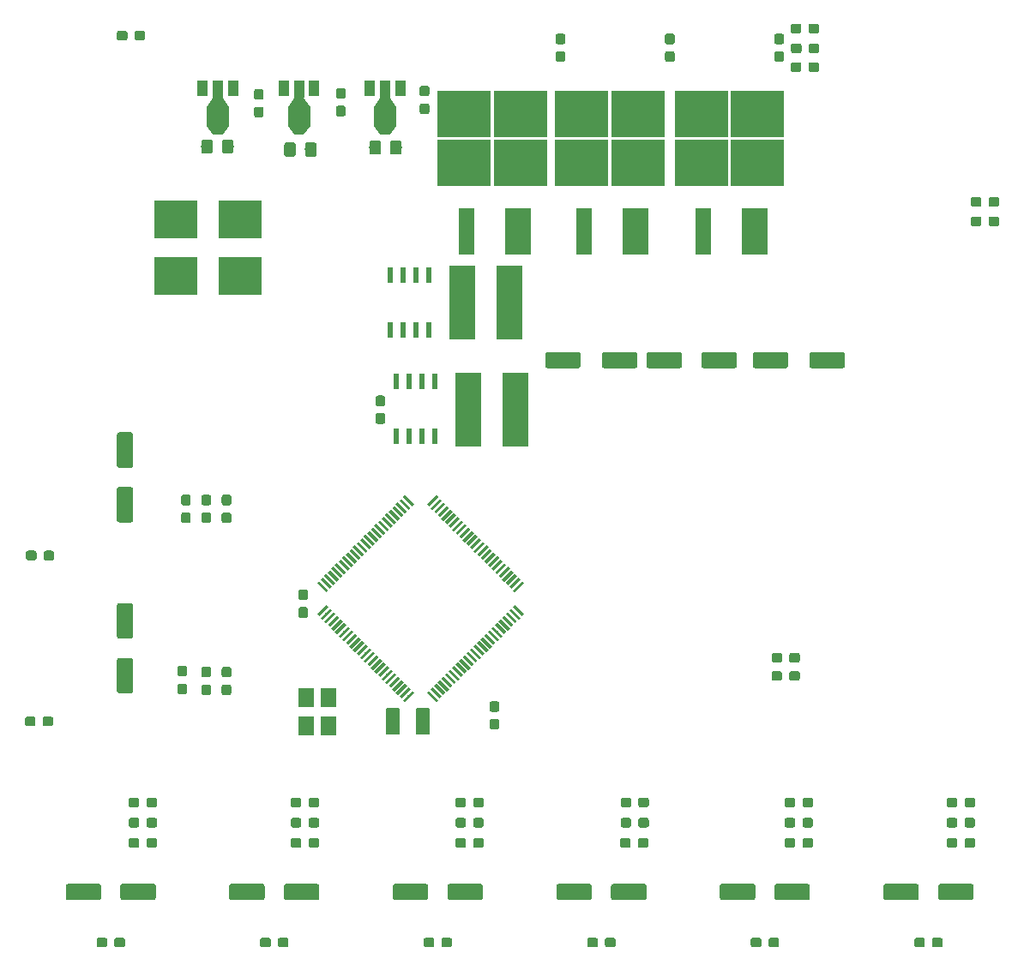
<source format=gbr>
G04 #@! TF.GenerationSoftware,KiCad,Pcbnew,5.1.2-f72e74a~84~ubuntu18.04.1*
G04 #@! TF.CreationDate,2019-06-18T18:41:53+08:00*
G04 #@! TF.ProjectId,printer-board,7072696e-7465-4722-9d62-6f6172642e6b,rev?*
G04 #@! TF.SameCoordinates,Original*
G04 #@! TF.FileFunction,Paste,Top*
G04 #@! TF.FilePolarity,Positive*
%FSLAX46Y46*%
G04 Gerber Fmt 4.6, Leading zero omitted, Abs format (unit mm)*
G04 Created by KiCad (PCBNEW 5.1.2-f72e74a~84~ubuntu18.04.1) date 2019-06-18 18:41:53*
%MOMM*%
%LPD*%
G04 APERTURE LIST*
%ADD10C,0.100000*%
%ADD11C,1.150000*%
%ADD12C,1.600000*%
%ADD13C,0.950000*%
%ADD14R,2.600000X7.300000*%
%ADD15R,4.239260X3.810000*%
%ADD16R,1.650000X1.950000*%
%ADD17C,1.425000*%
%ADD18R,5.250000X4.550000*%
%ADD19R,2.500000X4.600000*%
%ADD20R,1.500000X4.600000*%
%ADD21C,1.000000*%
%ADD22R,2.200000X1.840000*%
%ADD23R,1.000000X1.500000*%
%ADD24R,1.000000X1.800000*%
%ADD25C,0.850000*%
%ADD26C,0.300000*%
%ADD27R,0.600000X1.550000*%
G04 APERTURE END LIST*
D10*
G36*
X38074505Y-13601204D02*
G01*
X38098773Y-13604804D01*
X38122572Y-13610765D01*
X38145671Y-13619030D01*
X38167850Y-13629520D01*
X38188893Y-13642132D01*
X38208599Y-13656747D01*
X38226777Y-13673223D01*
X38243253Y-13691401D01*
X38257868Y-13711107D01*
X38270480Y-13732150D01*
X38280970Y-13754329D01*
X38289235Y-13777428D01*
X38295196Y-13801227D01*
X38298796Y-13825495D01*
X38300000Y-13849999D01*
X38300000Y-14750001D01*
X38298796Y-14774505D01*
X38295196Y-14798773D01*
X38289235Y-14822572D01*
X38280970Y-14845671D01*
X38270480Y-14867850D01*
X38257868Y-14888893D01*
X38243253Y-14908599D01*
X38226777Y-14926777D01*
X38208599Y-14943253D01*
X38188893Y-14957868D01*
X38167850Y-14970480D01*
X38145671Y-14980970D01*
X38122572Y-14989235D01*
X38098773Y-14995196D01*
X38074505Y-14998796D01*
X38050001Y-15000000D01*
X37399999Y-15000000D01*
X37375495Y-14998796D01*
X37351227Y-14995196D01*
X37327428Y-14989235D01*
X37304329Y-14980970D01*
X37282150Y-14970480D01*
X37261107Y-14957868D01*
X37241401Y-14943253D01*
X37223223Y-14926777D01*
X37206747Y-14908599D01*
X37192132Y-14888893D01*
X37179520Y-14867850D01*
X37169030Y-14845671D01*
X37160765Y-14822572D01*
X37154804Y-14798773D01*
X37151204Y-14774505D01*
X37150000Y-14750001D01*
X37150000Y-13849999D01*
X37151204Y-13825495D01*
X37154804Y-13801227D01*
X37160765Y-13777428D01*
X37169030Y-13754329D01*
X37179520Y-13732150D01*
X37192132Y-13711107D01*
X37206747Y-13691401D01*
X37223223Y-13673223D01*
X37241401Y-13656747D01*
X37261107Y-13642132D01*
X37282150Y-13629520D01*
X37304329Y-13619030D01*
X37327428Y-13610765D01*
X37351227Y-13604804D01*
X37375495Y-13601204D01*
X37399999Y-13600000D01*
X38050001Y-13600000D01*
X38074505Y-13601204D01*
X38074505Y-13601204D01*
G37*
D11*
X37725000Y-14300000D03*
D10*
G36*
X36024505Y-13601204D02*
G01*
X36048773Y-13604804D01*
X36072572Y-13610765D01*
X36095671Y-13619030D01*
X36117850Y-13629520D01*
X36138893Y-13642132D01*
X36158599Y-13656747D01*
X36176777Y-13673223D01*
X36193253Y-13691401D01*
X36207868Y-13711107D01*
X36220480Y-13732150D01*
X36230970Y-13754329D01*
X36239235Y-13777428D01*
X36245196Y-13801227D01*
X36248796Y-13825495D01*
X36250000Y-13849999D01*
X36250000Y-14750001D01*
X36248796Y-14774505D01*
X36245196Y-14798773D01*
X36239235Y-14822572D01*
X36230970Y-14845671D01*
X36220480Y-14867850D01*
X36207868Y-14888893D01*
X36193253Y-14908599D01*
X36176777Y-14926777D01*
X36158599Y-14943253D01*
X36138893Y-14957868D01*
X36117850Y-14970480D01*
X36095671Y-14980970D01*
X36072572Y-14989235D01*
X36048773Y-14995196D01*
X36024505Y-14998796D01*
X36000001Y-15000000D01*
X35349999Y-15000000D01*
X35325495Y-14998796D01*
X35301227Y-14995196D01*
X35277428Y-14989235D01*
X35254329Y-14980970D01*
X35232150Y-14970480D01*
X35211107Y-14957868D01*
X35191401Y-14943253D01*
X35173223Y-14926777D01*
X35156747Y-14908599D01*
X35142132Y-14888893D01*
X35129520Y-14867850D01*
X35119030Y-14845671D01*
X35110765Y-14822572D01*
X35104804Y-14798773D01*
X35101204Y-14774505D01*
X35100000Y-14750001D01*
X35100000Y-13849999D01*
X35101204Y-13825495D01*
X35104804Y-13801227D01*
X35110765Y-13777428D01*
X35119030Y-13754329D01*
X35129520Y-13732150D01*
X35142132Y-13711107D01*
X35156747Y-13691401D01*
X35173223Y-13673223D01*
X35191401Y-13656747D01*
X35211107Y-13642132D01*
X35232150Y-13629520D01*
X35254329Y-13619030D01*
X35277428Y-13610765D01*
X35301227Y-13604804D01*
X35325495Y-13601204D01*
X35349999Y-13600000D01*
X36000001Y-13600000D01*
X36024505Y-13601204D01*
X36024505Y-13601204D01*
G37*
D11*
X35675000Y-14300000D03*
D10*
G36*
X21474505Y-13501204D02*
G01*
X21498773Y-13504804D01*
X21522572Y-13510765D01*
X21545671Y-13519030D01*
X21567850Y-13529520D01*
X21588893Y-13542132D01*
X21608599Y-13556747D01*
X21626777Y-13573223D01*
X21643253Y-13591401D01*
X21657868Y-13611107D01*
X21670480Y-13632150D01*
X21680970Y-13654329D01*
X21689235Y-13677428D01*
X21695196Y-13701227D01*
X21698796Y-13725495D01*
X21700000Y-13749999D01*
X21700000Y-14650001D01*
X21698796Y-14674505D01*
X21695196Y-14698773D01*
X21689235Y-14722572D01*
X21680970Y-14745671D01*
X21670480Y-14767850D01*
X21657868Y-14788893D01*
X21643253Y-14808599D01*
X21626777Y-14826777D01*
X21608599Y-14843253D01*
X21588893Y-14857868D01*
X21567850Y-14870480D01*
X21545671Y-14880970D01*
X21522572Y-14889235D01*
X21498773Y-14895196D01*
X21474505Y-14898796D01*
X21450001Y-14900000D01*
X20799999Y-14900000D01*
X20775495Y-14898796D01*
X20751227Y-14895196D01*
X20727428Y-14889235D01*
X20704329Y-14880970D01*
X20682150Y-14870480D01*
X20661107Y-14857868D01*
X20641401Y-14843253D01*
X20623223Y-14826777D01*
X20606747Y-14808599D01*
X20592132Y-14788893D01*
X20579520Y-14767850D01*
X20569030Y-14745671D01*
X20560765Y-14722572D01*
X20554804Y-14698773D01*
X20551204Y-14674505D01*
X20550000Y-14650001D01*
X20550000Y-13749999D01*
X20551204Y-13725495D01*
X20554804Y-13701227D01*
X20560765Y-13677428D01*
X20569030Y-13654329D01*
X20579520Y-13632150D01*
X20592132Y-13611107D01*
X20606747Y-13591401D01*
X20623223Y-13573223D01*
X20641401Y-13556747D01*
X20661107Y-13542132D01*
X20682150Y-13529520D01*
X20704329Y-13519030D01*
X20727428Y-13510765D01*
X20751227Y-13504804D01*
X20775495Y-13501204D01*
X20799999Y-13500000D01*
X21450001Y-13500000D01*
X21474505Y-13501204D01*
X21474505Y-13501204D01*
G37*
D11*
X21125000Y-14200000D03*
D10*
G36*
X19424505Y-13501204D02*
G01*
X19448773Y-13504804D01*
X19472572Y-13510765D01*
X19495671Y-13519030D01*
X19517850Y-13529520D01*
X19538893Y-13542132D01*
X19558599Y-13556747D01*
X19576777Y-13573223D01*
X19593253Y-13591401D01*
X19607868Y-13611107D01*
X19620480Y-13632150D01*
X19630970Y-13654329D01*
X19639235Y-13677428D01*
X19645196Y-13701227D01*
X19648796Y-13725495D01*
X19650000Y-13749999D01*
X19650000Y-14650001D01*
X19648796Y-14674505D01*
X19645196Y-14698773D01*
X19639235Y-14722572D01*
X19630970Y-14745671D01*
X19620480Y-14767850D01*
X19607868Y-14788893D01*
X19593253Y-14808599D01*
X19576777Y-14826777D01*
X19558599Y-14843253D01*
X19538893Y-14857868D01*
X19517850Y-14870480D01*
X19495671Y-14880970D01*
X19472572Y-14889235D01*
X19448773Y-14895196D01*
X19424505Y-14898796D01*
X19400001Y-14900000D01*
X18749999Y-14900000D01*
X18725495Y-14898796D01*
X18701227Y-14895196D01*
X18677428Y-14889235D01*
X18654329Y-14880970D01*
X18632150Y-14870480D01*
X18611107Y-14857868D01*
X18591401Y-14843253D01*
X18573223Y-14826777D01*
X18556747Y-14808599D01*
X18542132Y-14788893D01*
X18529520Y-14767850D01*
X18519030Y-14745671D01*
X18510765Y-14722572D01*
X18504804Y-14698773D01*
X18501204Y-14674505D01*
X18500000Y-14650001D01*
X18500000Y-13749999D01*
X18501204Y-13725495D01*
X18504804Y-13701227D01*
X18510765Y-13677428D01*
X18519030Y-13654329D01*
X18529520Y-13632150D01*
X18542132Y-13611107D01*
X18556747Y-13591401D01*
X18573223Y-13573223D01*
X18591401Y-13556747D01*
X18611107Y-13542132D01*
X18632150Y-13529520D01*
X18654329Y-13519030D01*
X18677428Y-13510765D01*
X18701227Y-13504804D01*
X18725495Y-13501204D01*
X18749999Y-13500000D01*
X19400001Y-13500000D01*
X19424505Y-13501204D01*
X19424505Y-13501204D01*
G37*
D11*
X19075000Y-14200000D03*
D10*
G36*
X29674505Y-13801204D02*
G01*
X29698773Y-13804804D01*
X29722572Y-13810765D01*
X29745671Y-13819030D01*
X29767850Y-13829520D01*
X29788893Y-13842132D01*
X29808599Y-13856747D01*
X29826777Y-13873223D01*
X29843253Y-13891401D01*
X29857868Y-13911107D01*
X29870480Y-13932150D01*
X29880970Y-13954329D01*
X29889235Y-13977428D01*
X29895196Y-14001227D01*
X29898796Y-14025495D01*
X29900000Y-14049999D01*
X29900000Y-14950001D01*
X29898796Y-14974505D01*
X29895196Y-14998773D01*
X29889235Y-15022572D01*
X29880970Y-15045671D01*
X29870480Y-15067850D01*
X29857868Y-15088893D01*
X29843253Y-15108599D01*
X29826777Y-15126777D01*
X29808599Y-15143253D01*
X29788893Y-15157868D01*
X29767850Y-15170480D01*
X29745671Y-15180970D01*
X29722572Y-15189235D01*
X29698773Y-15195196D01*
X29674505Y-15198796D01*
X29650001Y-15200000D01*
X28999999Y-15200000D01*
X28975495Y-15198796D01*
X28951227Y-15195196D01*
X28927428Y-15189235D01*
X28904329Y-15180970D01*
X28882150Y-15170480D01*
X28861107Y-15157868D01*
X28841401Y-15143253D01*
X28823223Y-15126777D01*
X28806747Y-15108599D01*
X28792132Y-15088893D01*
X28779520Y-15067850D01*
X28769030Y-15045671D01*
X28760765Y-15022572D01*
X28754804Y-14998773D01*
X28751204Y-14974505D01*
X28750000Y-14950001D01*
X28750000Y-14049999D01*
X28751204Y-14025495D01*
X28754804Y-14001227D01*
X28760765Y-13977428D01*
X28769030Y-13954329D01*
X28779520Y-13932150D01*
X28792132Y-13911107D01*
X28806747Y-13891401D01*
X28823223Y-13873223D01*
X28841401Y-13856747D01*
X28861107Y-13842132D01*
X28882150Y-13829520D01*
X28904329Y-13819030D01*
X28927428Y-13810765D01*
X28951227Y-13804804D01*
X28975495Y-13801204D01*
X28999999Y-13800000D01*
X29650001Y-13800000D01*
X29674505Y-13801204D01*
X29674505Y-13801204D01*
G37*
D11*
X29325000Y-14500000D03*
D10*
G36*
X27624505Y-13801204D02*
G01*
X27648773Y-13804804D01*
X27672572Y-13810765D01*
X27695671Y-13819030D01*
X27717850Y-13829520D01*
X27738893Y-13842132D01*
X27758599Y-13856747D01*
X27776777Y-13873223D01*
X27793253Y-13891401D01*
X27807868Y-13911107D01*
X27820480Y-13932150D01*
X27830970Y-13954329D01*
X27839235Y-13977428D01*
X27845196Y-14001227D01*
X27848796Y-14025495D01*
X27850000Y-14049999D01*
X27850000Y-14950001D01*
X27848796Y-14974505D01*
X27845196Y-14998773D01*
X27839235Y-15022572D01*
X27830970Y-15045671D01*
X27820480Y-15067850D01*
X27807868Y-15088893D01*
X27793253Y-15108599D01*
X27776777Y-15126777D01*
X27758599Y-15143253D01*
X27738893Y-15157868D01*
X27717850Y-15170480D01*
X27695671Y-15180970D01*
X27672572Y-15189235D01*
X27648773Y-15195196D01*
X27624505Y-15198796D01*
X27600001Y-15200000D01*
X26949999Y-15200000D01*
X26925495Y-15198796D01*
X26901227Y-15195196D01*
X26877428Y-15189235D01*
X26854329Y-15180970D01*
X26832150Y-15170480D01*
X26811107Y-15157868D01*
X26791401Y-15143253D01*
X26773223Y-15126777D01*
X26756747Y-15108599D01*
X26742132Y-15088893D01*
X26729520Y-15067850D01*
X26719030Y-15045671D01*
X26710765Y-15022572D01*
X26704804Y-14998773D01*
X26701204Y-14974505D01*
X26700000Y-14950001D01*
X26700000Y-14049999D01*
X26701204Y-14025495D01*
X26704804Y-14001227D01*
X26710765Y-13977428D01*
X26719030Y-13954329D01*
X26729520Y-13932150D01*
X26742132Y-13911107D01*
X26756747Y-13891401D01*
X26773223Y-13873223D01*
X26791401Y-13856747D01*
X26811107Y-13842132D01*
X26832150Y-13829520D01*
X26854329Y-13819030D01*
X26877428Y-13810765D01*
X26901227Y-13804804D01*
X26925495Y-13801204D01*
X26949999Y-13800000D01*
X27600001Y-13800000D01*
X27624505Y-13801204D01*
X27624505Y-13801204D01*
G37*
D11*
X27275000Y-14500000D03*
D10*
G36*
X65749504Y-34501204D02*
G01*
X65773773Y-34504804D01*
X65797571Y-34510765D01*
X65820671Y-34519030D01*
X65842849Y-34529520D01*
X65863893Y-34542133D01*
X65883598Y-34556747D01*
X65901777Y-34573223D01*
X65918253Y-34591402D01*
X65932867Y-34611107D01*
X65945480Y-34632151D01*
X65955970Y-34654329D01*
X65964235Y-34677429D01*
X65970196Y-34701227D01*
X65973796Y-34725496D01*
X65975000Y-34750000D01*
X65975000Y-35850000D01*
X65973796Y-35874504D01*
X65970196Y-35898773D01*
X65964235Y-35922571D01*
X65955970Y-35945671D01*
X65945480Y-35967849D01*
X65932867Y-35988893D01*
X65918253Y-36008598D01*
X65901777Y-36026777D01*
X65883598Y-36043253D01*
X65863893Y-36057867D01*
X65842849Y-36070480D01*
X65820671Y-36080970D01*
X65797571Y-36089235D01*
X65773773Y-36095196D01*
X65749504Y-36098796D01*
X65725000Y-36100000D01*
X62725000Y-36100000D01*
X62700496Y-36098796D01*
X62676227Y-36095196D01*
X62652429Y-36089235D01*
X62629329Y-36080970D01*
X62607151Y-36070480D01*
X62586107Y-36057867D01*
X62566402Y-36043253D01*
X62548223Y-36026777D01*
X62531747Y-36008598D01*
X62517133Y-35988893D01*
X62504520Y-35967849D01*
X62494030Y-35945671D01*
X62485765Y-35922571D01*
X62479804Y-35898773D01*
X62476204Y-35874504D01*
X62475000Y-35850000D01*
X62475000Y-34750000D01*
X62476204Y-34725496D01*
X62479804Y-34701227D01*
X62485765Y-34677429D01*
X62494030Y-34654329D01*
X62504520Y-34632151D01*
X62517133Y-34611107D01*
X62531747Y-34591402D01*
X62548223Y-34573223D01*
X62566402Y-34556747D01*
X62586107Y-34542133D01*
X62607151Y-34529520D01*
X62629329Y-34519030D01*
X62652429Y-34510765D01*
X62676227Y-34504804D01*
X62700496Y-34501204D01*
X62725000Y-34500000D01*
X65725000Y-34500000D01*
X65749504Y-34501204D01*
X65749504Y-34501204D01*
G37*
D12*
X64225000Y-35300000D03*
D10*
G36*
X71149504Y-34501204D02*
G01*
X71173773Y-34504804D01*
X71197571Y-34510765D01*
X71220671Y-34519030D01*
X71242849Y-34529520D01*
X71263893Y-34542133D01*
X71283598Y-34556747D01*
X71301777Y-34573223D01*
X71318253Y-34591402D01*
X71332867Y-34611107D01*
X71345480Y-34632151D01*
X71355970Y-34654329D01*
X71364235Y-34677429D01*
X71370196Y-34701227D01*
X71373796Y-34725496D01*
X71375000Y-34750000D01*
X71375000Y-35850000D01*
X71373796Y-35874504D01*
X71370196Y-35898773D01*
X71364235Y-35922571D01*
X71355970Y-35945671D01*
X71345480Y-35967849D01*
X71332867Y-35988893D01*
X71318253Y-36008598D01*
X71301777Y-36026777D01*
X71283598Y-36043253D01*
X71263893Y-36057867D01*
X71242849Y-36070480D01*
X71220671Y-36080970D01*
X71197571Y-36089235D01*
X71173773Y-36095196D01*
X71149504Y-36098796D01*
X71125000Y-36100000D01*
X68125000Y-36100000D01*
X68100496Y-36098796D01*
X68076227Y-36095196D01*
X68052429Y-36089235D01*
X68029329Y-36080970D01*
X68007151Y-36070480D01*
X67986107Y-36057867D01*
X67966402Y-36043253D01*
X67948223Y-36026777D01*
X67931747Y-36008598D01*
X67917133Y-35988893D01*
X67904520Y-35967849D01*
X67894030Y-35945671D01*
X67885765Y-35922571D01*
X67879804Y-35898773D01*
X67876204Y-35874504D01*
X67875000Y-35850000D01*
X67875000Y-34750000D01*
X67876204Y-34725496D01*
X67879804Y-34701227D01*
X67885765Y-34677429D01*
X67894030Y-34654329D01*
X67904520Y-34632151D01*
X67917133Y-34611107D01*
X67931747Y-34591402D01*
X67948223Y-34573223D01*
X67966402Y-34556747D01*
X67986107Y-34542133D01*
X68007151Y-34529520D01*
X68029329Y-34519030D01*
X68052429Y-34510765D01*
X68076227Y-34504804D01*
X68100496Y-34501204D01*
X68125000Y-34500000D01*
X71125000Y-34500000D01*
X71149504Y-34501204D01*
X71149504Y-34501204D01*
G37*
D12*
X69625000Y-35300000D03*
D10*
G36*
X77560778Y-4026144D02*
G01*
X77583833Y-4029563D01*
X77606442Y-4035227D01*
X77628386Y-4043079D01*
X77649456Y-4053044D01*
X77669447Y-4065026D01*
X77688167Y-4078910D01*
X77705437Y-4094562D01*
X77721089Y-4111832D01*
X77734973Y-4130552D01*
X77746955Y-4150543D01*
X77756920Y-4171613D01*
X77764772Y-4193557D01*
X77770436Y-4216166D01*
X77773855Y-4239221D01*
X77774999Y-4262500D01*
X77774999Y-4737500D01*
X77773855Y-4760779D01*
X77770436Y-4783834D01*
X77764772Y-4806443D01*
X77756920Y-4828387D01*
X77746955Y-4849457D01*
X77734973Y-4869448D01*
X77721089Y-4888168D01*
X77705437Y-4905438D01*
X77688167Y-4921090D01*
X77669447Y-4934974D01*
X77649456Y-4946956D01*
X77628386Y-4956921D01*
X77606442Y-4964773D01*
X77583833Y-4970437D01*
X77560778Y-4973856D01*
X77537499Y-4975000D01*
X76962499Y-4975000D01*
X76939220Y-4973856D01*
X76916165Y-4970437D01*
X76893556Y-4964773D01*
X76871612Y-4956921D01*
X76850542Y-4946956D01*
X76830551Y-4934974D01*
X76811831Y-4921090D01*
X76794561Y-4905438D01*
X76778909Y-4888168D01*
X76765025Y-4869448D01*
X76753043Y-4849457D01*
X76743078Y-4828387D01*
X76735226Y-4806443D01*
X76729562Y-4783834D01*
X76726143Y-4760779D01*
X76724999Y-4737500D01*
X76724999Y-4262500D01*
X76726143Y-4239221D01*
X76729562Y-4216166D01*
X76735226Y-4193557D01*
X76743078Y-4171613D01*
X76753043Y-4150543D01*
X76765025Y-4130552D01*
X76778909Y-4111832D01*
X76794561Y-4094562D01*
X76811831Y-4078910D01*
X76830551Y-4065026D01*
X76850542Y-4053044D01*
X76871612Y-4043079D01*
X76893556Y-4035227D01*
X76916165Y-4029563D01*
X76939220Y-4026144D01*
X76962499Y-4025000D01*
X77537499Y-4025000D01*
X77560778Y-4026144D01*
X77560778Y-4026144D01*
G37*
D13*
X77249999Y-4500000D03*
D10*
G36*
X79310778Y-4026144D02*
G01*
X79333833Y-4029563D01*
X79356442Y-4035227D01*
X79378386Y-4043079D01*
X79399456Y-4053044D01*
X79419447Y-4065026D01*
X79438167Y-4078910D01*
X79455437Y-4094562D01*
X79471089Y-4111832D01*
X79484973Y-4130552D01*
X79496955Y-4150543D01*
X79506920Y-4171613D01*
X79514772Y-4193557D01*
X79520436Y-4216166D01*
X79523855Y-4239221D01*
X79524999Y-4262500D01*
X79524999Y-4737500D01*
X79523855Y-4760779D01*
X79520436Y-4783834D01*
X79514772Y-4806443D01*
X79506920Y-4828387D01*
X79496955Y-4849457D01*
X79484973Y-4869448D01*
X79471089Y-4888168D01*
X79455437Y-4905438D01*
X79438167Y-4921090D01*
X79419447Y-4934974D01*
X79399456Y-4946956D01*
X79378386Y-4956921D01*
X79356442Y-4964773D01*
X79333833Y-4970437D01*
X79310778Y-4973856D01*
X79287499Y-4975000D01*
X78712499Y-4975000D01*
X78689220Y-4973856D01*
X78666165Y-4970437D01*
X78643556Y-4964773D01*
X78621612Y-4956921D01*
X78600542Y-4946956D01*
X78580551Y-4934974D01*
X78561831Y-4921090D01*
X78544561Y-4905438D01*
X78528909Y-4888168D01*
X78515025Y-4869448D01*
X78503043Y-4849457D01*
X78493078Y-4828387D01*
X78485226Y-4806443D01*
X78479562Y-4783834D01*
X78476143Y-4760779D01*
X78474999Y-4737500D01*
X78474999Y-4262500D01*
X78476143Y-4239221D01*
X78479562Y-4216166D01*
X78485226Y-4193557D01*
X78493078Y-4171613D01*
X78503043Y-4150543D01*
X78515025Y-4130552D01*
X78528909Y-4111832D01*
X78544561Y-4094562D01*
X78561831Y-4078910D01*
X78580551Y-4065026D01*
X78600542Y-4053044D01*
X78621612Y-4043079D01*
X78643556Y-4035227D01*
X78666165Y-4029563D01*
X78689220Y-4026144D01*
X78712499Y-4025000D01*
X79287499Y-4025000D01*
X79310778Y-4026144D01*
X79310778Y-4026144D01*
G37*
D13*
X78999999Y-4500000D03*
D14*
X44250000Y-29600000D03*
X48950000Y-29600000D03*
X44850000Y-40200000D03*
X49550000Y-40200000D03*
D10*
G36*
X36460779Y-38801144D02*
G01*
X36483834Y-38804563D01*
X36506443Y-38810227D01*
X36528387Y-38818079D01*
X36549457Y-38828044D01*
X36569448Y-38840026D01*
X36588168Y-38853910D01*
X36605438Y-38869562D01*
X36621090Y-38886832D01*
X36634974Y-38905552D01*
X36646956Y-38925543D01*
X36656921Y-38946613D01*
X36664773Y-38968557D01*
X36670437Y-38991166D01*
X36673856Y-39014221D01*
X36675000Y-39037500D01*
X36675000Y-39612500D01*
X36673856Y-39635779D01*
X36670437Y-39658834D01*
X36664773Y-39681443D01*
X36656921Y-39703387D01*
X36646956Y-39724457D01*
X36634974Y-39744448D01*
X36621090Y-39763168D01*
X36605438Y-39780438D01*
X36588168Y-39796090D01*
X36569448Y-39809974D01*
X36549457Y-39821956D01*
X36528387Y-39831921D01*
X36506443Y-39839773D01*
X36483834Y-39845437D01*
X36460779Y-39848856D01*
X36437500Y-39850000D01*
X35962500Y-39850000D01*
X35939221Y-39848856D01*
X35916166Y-39845437D01*
X35893557Y-39839773D01*
X35871613Y-39831921D01*
X35850543Y-39821956D01*
X35830552Y-39809974D01*
X35811832Y-39796090D01*
X35794562Y-39780438D01*
X35778910Y-39763168D01*
X35765026Y-39744448D01*
X35753044Y-39724457D01*
X35743079Y-39703387D01*
X35735227Y-39681443D01*
X35729563Y-39658834D01*
X35726144Y-39635779D01*
X35725000Y-39612500D01*
X35725000Y-39037500D01*
X35726144Y-39014221D01*
X35729563Y-38991166D01*
X35735227Y-38968557D01*
X35743079Y-38946613D01*
X35753044Y-38925543D01*
X35765026Y-38905552D01*
X35778910Y-38886832D01*
X35794562Y-38869562D01*
X35811832Y-38853910D01*
X35830552Y-38840026D01*
X35850543Y-38828044D01*
X35871613Y-38818079D01*
X35893557Y-38810227D01*
X35916166Y-38804563D01*
X35939221Y-38801144D01*
X35962500Y-38800000D01*
X36437500Y-38800000D01*
X36460779Y-38801144D01*
X36460779Y-38801144D01*
G37*
D13*
X36200000Y-39325000D03*
D10*
G36*
X36460779Y-40551144D02*
G01*
X36483834Y-40554563D01*
X36506443Y-40560227D01*
X36528387Y-40568079D01*
X36549457Y-40578044D01*
X36569448Y-40590026D01*
X36588168Y-40603910D01*
X36605438Y-40619562D01*
X36621090Y-40636832D01*
X36634974Y-40655552D01*
X36646956Y-40675543D01*
X36656921Y-40696613D01*
X36664773Y-40718557D01*
X36670437Y-40741166D01*
X36673856Y-40764221D01*
X36675000Y-40787500D01*
X36675000Y-41362500D01*
X36673856Y-41385779D01*
X36670437Y-41408834D01*
X36664773Y-41431443D01*
X36656921Y-41453387D01*
X36646956Y-41474457D01*
X36634974Y-41494448D01*
X36621090Y-41513168D01*
X36605438Y-41530438D01*
X36588168Y-41546090D01*
X36569448Y-41559974D01*
X36549457Y-41571956D01*
X36528387Y-41581921D01*
X36506443Y-41589773D01*
X36483834Y-41595437D01*
X36460779Y-41598856D01*
X36437500Y-41600000D01*
X35962500Y-41600000D01*
X35939221Y-41598856D01*
X35916166Y-41595437D01*
X35893557Y-41589773D01*
X35871613Y-41581921D01*
X35850543Y-41571956D01*
X35830552Y-41559974D01*
X35811832Y-41546090D01*
X35794562Y-41530438D01*
X35778910Y-41513168D01*
X35765026Y-41494448D01*
X35753044Y-41474457D01*
X35743079Y-41453387D01*
X35735227Y-41431443D01*
X35729563Y-41408834D01*
X35726144Y-41385779D01*
X35725000Y-41362500D01*
X35725000Y-40787500D01*
X35726144Y-40764221D01*
X35729563Y-40741166D01*
X35735227Y-40718557D01*
X35743079Y-40696613D01*
X35753044Y-40675543D01*
X35765026Y-40655552D01*
X35778910Y-40636832D01*
X35794562Y-40619562D01*
X35811832Y-40603910D01*
X35830552Y-40590026D01*
X35850543Y-40578044D01*
X35871613Y-40568079D01*
X35893557Y-40560227D01*
X35916166Y-40554563D01*
X35939221Y-40551144D01*
X35962500Y-40550000D01*
X36437500Y-40550000D01*
X36460779Y-40551144D01*
X36460779Y-40551144D01*
G37*
D13*
X36200000Y-41075000D03*
D15*
X16012300Y-27000000D03*
X22387700Y-27000000D03*
X16012300Y-21400000D03*
X22387700Y-21400000D03*
D16*
X28841206Y-68686307D03*
X28841206Y-71436307D03*
X31041206Y-71436307D03*
X31041206Y-68686307D03*
D10*
G36*
X37899504Y-69676204D02*
G01*
X37923773Y-69679804D01*
X37947571Y-69685765D01*
X37970671Y-69694030D01*
X37992849Y-69704520D01*
X38013893Y-69717133D01*
X38033598Y-69731747D01*
X38051777Y-69748223D01*
X38068253Y-69766402D01*
X38082867Y-69786107D01*
X38095480Y-69807151D01*
X38105970Y-69829329D01*
X38114235Y-69852429D01*
X38120196Y-69876227D01*
X38123796Y-69900496D01*
X38125000Y-69925000D01*
X38125000Y-72075000D01*
X38123796Y-72099504D01*
X38120196Y-72123773D01*
X38114235Y-72147571D01*
X38105970Y-72170671D01*
X38095480Y-72192849D01*
X38082867Y-72213893D01*
X38068253Y-72233598D01*
X38051777Y-72251777D01*
X38033598Y-72268253D01*
X38013893Y-72282867D01*
X37992849Y-72295480D01*
X37970671Y-72305970D01*
X37947571Y-72314235D01*
X37923773Y-72320196D01*
X37899504Y-72323796D01*
X37875000Y-72325000D01*
X36950000Y-72325000D01*
X36925496Y-72323796D01*
X36901227Y-72320196D01*
X36877429Y-72314235D01*
X36854329Y-72305970D01*
X36832151Y-72295480D01*
X36811107Y-72282867D01*
X36791402Y-72268253D01*
X36773223Y-72251777D01*
X36756747Y-72233598D01*
X36742133Y-72213893D01*
X36729520Y-72192849D01*
X36719030Y-72170671D01*
X36710765Y-72147571D01*
X36704804Y-72123773D01*
X36701204Y-72099504D01*
X36700000Y-72075000D01*
X36700000Y-69925000D01*
X36701204Y-69900496D01*
X36704804Y-69876227D01*
X36710765Y-69852429D01*
X36719030Y-69829329D01*
X36729520Y-69807151D01*
X36742133Y-69786107D01*
X36756747Y-69766402D01*
X36773223Y-69748223D01*
X36791402Y-69731747D01*
X36811107Y-69717133D01*
X36832151Y-69704520D01*
X36854329Y-69694030D01*
X36877429Y-69685765D01*
X36901227Y-69679804D01*
X36925496Y-69676204D01*
X36950000Y-69675000D01*
X37875000Y-69675000D01*
X37899504Y-69676204D01*
X37899504Y-69676204D01*
G37*
D17*
X37412500Y-71000000D03*
D10*
G36*
X40874504Y-69676204D02*
G01*
X40898773Y-69679804D01*
X40922571Y-69685765D01*
X40945671Y-69694030D01*
X40967849Y-69704520D01*
X40988893Y-69717133D01*
X41008598Y-69731747D01*
X41026777Y-69748223D01*
X41043253Y-69766402D01*
X41057867Y-69786107D01*
X41070480Y-69807151D01*
X41080970Y-69829329D01*
X41089235Y-69852429D01*
X41095196Y-69876227D01*
X41098796Y-69900496D01*
X41100000Y-69925000D01*
X41100000Y-72075000D01*
X41098796Y-72099504D01*
X41095196Y-72123773D01*
X41089235Y-72147571D01*
X41080970Y-72170671D01*
X41070480Y-72192849D01*
X41057867Y-72213893D01*
X41043253Y-72233598D01*
X41026777Y-72251777D01*
X41008598Y-72268253D01*
X40988893Y-72282867D01*
X40967849Y-72295480D01*
X40945671Y-72305970D01*
X40922571Y-72314235D01*
X40898773Y-72320196D01*
X40874504Y-72323796D01*
X40850000Y-72325000D01*
X39925000Y-72325000D01*
X39900496Y-72323796D01*
X39876227Y-72320196D01*
X39852429Y-72314235D01*
X39829329Y-72305970D01*
X39807151Y-72295480D01*
X39786107Y-72282867D01*
X39766402Y-72268253D01*
X39748223Y-72251777D01*
X39731747Y-72233598D01*
X39717133Y-72213893D01*
X39704520Y-72192849D01*
X39694030Y-72170671D01*
X39685765Y-72147571D01*
X39679804Y-72123773D01*
X39676204Y-72099504D01*
X39675000Y-72075000D01*
X39675000Y-69925000D01*
X39676204Y-69900496D01*
X39679804Y-69876227D01*
X39685765Y-69852429D01*
X39694030Y-69829329D01*
X39704520Y-69807151D01*
X39717133Y-69786107D01*
X39731747Y-69766402D01*
X39748223Y-69748223D01*
X39766402Y-69731747D01*
X39786107Y-69717133D01*
X39807151Y-69704520D01*
X39829329Y-69694030D01*
X39852429Y-69685765D01*
X39876227Y-69679804D01*
X39900496Y-69676204D01*
X39925000Y-69675000D01*
X40850000Y-69675000D01*
X40874504Y-69676204D01*
X40874504Y-69676204D01*
G37*
D17*
X40387500Y-71000000D03*
D18*
X73425000Y-15850000D03*
X67875000Y-11000000D03*
X67875000Y-15850000D03*
X73425000Y-11000000D03*
D19*
X73190000Y-22575000D03*
D20*
X68110000Y-22575000D03*
D18*
X61625000Y-15850000D03*
X56075000Y-11000000D03*
X56075000Y-15850000D03*
X61625000Y-11000000D03*
D19*
X61390000Y-22575000D03*
D20*
X56310000Y-22575000D03*
D18*
X50025000Y-15850000D03*
X44475000Y-11000000D03*
X44475000Y-15850000D03*
X50025000Y-11000000D03*
D19*
X49790000Y-22575000D03*
D20*
X44710000Y-22575000D03*
D21*
X20150000Y-9823800D03*
D10*
G36*
X19050000Y-10323800D02*
G01*
X19750000Y-9323800D01*
X20550000Y-9323800D01*
X21250000Y-10323800D01*
X19050000Y-10323800D01*
X19050000Y-10323800D01*
G37*
D22*
X20150000Y-11233500D03*
D23*
X18650000Y-8420000D03*
D24*
X20150000Y-8566500D03*
D23*
X21650000Y-8420000D03*
D25*
X20150000Y-12567000D03*
D10*
G36*
X21250000Y-12142000D02*
G01*
X20650000Y-12992000D01*
X19650000Y-12992000D01*
X19050000Y-12142000D01*
X21250000Y-12142000D01*
X21250000Y-12142000D01*
G37*
D21*
X28150000Y-9823800D03*
D10*
G36*
X27050000Y-10323800D02*
G01*
X27750000Y-9323800D01*
X28550000Y-9323800D01*
X29250000Y-10323800D01*
X27050000Y-10323800D01*
X27050000Y-10323800D01*
G37*
D22*
X28150000Y-11233500D03*
D23*
X26650000Y-8420000D03*
D24*
X28150000Y-8566500D03*
D23*
X29650000Y-8420000D03*
D25*
X28150000Y-12567000D03*
D10*
G36*
X29250000Y-12142000D02*
G01*
X28650000Y-12992000D01*
X27650000Y-12992000D01*
X27050000Y-12142000D01*
X29250000Y-12142000D01*
X29250000Y-12142000D01*
G37*
D21*
X36650000Y-9823800D03*
D10*
G36*
X35550000Y-10323800D02*
G01*
X36250000Y-9323800D01*
X37050000Y-9323800D01*
X37750000Y-10323800D01*
X35550000Y-10323800D01*
X35550000Y-10323800D01*
G37*
D22*
X36650000Y-11233500D03*
D23*
X35150000Y-8420000D03*
D24*
X36650000Y-8566500D03*
D23*
X38150000Y-8420000D03*
D25*
X36650000Y-12567000D03*
D10*
G36*
X37750000Y-12142000D02*
G01*
X37150000Y-12992000D01*
X36150000Y-12992000D01*
X35550000Y-12142000D01*
X37750000Y-12142000D01*
X37750000Y-12142000D01*
G37*
G36*
X97070779Y-21116144D02*
G01*
X97093834Y-21119563D01*
X97116443Y-21125227D01*
X97138387Y-21133079D01*
X97159457Y-21143044D01*
X97179448Y-21155026D01*
X97198168Y-21168910D01*
X97215438Y-21184562D01*
X97231090Y-21201832D01*
X97244974Y-21220552D01*
X97256956Y-21240543D01*
X97266921Y-21261613D01*
X97274773Y-21283557D01*
X97280437Y-21306166D01*
X97283856Y-21329221D01*
X97285000Y-21352500D01*
X97285000Y-21827500D01*
X97283856Y-21850779D01*
X97280437Y-21873834D01*
X97274773Y-21896443D01*
X97266921Y-21918387D01*
X97256956Y-21939457D01*
X97244974Y-21959448D01*
X97231090Y-21978168D01*
X97215438Y-21995438D01*
X97198168Y-22011090D01*
X97179448Y-22024974D01*
X97159457Y-22036956D01*
X97138387Y-22046921D01*
X97116443Y-22054773D01*
X97093834Y-22060437D01*
X97070779Y-22063856D01*
X97047500Y-22065000D01*
X96472500Y-22065000D01*
X96449221Y-22063856D01*
X96426166Y-22060437D01*
X96403557Y-22054773D01*
X96381613Y-22046921D01*
X96360543Y-22036956D01*
X96340552Y-22024974D01*
X96321832Y-22011090D01*
X96304562Y-21995438D01*
X96288910Y-21978168D01*
X96275026Y-21959448D01*
X96263044Y-21939457D01*
X96253079Y-21918387D01*
X96245227Y-21896443D01*
X96239563Y-21873834D01*
X96236144Y-21850779D01*
X96235000Y-21827500D01*
X96235000Y-21352500D01*
X96236144Y-21329221D01*
X96239563Y-21306166D01*
X96245227Y-21283557D01*
X96253079Y-21261613D01*
X96263044Y-21240543D01*
X96275026Y-21220552D01*
X96288910Y-21201832D01*
X96304562Y-21184562D01*
X96321832Y-21168910D01*
X96340552Y-21155026D01*
X96360543Y-21143044D01*
X96381613Y-21133079D01*
X96403557Y-21125227D01*
X96426166Y-21119563D01*
X96449221Y-21116144D01*
X96472500Y-21115000D01*
X97047500Y-21115000D01*
X97070779Y-21116144D01*
X97070779Y-21116144D01*
G37*
D13*
X96760000Y-21590000D03*
D10*
G36*
X95320779Y-21116144D02*
G01*
X95343834Y-21119563D01*
X95366443Y-21125227D01*
X95388387Y-21133079D01*
X95409457Y-21143044D01*
X95429448Y-21155026D01*
X95448168Y-21168910D01*
X95465438Y-21184562D01*
X95481090Y-21201832D01*
X95494974Y-21220552D01*
X95506956Y-21240543D01*
X95516921Y-21261613D01*
X95524773Y-21283557D01*
X95530437Y-21306166D01*
X95533856Y-21329221D01*
X95535000Y-21352500D01*
X95535000Y-21827500D01*
X95533856Y-21850779D01*
X95530437Y-21873834D01*
X95524773Y-21896443D01*
X95516921Y-21918387D01*
X95506956Y-21939457D01*
X95494974Y-21959448D01*
X95481090Y-21978168D01*
X95465438Y-21995438D01*
X95448168Y-22011090D01*
X95429448Y-22024974D01*
X95409457Y-22036956D01*
X95388387Y-22046921D01*
X95366443Y-22054773D01*
X95343834Y-22060437D01*
X95320779Y-22063856D01*
X95297500Y-22065000D01*
X94722500Y-22065000D01*
X94699221Y-22063856D01*
X94676166Y-22060437D01*
X94653557Y-22054773D01*
X94631613Y-22046921D01*
X94610543Y-22036956D01*
X94590552Y-22024974D01*
X94571832Y-22011090D01*
X94554562Y-21995438D01*
X94538910Y-21978168D01*
X94525026Y-21959448D01*
X94513044Y-21939457D01*
X94503079Y-21918387D01*
X94495227Y-21896443D01*
X94489563Y-21873834D01*
X94486144Y-21850779D01*
X94485000Y-21827500D01*
X94485000Y-21352500D01*
X94486144Y-21329221D01*
X94489563Y-21306166D01*
X94495227Y-21283557D01*
X94503079Y-21261613D01*
X94513044Y-21240543D01*
X94525026Y-21220552D01*
X94538910Y-21201832D01*
X94554562Y-21184562D01*
X94571832Y-21168910D01*
X94590552Y-21155026D01*
X94610543Y-21143044D01*
X94631613Y-21133079D01*
X94653557Y-21125227D01*
X94676166Y-21119563D01*
X94699221Y-21116144D01*
X94722500Y-21115000D01*
X95297500Y-21115000D01*
X95320779Y-21116144D01*
X95320779Y-21116144D01*
G37*
D13*
X95010000Y-21590000D03*
D10*
G36*
X97070779Y-19211144D02*
G01*
X97093834Y-19214563D01*
X97116443Y-19220227D01*
X97138387Y-19228079D01*
X97159457Y-19238044D01*
X97179448Y-19250026D01*
X97198168Y-19263910D01*
X97215438Y-19279562D01*
X97231090Y-19296832D01*
X97244974Y-19315552D01*
X97256956Y-19335543D01*
X97266921Y-19356613D01*
X97274773Y-19378557D01*
X97280437Y-19401166D01*
X97283856Y-19424221D01*
X97285000Y-19447500D01*
X97285000Y-19922500D01*
X97283856Y-19945779D01*
X97280437Y-19968834D01*
X97274773Y-19991443D01*
X97266921Y-20013387D01*
X97256956Y-20034457D01*
X97244974Y-20054448D01*
X97231090Y-20073168D01*
X97215438Y-20090438D01*
X97198168Y-20106090D01*
X97179448Y-20119974D01*
X97159457Y-20131956D01*
X97138387Y-20141921D01*
X97116443Y-20149773D01*
X97093834Y-20155437D01*
X97070779Y-20158856D01*
X97047500Y-20160000D01*
X96472500Y-20160000D01*
X96449221Y-20158856D01*
X96426166Y-20155437D01*
X96403557Y-20149773D01*
X96381613Y-20141921D01*
X96360543Y-20131956D01*
X96340552Y-20119974D01*
X96321832Y-20106090D01*
X96304562Y-20090438D01*
X96288910Y-20073168D01*
X96275026Y-20054448D01*
X96263044Y-20034457D01*
X96253079Y-20013387D01*
X96245227Y-19991443D01*
X96239563Y-19968834D01*
X96236144Y-19945779D01*
X96235000Y-19922500D01*
X96235000Y-19447500D01*
X96236144Y-19424221D01*
X96239563Y-19401166D01*
X96245227Y-19378557D01*
X96253079Y-19356613D01*
X96263044Y-19335543D01*
X96275026Y-19315552D01*
X96288910Y-19296832D01*
X96304562Y-19279562D01*
X96321832Y-19263910D01*
X96340552Y-19250026D01*
X96360543Y-19238044D01*
X96381613Y-19228079D01*
X96403557Y-19220227D01*
X96426166Y-19214563D01*
X96449221Y-19211144D01*
X96472500Y-19210000D01*
X97047500Y-19210000D01*
X97070779Y-19211144D01*
X97070779Y-19211144D01*
G37*
D13*
X96760000Y-19685000D03*
D10*
G36*
X95320779Y-19211144D02*
G01*
X95343834Y-19214563D01*
X95366443Y-19220227D01*
X95388387Y-19228079D01*
X95409457Y-19238044D01*
X95429448Y-19250026D01*
X95448168Y-19263910D01*
X95465438Y-19279562D01*
X95481090Y-19296832D01*
X95494974Y-19315552D01*
X95506956Y-19335543D01*
X95516921Y-19356613D01*
X95524773Y-19378557D01*
X95530437Y-19401166D01*
X95533856Y-19424221D01*
X95535000Y-19447500D01*
X95535000Y-19922500D01*
X95533856Y-19945779D01*
X95530437Y-19968834D01*
X95524773Y-19991443D01*
X95516921Y-20013387D01*
X95506956Y-20034457D01*
X95494974Y-20054448D01*
X95481090Y-20073168D01*
X95465438Y-20090438D01*
X95448168Y-20106090D01*
X95429448Y-20119974D01*
X95409457Y-20131956D01*
X95388387Y-20141921D01*
X95366443Y-20149773D01*
X95343834Y-20155437D01*
X95320779Y-20158856D01*
X95297500Y-20160000D01*
X94722500Y-20160000D01*
X94699221Y-20158856D01*
X94676166Y-20155437D01*
X94653557Y-20149773D01*
X94631613Y-20141921D01*
X94610543Y-20131956D01*
X94590552Y-20119974D01*
X94571832Y-20106090D01*
X94554562Y-20090438D01*
X94538910Y-20073168D01*
X94525026Y-20054448D01*
X94513044Y-20034457D01*
X94503079Y-20013387D01*
X94495227Y-19991443D01*
X94489563Y-19968834D01*
X94486144Y-19945779D01*
X94485000Y-19922500D01*
X94485000Y-19447500D01*
X94486144Y-19424221D01*
X94489563Y-19401166D01*
X94495227Y-19378557D01*
X94503079Y-19356613D01*
X94513044Y-19335543D01*
X94525026Y-19315552D01*
X94538910Y-19296832D01*
X94554562Y-19279562D01*
X94571832Y-19263910D01*
X94590552Y-19250026D01*
X94610543Y-19238044D01*
X94631613Y-19228079D01*
X94653557Y-19220227D01*
X94676166Y-19214563D01*
X94699221Y-19211144D01*
X94722500Y-19210000D01*
X95297500Y-19210000D01*
X95320779Y-19211144D01*
X95320779Y-19211144D01*
G37*
D13*
X95010000Y-19685000D03*
D10*
G36*
X81824504Y-34501204D02*
G01*
X81848773Y-34504804D01*
X81872571Y-34510765D01*
X81895671Y-34519030D01*
X81917849Y-34529520D01*
X81938893Y-34542133D01*
X81958598Y-34556747D01*
X81976777Y-34573223D01*
X81993253Y-34591402D01*
X82007867Y-34611107D01*
X82020480Y-34632151D01*
X82030970Y-34654329D01*
X82039235Y-34677429D01*
X82045196Y-34701227D01*
X82048796Y-34725496D01*
X82050000Y-34750000D01*
X82050000Y-35850000D01*
X82048796Y-35874504D01*
X82045196Y-35898773D01*
X82039235Y-35922571D01*
X82030970Y-35945671D01*
X82020480Y-35967849D01*
X82007867Y-35988893D01*
X81993253Y-36008598D01*
X81976777Y-36026777D01*
X81958598Y-36043253D01*
X81938893Y-36057867D01*
X81917849Y-36070480D01*
X81895671Y-36080970D01*
X81872571Y-36089235D01*
X81848773Y-36095196D01*
X81824504Y-36098796D01*
X81800000Y-36100000D01*
X78800000Y-36100000D01*
X78775496Y-36098796D01*
X78751227Y-36095196D01*
X78727429Y-36089235D01*
X78704329Y-36080970D01*
X78682151Y-36070480D01*
X78661107Y-36057867D01*
X78641402Y-36043253D01*
X78623223Y-36026777D01*
X78606747Y-36008598D01*
X78592133Y-35988893D01*
X78579520Y-35967849D01*
X78569030Y-35945671D01*
X78560765Y-35922571D01*
X78554804Y-35898773D01*
X78551204Y-35874504D01*
X78550000Y-35850000D01*
X78550000Y-34750000D01*
X78551204Y-34725496D01*
X78554804Y-34701227D01*
X78560765Y-34677429D01*
X78569030Y-34654329D01*
X78579520Y-34632151D01*
X78592133Y-34611107D01*
X78606747Y-34591402D01*
X78623223Y-34573223D01*
X78641402Y-34556747D01*
X78661107Y-34542133D01*
X78682151Y-34529520D01*
X78704329Y-34519030D01*
X78727429Y-34510765D01*
X78751227Y-34504804D01*
X78775496Y-34501204D01*
X78800000Y-34500000D01*
X81800000Y-34500000D01*
X81824504Y-34501204D01*
X81824504Y-34501204D01*
G37*
D12*
X80300000Y-35300000D03*
D10*
G36*
X76224504Y-34501204D02*
G01*
X76248773Y-34504804D01*
X76272571Y-34510765D01*
X76295671Y-34519030D01*
X76317849Y-34529520D01*
X76338893Y-34542133D01*
X76358598Y-34556747D01*
X76376777Y-34573223D01*
X76393253Y-34591402D01*
X76407867Y-34611107D01*
X76420480Y-34632151D01*
X76430970Y-34654329D01*
X76439235Y-34677429D01*
X76445196Y-34701227D01*
X76448796Y-34725496D01*
X76450000Y-34750000D01*
X76450000Y-35850000D01*
X76448796Y-35874504D01*
X76445196Y-35898773D01*
X76439235Y-35922571D01*
X76430970Y-35945671D01*
X76420480Y-35967849D01*
X76407867Y-35988893D01*
X76393253Y-36008598D01*
X76376777Y-36026777D01*
X76358598Y-36043253D01*
X76338893Y-36057867D01*
X76317849Y-36070480D01*
X76295671Y-36080970D01*
X76272571Y-36089235D01*
X76248773Y-36095196D01*
X76224504Y-36098796D01*
X76200000Y-36100000D01*
X73200000Y-36100000D01*
X73175496Y-36098796D01*
X73151227Y-36095196D01*
X73127429Y-36089235D01*
X73104329Y-36080970D01*
X73082151Y-36070480D01*
X73061107Y-36057867D01*
X73041402Y-36043253D01*
X73023223Y-36026777D01*
X73006747Y-36008598D01*
X72992133Y-35988893D01*
X72979520Y-35967849D01*
X72969030Y-35945671D01*
X72960765Y-35922571D01*
X72954804Y-35898773D01*
X72951204Y-35874504D01*
X72950000Y-35850000D01*
X72950000Y-34750000D01*
X72951204Y-34725496D01*
X72954804Y-34701227D01*
X72960765Y-34677429D01*
X72969030Y-34654329D01*
X72979520Y-34632151D01*
X72992133Y-34611107D01*
X73006747Y-34591402D01*
X73023223Y-34573223D01*
X73041402Y-34556747D01*
X73061107Y-34542133D01*
X73082151Y-34529520D01*
X73104329Y-34519030D01*
X73127429Y-34510765D01*
X73151227Y-34504804D01*
X73175496Y-34501204D01*
X73200000Y-34500000D01*
X76200000Y-34500000D01*
X76224504Y-34501204D01*
X76224504Y-34501204D01*
G37*
D12*
X74700000Y-35300000D03*
D10*
G36*
X92935779Y-80526144D02*
G01*
X92958834Y-80529563D01*
X92981443Y-80535227D01*
X93003387Y-80543079D01*
X93024457Y-80553044D01*
X93044448Y-80565026D01*
X93063168Y-80578910D01*
X93080438Y-80594562D01*
X93096090Y-80611832D01*
X93109974Y-80630552D01*
X93121956Y-80650543D01*
X93131921Y-80671613D01*
X93139773Y-80693557D01*
X93145437Y-80716166D01*
X93148856Y-80739221D01*
X93150000Y-80762500D01*
X93150000Y-81237500D01*
X93148856Y-81260779D01*
X93145437Y-81283834D01*
X93139773Y-81306443D01*
X93131921Y-81328387D01*
X93121956Y-81349457D01*
X93109974Y-81369448D01*
X93096090Y-81388168D01*
X93080438Y-81405438D01*
X93063168Y-81421090D01*
X93044448Y-81434974D01*
X93024457Y-81446956D01*
X93003387Y-81456921D01*
X92981443Y-81464773D01*
X92958834Y-81470437D01*
X92935779Y-81473856D01*
X92912500Y-81475000D01*
X92337500Y-81475000D01*
X92314221Y-81473856D01*
X92291166Y-81470437D01*
X92268557Y-81464773D01*
X92246613Y-81456921D01*
X92225543Y-81446956D01*
X92205552Y-81434974D01*
X92186832Y-81421090D01*
X92169562Y-81405438D01*
X92153910Y-81388168D01*
X92140026Y-81369448D01*
X92128044Y-81349457D01*
X92118079Y-81328387D01*
X92110227Y-81306443D01*
X92104563Y-81283834D01*
X92101144Y-81260779D01*
X92100000Y-81237500D01*
X92100000Y-80762500D01*
X92101144Y-80739221D01*
X92104563Y-80716166D01*
X92110227Y-80693557D01*
X92118079Y-80671613D01*
X92128044Y-80650543D01*
X92140026Y-80630552D01*
X92153910Y-80611832D01*
X92169562Y-80594562D01*
X92186832Y-80578910D01*
X92205552Y-80565026D01*
X92225543Y-80553044D01*
X92246613Y-80543079D01*
X92268557Y-80535227D01*
X92291166Y-80529563D01*
X92314221Y-80526144D01*
X92337500Y-80525000D01*
X92912500Y-80525000D01*
X92935779Y-80526144D01*
X92935779Y-80526144D01*
G37*
D13*
X92625000Y-81000000D03*
D10*
G36*
X94685779Y-80526144D02*
G01*
X94708834Y-80529563D01*
X94731443Y-80535227D01*
X94753387Y-80543079D01*
X94774457Y-80553044D01*
X94794448Y-80565026D01*
X94813168Y-80578910D01*
X94830438Y-80594562D01*
X94846090Y-80611832D01*
X94859974Y-80630552D01*
X94871956Y-80650543D01*
X94881921Y-80671613D01*
X94889773Y-80693557D01*
X94895437Y-80716166D01*
X94898856Y-80739221D01*
X94900000Y-80762500D01*
X94900000Y-81237500D01*
X94898856Y-81260779D01*
X94895437Y-81283834D01*
X94889773Y-81306443D01*
X94881921Y-81328387D01*
X94871956Y-81349457D01*
X94859974Y-81369448D01*
X94846090Y-81388168D01*
X94830438Y-81405438D01*
X94813168Y-81421090D01*
X94794448Y-81434974D01*
X94774457Y-81446956D01*
X94753387Y-81456921D01*
X94731443Y-81464773D01*
X94708834Y-81470437D01*
X94685779Y-81473856D01*
X94662500Y-81475000D01*
X94087500Y-81475000D01*
X94064221Y-81473856D01*
X94041166Y-81470437D01*
X94018557Y-81464773D01*
X93996613Y-81456921D01*
X93975543Y-81446956D01*
X93955552Y-81434974D01*
X93936832Y-81421090D01*
X93919562Y-81405438D01*
X93903910Y-81388168D01*
X93890026Y-81369448D01*
X93878044Y-81349457D01*
X93868079Y-81328387D01*
X93860227Y-81306443D01*
X93854563Y-81283834D01*
X93851144Y-81260779D01*
X93850000Y-81237500D01*
X93850000Y-80762500D01*
X93851144Y-80739221D01*
X93854563Y-80716166D01*
X93860227Y-80693557D01*
X93868079Y-80671613D01*
X93878044Y-80650543D01*
X93890026Y-80630552D01*
X93903910Y-80611832D01*
X93919562Y-80594562D01*
X93936832Y-80578910D01*
X93955552Y-80565026D01*
X93975543Y-80553044D01*
X93996613Y-80543079D01*
X94018557Y-80535227D01*
X94041166Y-80529563D01*
X94064221Y-80526144D01*
X94087500Y-80525000D01*
X94662500Y-80525000D01*
X94685779Y-80526144D01*
X94685779Y-80526144D01*
G37*
D13*
X94375000Y-81000000D03*
D10*
G36*
X77385779Y-66026144D02*
G01*
X77408834Y-66029563D01*
X77431443Y-66035227D01*
X77453387Y-66043079D01*
X77474457Y-66053044D01*
X77494448Y-66065026D01*
X77513168Y-66078910D01*
X77530438Y-66094562D01*
X77546090Y-66111832D01*
X77559974Y-66130552D01*
X77571956Y-66150543D01*
X77581921Y-66171613D01*
X77589773Y-66193557D01*
X77595437Y-66216166D01*
X77598856Y-66239221D01*
X77600000Y-66262500D01*
X77600000Y-66737500D01*
X77598856Y-66760779D01*
X77595437Y-66783834D01*
X77589773Y-66806443D01*
X77581921Y-66828387D01*
X77571956Y-66849457D01*
X77559974Y-66869448D01*
X77546090Y-66888168D01*
X77530438Y-66905438D01*
X77513168Y-66921090D01*
X77494448Y-66934974D01*
X77474457Y-66946956D01*
X77453387Y-66956921D01*
X77431443Y-66964773D01*
X77408834Y-66970437D01*
X77385779Y-66973856D01*
X77362500Y-66975000D01*
X76787500Y-66975000D01*
X76764221Y-66973856D01*
X76741166Y-66970437D01*
X76718557Y-66964773D01*
X76696613Y-66956921D01*
X76675543Y-66946956D01*
X76655552Y-66934974D01*
X76636832Y-66921090D01*
X76619562Y-66905438D01*
X76603910Y-66888168D01*
X76590026Y-66869448D01*
X76578044Y-66849457D01*
X76568079Y-66828387D01*
X76560227Y-66806443D01*
X76554563Y-66783834D01*
X76551144Y-66760779D01*
X76550000Y-66737500D01*
X76550000Y-66262500D01*
X76551144Y-66239221D01*
X76554563Y-66216166D01*
X76560227Y-66193557D01*
X76568079Y-66171613D01*
X76578044Y-66150543D01*
X76590026Y-66130552D01*
X76603910Y-66111832D01*
X76619562Y-66094562D01*
X76636832Y-66078910D01*
X76655552Y-66065026D01*
X76675543Y-66053044D01*
X76696613Y-66043079D01*
X76718557Y-66035227D01*
X76741166Y-66029563D01*
X76764221Y-66026144D01*
X76787500Y-66025000D01*
X77362500Y-66025000D01*
X77385779Y-66026144D01*
X77385779Y-66026144D01*
G37*
D13*
X77075000Y-66500000D03*
D10*
G36*
X75635779Y-66026144D02*
G01*
X75658834Y-66029563D01*
X75681443Y-66035227D01*
X75703387Y-66043079D01*
X75724457Y-66053044D01*
X75744448Y-66065026D01*
X75763168Y-66078910D01*
X75780438Y-66094562D01*
X75796090Y-66111832D01*
X75809974Y-66130552D01*
X75821956Y-66150543D01*
X75831921Y-66171613D01*
X75839773Y-66193557D01*
X75845437Y-66216166D01*
X75848856Y-66239221D01*
X75850000Y-66262500D01*
X75850000Y-66737500D01*
X75848856Y-66760779D01*
X75845437Y-66783834D01*
X75839773Y-66806443D01*
X75831921Y-66828387D01*
X75821956Y-66849457D01*
X75809974Y-66869448D01*
X75796090Y-66888168D01*
X75780438Y-66905438D01*
X75763168Y-66921090D01*
X75744448Y-66934974D01*
X75724457Y-66946956D01*
X75703387Y-66956921D01*
X75681443Y-66964773D01*
X75658834Y-66970437D01*
X75635779Y-66973856D01*
X75612500Y-66975000D01*
X75037500Y-66975000D01*
X75014221Y-66973856D01*
X74991166Y-66970437D01*
X74968557Y-66964773D01*
X74946613Y-66956921D01*
X74925543Y-66946956D01*
X74905552Y-66934974D01*
X74886832Y-66921090D01*
X74869562Y-66905438D01*
X74853910Y-66888168D01*
X74840026Y-66869448D01*
X74828044Y-66849457D01*
X74818079Y-66828387D01*
X74810227Y-66806443D01*
X74804563Y-66783834D01*
X74801144Y-66760779D01*
X74800000Y-66737500D01*
X74800000Y-66262500D01*
X74801144Y-66239221D01*
X74804563Y-66216166D01*
X74810227Y-66193557D01*
X74818079Y-66171613D01*
X74828044Y-66150543D01*
X74840026Y-66130552D01*
X74853910Y-66111832D01*
X74869562Y-66094562D01*
X74886832Y-66078910D01*
X74905552Y-66065026D01*
X74925543Y-66053044D01*
X74946613Y-66043079D01*
X74968557Y-66035227D01*
X74991166Y-66029563D01*
X75014221Y-66026144D01*
X75037500Y-66025000D01*
X75612500Y-66025000D01*
X75635779Y-66026144D01*
X75635779Y-66026144D01*
G37*
D13*
X75325000Y-66500000D03*
D10*
G36*
X75635779Y-64226144D02*
G01*
X75658834Y-64229563D01*
X75681443Y-64235227D01*
X75703387Y-64243079D01*
X75724457Y-64253044D01*
X75744448Y-64265026D01*
X75763168Y-64278910D01*
X75780438Y-64294562D01*
X75796090Y-64311832D01*
X75809974Y-64330552D01*
X75821956Y-64350543D01*
X75831921Y-64371613D01*
X75839773Y-64393557D01*
X75845437Y-64416166D01*
X75848856Y-64439221D01*
X75850000Y-64462500D01*
X75850000Y-64937500D01*
X75848856Y-64960779D01*
X75845437Y-64983834D01*
X75839773Y-65006443D01*
X75831921Y-65028387D01*
X75821956Y-65049457D01*
X75809974Y-65069448D01*
X75796090Y-65088168D01*
X75780438Y-65105438D01*
X75763168Y-65121090D01*
X75744448Y-65134974D01*
X75724457Y-65146956D01*
X75703387Y-65156921D01*
X75681443Y-65164773D01*
X75658834Y-65170437D01*
X75635779Y-65173856D01*
X75612500Y-65175000D01*
X75037500Y-65175000D01*
X75014221Y-65173856D01*
X74991166Y-65170437D01*
X74968557Y-65164773D01*
X74946613Y-65156921D01*
X74925543Y-65146956D01*
X74905552Y-65134974D01*
X74886832Y-65121090D01*
X74869562Y-65105438D01*
X74853910Y-65088168D01*
X74840026Y-65069448D01*
X74828044Y-65049457D01*
X74818079Y-65028387D01*
X74810227Y-65006443D01*
X74804563Y-64983834D01*
X74801144Y-64960779D01*
X74800000Y-64937500D01*
X74800000Y-64462500D01*
X74801144Y-64439221D01*
X74804563Y-64416166D01*
X74810227Y-64393557D01*
X74818079Y-64371613D01*
X74828044Y-64350543D01*
X74840026Y-64330552D01*
X74853910Y-64311832D01*
X74869562Y-64294562D01*
X74886832Y-64278910D01*
X74905552Y-64265026D01*
X74925543Y-64253044D01*
X74946613Y-64243079D01*
X74968557Y-64235227D01*
X74991166Y-64229563D01*
X75014221Y-64226144D01*
X75037500Y-64225000D01*
X75612500Y-64225000D01*
X75635779Y-64226144D01*
X75635779Y-64226144D01*
G37*
D13*
X75325000Y-64700000D03*
D10*
G36*
X77385779Y-64226144D02*
G01*
X77408834Y-64229563D01*
X77431443Y-64235227D01*
X77453387Y-64243079D01*
X77474457Y-64253044D01*
X77494448Y-64265026D01*
X77513168Y-64278910D01*
X77530438Y-64294562D01*
X77546090Y-64311832D01*
X77559974Y-64330552D01*
X77571956Y-64350543D01*
X77581921Y-64371613D01*
X77589773Y-64393557D01*
X77595437Y-64416166D01*
X77598856Y-64439221D01*
X77600000Y-64462500D01*
X77600000Y-64937500D01*
X77598856Y-64960779D01*
X77595437Y-64983834D01*
X77589773Y-65006443D01*
X77581921Y-65028387D01*
X77571956Y-65049457D01*
X77559974Y-65069448D01*
X77546090Y-65088168D01*
X77530438Y-65105438D01*
X77513168Y-65121090D01*
X77494448Y-65134974D01*
X77474457Y-65146956D01*
X77453387Y-65156921D01*
X77431443Y-65164773D01*
X77408834Y-65170437D01*
X77385779Y-65173856D01*
X77362500Y-65175000D01*
X76787500Y-65175000D01*
X76764221Y-65173856D01*
X76741166Y-65170437D01*
X76718557Y-65164773D01*
X76696613Y-65156921D01*
X76675543Y-65146956D01*
X76655552Y-65134974D01*
X76636832Y-65121090D01*
X76619562Y-65105438D01*
X76603910Y-65088168D01*
X76590026Y-65069448D01*
X76578044Y-65049457D01*
X76568079Y-65028387D01*
X76560227Y-65006443D01*
X76554563Y-64983834D01*
X76551144Y-64960779D01*
X76550000Y-64937500D01*
X76550000Y-64462500D01*
X76551144Y-64439221D01*
X76554563Y-64416166D01*
X76560227Y-64393557D01*
X76568079Y-64371613D01*
X76578044Y-64350543D01*
X76590026Y-64330552D01*
X76603910Y-64311832D01*
X76619562Y-64294562D01*
X76636832Y-64278910D01*
X76655552Y-64265026D01*
X76675543Y-64253044D01*
X76696613Y-64243079D01*
X76718557Y-64235227D01*
X76741166Y-64229563D01*
X76764221Y-64226144D01*
X76787500Y-64225000D01*
X77362500Y-64225000D01*
X77385779Y-64226144D01*
X77385779Y-64226144D01*
G37*
D13*
X77075000Y-64700000D03*
D10*
G36*
X55724504Y-34501204D02*
G01*
X55748773Y-34504804D01*
X55772571Y-34510765D01*
X55795671Y-34519030D01*
X55817849Y-34529520D01*
X55838893Y-34542133D01*
X55858598Y-34556747D01*
X55876777Y-34573223D01*
X55893253Y-34591402D01*
X55907867Y-34611107D01*
X55920480Y-34632151D01*
X55930970Y-34654329D01*
X55939235Y-34677429D01*
X55945196Y-34701227D01*
X55948796Y-34725496D01*
X55950000Y-34750000D01*
X55950000Y-35850000D01*
X55948796Y-35874504D01*
X55945196Y-35898773D01*
X55939235Y-35922571D01*
X55930970Y-35945671D01*
X55920480Y-35967849D01*
X55907867Y-35988893D01*
X55893253Y-36008598D01*
X55876777Y-36026777D01*
X55858598Y-36043253D01*
X55838893Y-36057867D01*
X55817849Y-36070480D01*
X55795671Y-36080970D01*
X55772571Y-36089235D01*
X55748773Y-36095196D01*
X55724504Y-36098796D01*
X55700000Y-36100000D01*
X52700000Y-36100000D01*
X52675496Y-36098796D01*
X52651227Y-36095196D01*
X52627429Y-36089235D01*
X52604329Y-36080970D01*
X52582151Y-36070480D01*
X52561107Y-36057867D01*
X52541402Y-36043253D01*
X52523223Y-36026777D01*
X52506747Y-36008598D01*
X52492133Y-35988893D01*
X52479520Y-35967849D01*
X52469030Y-35945671D01*
X52460765Y-35922571D01*
X52454804Y-35898773D01*
X52451204Y-35874504D01*
X52450000Y-35850000D01*
X52450000Y-34750000D01*
X52451204Y-34725496D01*
X52454804Y-34701227D01*
X52460765Y-34677429D01*
X52469030Y-34654329D01*
X52479520Y-34632151D01*
X52492133Y-34611107D01*
X52506747Y-34591402D01*
X52523223Y-34573223D01*
X52541402Y-34556747D01*
X52561107Y-34542133D01*
X52582151Y-34529520D01*
X52604329Y-34519030D01*
X52627429Y-34510765D01*
X52651227Y-34504804D01*
X52675496Y-34501204D01*
X52700000Y-34500000D01*
X55700000Y-34500000D01*
X55724504Y-34501204D01*
X55724504Y-34501204D01*
G37*
D12*
X54200000Y-35300000D03*
D10*
G36*
X61324504Y-34501204D02*
G01*
X61348773Y-34504804D01*
X61372571Y-34510765D01*
X61395671Y-34519030D01*
X61417849Y-34529520D01*
X61438893Y-34542133D01*
X61458598Y-34556747D01*
X61476777Y-34573223D01*
X61493253Y-34591402D01*
X61507867Y-34611107D01*
X61520480Y-34632151D01*
X61530970Y-34654329D01*
X61539235Y-34677429D01*
X61545196Y-34701227D01*
X61548796Y-34725496D01*
X61550000Y-34750000D01*
X61550000Y-35850000D01*
X61548796Y-35874504D01*
X61545196Y-35898773D01*
X61539235Y-35922571D01*
X61530970Y-35945671D01*
X61520480Y-35967849D01*
X61507867Y-35988893D01*
X61493253Y-36008598D01*
X61476777Y-36026777D01*
X61458598Y-36043253D01*
X61438893Y-36057867D01*
X61417849Y-36070480D01*
X61395671Y-36080970D01*
X61372571Y-36089235D01*
X61348773Y-36095196D01*
X61324504Y-36098796D01*
X61300000Y-36100000D01*
X58300000Y-36100000D01*
X58275496Y-36098796D01*
X58251227Y-36095196D01*
X58227429Y-36089235D01*
X58204329Y-36080970D01*
X58182151Y-36070480D01*
X58161107Y-36057867D01*
X58141402Y-36043253D01*
X58123223Y-36026777D01*
X58106747Y-36008598D01*
X58092133Y-35988893D01*
X58079520Y-35967849D01*
X58069030Y-35945671D01*
X58060765Y-35922571D01*
X58054804Y-35898773D01*
X58051204Y-35874504D01*
X58050000Y-35850000D01*
X58050000Y-34750000D01*
X58051204Y-34725496D01*
X58054804Y-34701227D01*
X58060765Y-34677429D01*
X58069030Y-34654329D01*
X58079520Y-34632151D01*
X58092133Y-34611107D01*
X58106747Y-34591402D01*
X58123223Y-34573223D01*
X58141402Y-34556747D01*
X58161107Y-34542133D01*
X58182151Y-34529520D01*
X58204329Y-34519030D01*
X58227429Y-34510765D01*
X58251227Y-34504804D01*
X58275496Y-34501204D01*
X58300000Y-34500000D01*
X61300000Y-34500000D01*
X61324504Y-34501204D01*
X61324504Y-34501204D01*
G37*
D12*
X59800000Y-35300000D03*
D26*
X31560610Y-61093428D03*
D10*
G36*
X30994925Y-61446981D02*
G01*
X31914163Y-60527743D01*
X32126295Y-60739875D01*
X31207057Y-61659113D01*
X30994925Y-61446981D01*
X30994925Y-61446981D01*
G37*
D26*
X31914164Y-61446982D03*
D10*
G36*
X31348479Y-61800535D02*
G01*
X32267717Y-60881297D01*
X32479849Y-61093429D01*
X31560611Y-62012667D01*
X31348479Y-61800535D01*
X31348479Y-61800535D01*
G37*
D26*
X32267717Y-61800535D03*
D10*
G36*
X31702032Y-62154088D02*
G01*
X32621270Y-61234850D01*
X32833402Y-61446982D01*
X31914164Y-62366220D01*
X31702032Y-62154088D01*
X31702032Y-62154088D01*
G37*
D26*
X32621271Y-62154089D03*
D10*
G36*
X32055586Y-62507642D02*
G01*
X32974824Y-61588404D01*
X33186956Y-61800536D01*
X32267718Y-62719774D01*
X32055586Y-62507642D01*
X32055586Y-62507642D01*
G37*
D26*
X32974824Y-62507642D03*
D10*
G36*
X32409139Y-62861195D02*
G01*
X33328377Y-61941957D01*
X33540509Y-62154089D01*
X32621271Y-63073327D01*
X32409139Y-62861195D01*
X32409139Y-62861195D01*
G37*
D26*
X30499950Y-60032768D03*
D10*
G36*
X29934265Y-60386321D02*
G01*
X30853503Y-59467083D01*
X31065635Y-59679215D01*
X30146397Y-60598453D01*
X29934265Y-60386321D01*
X29934265Y-60386321D01*
G37*
D26*
X30853504Y-60386322D03*
D10*
G36*
X30287819Y-60739875D02*
G01*
X31207057Y-59820637D01*
X31419189Y-60032769D01*
X30499951Y-60952007D01*
X30287819Y-60739875D01*
X30287819Y-60739875D01*
G37*
D26*
X31207057Y-60739875D03*
D10*
G36*
X30641372Y-61093428D02*
G01*
X31560610Y-60174190D01*
X31772742Y-60386322D01*
X30853504Y-61305560D01*
X30641372Y-61093428D01*
X30641372Y-61093428D01*
G37*
D26*
X36156805Y-65689623D03*
D10*
G36*
X35591120Y-66043176D02*
G01*
X36510358Y-65123938D01*
X36722490Y-65336070D01*
X35803252Y-66255308D01*
X35591120Y-66043176D01*
X35591120Y-66043176D01*
G37*
D26*
X36510358Y-66043176D03*
D10*
G36*
X35944673Y-66396729D02*
G01*
X36863911Y-65477491D01*
X37076043Y-65689623D01*
X36156805Y-66608861D01*
X35944673Y-66396729D01*
X35944673Y-66396729D01*
G37*
D26*
X36863911Y-66396729D03*
D10*
G36*
X36298226Y-66750282D02*
G01*
X37217464Y-65831044D01*
X37429596Y-66043176D01*
X36510358Y-66962414D01*
X36298226Y-66750282D01*
X36298226Y-66750282D01*
G37*
D26*
X37217465Y-66750283D03*
D10*
G36*
X36651780Y-67103836D02*
G01*
X37571018Y-66184598D01*
X37783150Y-66396730D01*
X36863912Y-67315968D01*
X36651780Y-67103836D01*
X36651780Y-67103836D01*
G37*
D26*
X37571018Y-67103836D03*
D10*
G36*
X37005333Y-67457389D02*
G01*
X37924571Y-66538151D01*
X38136703Y-66750283D01*
X37217465Y-67669521D01*
X37005333Y-67457389D01*
X37005333Y-67457389D01*
G37*
D26*
X37924572Y-67457390D03*
D10*
G36*
X37358887Y-67810943D02*
G01*
X38278125Y-66891705D01*
X38490257Y-67103837D01*
X37571019Y-68023075D01*
X37358887Y-67810943D01*
X37358887Y-67810943D01*
G37*
D26*
X38278125Y-67810943D03*
D10*
G36*
X37712440Y-68164496D02*
G01*
X38631678Y-67245258D01*
X38843810Y-67457390D01*
X37924572Y-68376628D01*
X37712440Y-68164496D01*
X37712440Y-68164496D01*
G37*
D26*
X38631678Y-68164496D03*
D10*
G36*
X38065993Y-68518049D02*
G01*
X38985231Y-67598811D01*
X39197363Y-67810943D01*
X38278125Y-68730181D01*
X38065993Y-68518049D01*
X38065993Y-68518049D01*
G37*
D26*
X43821842Y-66043176D03*
D10*
G36*
X43256157Y-65689623D02*
G01*
X43468289Y-65477491D01*
X44387527Y-66396729D01*
X44175395Y-66608861D01*
X43256157Y-65689623D01*
X43256157Y-65689623D01*
G37*
D26*
X44175395Y-65689623D03*
D10*
G36*
X43609710Y-65336070D02*
G01*
X43821842Y-65123938D01*
X44741080Y-66043176D01*
X44528948Y-66255308D01*
X43609710Y-65336070D01*
X43609710Y-65336070D01*
G37*
D26*
X44528949Y-65336069D03*
D10*
G36*
X43963264Y-64982516D02*
G01*
X44175396Y-64770384D01*
X45094634Y-65689622D01*
X44882502Y-65901754D01*
X43963264Y-64982516D01*
X43963264Y-64982516D01*
G37*
D26*
X44882502Y-64982516D03*
D10*
G36*
X44316817Y-64628963D02*
G01*
X44528949Y-64416831D01*
X45448187Y-65336069D01*
X45236055Y-65548201D01*
X44316817Y-64628963D01*
X44316817Y-64628963D01*
G37*
D26*
X45236056Y-64628962D03*
D10*
G36*
X44670371Y-64275409D02*
G01*
X44882503Y-64063277D01*
X45801741Y-64982515D01*
X45589609Y-65194647D01*
X44670371Y-64275409D01*
X44670371Y-64275409D01*
G37*
D26*
X45589609Y-64275409D03*
D10*
G36*
X45023924Y-63921856D02*
G01*
X45236056Y-63709724D01*
X46155294Y-64628962D01*
X45943162Y-64841094D01*
X45023924Y-63921856D01*
X45023924Y-63921856D01*
G37*
D26*
X45943162Y-63921856D03*
D10*
G36*
X45377477Y-63568303D02*
G01*
X45589609Y-63356171D01*
X46508847Y-64275409D01*
X46296715Y-64487541D01*
X45377477Y-63568303D01*
X45377477Y-63568303D01*
G37*
D26*
X46296716Y-63568302D03*
D10*
G36*
X45731031Y-63214749D02*
G01*
X45943163Y-63002617D01*
X46862401Y-63921855D01*
X46650269Y-64133987D01*
X45731031Y-63214749D01*
X45731031Y-63214749D01*
G37*
D26*
X49478696Y-60386322D03*
D10*
G36*
X48913011Y-60032769D02*
G01*
X49125143Y-59820637D01*
X50044381Y-60739875D01*
X49832249Y-60952007D01*
X48913011Y-60032769D01*
X48913011Y-60032769D01*
G37*
D26*
X49832250Y-60032768D03*
D10*
G36*
X49266565Y-59679215D02*
G01*
X49478697Y-59467083D01*
X50397935Y-60386321D01*
X50185803Y-60598453D01*
X49266565Y-59679215D01*
X49266565Y-59679215D01*
G37*
D26*
X49832250Y-57671032D03*
D10*
G36*
X49266565Y-58024585D02*
G01*
X50185803Y-57105347D01*
X50397935Y-57317479D01*
X49478697Y-58236717D01*
X49266565Y-58024585D01*
X49266565Y-58024585D01*
G37*
D26*
X49478696Y-57317478D03*
D10*
G36*
X48913011Y-57671031D02*
G01*
X49832249Y-56751793D01*
X50044381Y-56963925D01*
X49125143Y-57883163D01*
X48913011Y-57671031D01*
X48913011Y-57671031D01*
G37*
D26*
X49125143Y-56963925D03*
D10*
G36*
X48559458Y-57317478D02*
G01*
X49478696Y-56398240D01*
X49690828Y-56610372D01*
X48771590Y-57529610D01*
X48559458Y-57317478D01*
X48559458Y-57317478D01*
G37*
D26*
X48771590Y-56610372D03*
D10*
G36*
X48205905Y-56963925D02*
G01*
X49125143Y-56044687D01*
X49337275Y-56256819D01*
X48418037Y-57176057D01*
X48205905Y-56963925D01*
X48205905Y-56963925D01*
G37*
D26*
X48418036Y-56256818D03*
D10*
G36*
X47852351Y-56610371D02*
G01*
X48771589Y-55691133D01*
X48983721Y-55903265D01*
X48064483Y-56822503D01*
X47852351Y-56610371D01*
X47852351Y-56610371D01*
G37*
D26*
X48064483Y-55903265D03*
D10*
G36*
X47498798Y-56256818D02*
G01*
X48418036Y-55337580D01*
X48630168Y-55549712D01*
X47710930Y-56468950D01*
X47498798Y-56256818D01*
X47498798Y-56256818D01*
G37*
D26*
X33328377Y-62861195D03*
D10*
G36*
X32762692Y-63214748D02*
G01*
X33681930Y-62295510D01*
X33894062Y-62507642D01*
X32974824Y-63426880D01*
X32762692Y-63214748D01*
X32762692Y-63214748D01*
G37*
D26*
X33681931Y-63214749D03*
D10*
G36*
X33116246Y-63568302D02*
G01*
X34035484Y-62649064D01*
X34247616Y-62861196D01*
X33328378Y-63780434D01*
X33116246Y-63568302D01*
X33116246Y-63568302D01*
G37*
D26*
X34035484Y-63568302D03*
D10*
G36*
X33469799Y-63921855D02*
G01*
X34389037Y-63002617D01*
X34601169Y-63214749D01*
X33681931Y-64133987D01*
X33469799Y-63921855D01*
X33469799Y-63921855D01*
G37*
D26*
X38985232Y-68518050D03*
D10*
G36*
X38419547Y-68871603D02*
G01*
X39338785Y-67952365D01*
X39550917Y-68164497D01*
X38631679Y-69083735D01*
X38419547Y-68871603D01*
X38419547Y-68871603D01*
G37*
D26*
X41346968Y-68518050D03*
D10*
G36*
X40781283Y-68164497D02*
G01*
X40993415Y-67952365D01*
X41912653Y-68871603D01*
X41700521Y-69083735D01*
X40781283Y-68164497D01*
X40781283Y-68164497D01*
G37*
D26*
X41700522Y-68164496D03*
D10*
G36*
X41134837Y-67810943D02*
G01*
X41346969Y-67598811D01*
X42266207Y-68518049D01*
X42054075Y-68730181D01*
X41134837Y-67810943D01*
X41134837Y-67810943D01*
G37*
D26*
X46650269Y-63214749D03*
D10*
G36*
X46084584Y-62861196D02*
G01*
X46296716Y-62649064D01*
X47215954Y-63568302D01*
X47003822Y-63780434D01*
X46084584Y-62861196D01*
X46084584Y-62861196D01*
G37*
D26*
X47003823Y-62861195D03*
D10*
G36*
X46438138Y-62507642D02*
G01*
X46650270Y-62295510D01*
X47569508Y-63214748D01*
X47357376Y-63426880D01*
X46438138Y-62507642D01*
X46438138Y-62507642D01*
G37*
D26*
X47357376Y-62507642D03*
D10*
G36*
X46791691Y-62154089D02*
G01*
X47003823Y-61941957D01*
X47923061Y-62861195D01*
X47710929Y-63073327D01*
X46791691Y-62154089D01*
X46791691Y-62154089D01*
G37*
D26*
X47710929Y-55549711D03*
D10*
G36*
X47145244Y-55903264D02*
G01*
X48064482Y-54984026D01*
X48276614Y-55196158D01*
X47357376Y-56115396D01*
X47145244Y-55903264D01*
X47145244Y-55903264D01*
G37*
D26*
X47357376Y-55196158D03*
D10*
G36*
X46791691Y-55549711D02*
G01*
X47710929Y-54630473D01*
X47923061Y-54842605D01*
X47003823Y-55761843D01*
X46791691Y-55549711D01*
X46791691Y-55549711D01*
G37*
D26*
X47003823Y-54842605D03*
D10*
G36*
X46438138Y-55196158D02*
G01*
X47357376Y-54276920D01*
X47569508Y-54489052D01*
X46650270Y-55408290D01*
X46438138Y-55196158D01*
X46438138Y-55196158D01*
G37*
D26*
X34389038Y-63921856D03*
D10*
G36*
X33823353Y-64275409D02*
G01*
X34742591Y-63356171D01*
X34954723Y-63568303D01*
X34035485Y-64487541D01*
X33823353Y-64275409D01*
X33823353Y-64275409D01*
G37*
D26*
X34742591Y-64275409D03*
D10*
G36*
X34176906Y-64628962D02*
G01*
X35096144Y-63709724D01*
X35308276Y-63921856D01*
X34389038Y-64841094D01*
X34176906Y-64628962D01*
X34176906Y-64628962D01*
G37*
D26*
X35096144Y-64628962D03*
D10*
G36*
X34530459Y-64982515D02*
G01*
X35449697Y-64063277D01*
X35661829Y-64275409D01*
X34742591Y-65194647D01*
X34530459Y-64982515D01*
X34530459Y-64982515D01*
G37*
D26*
X35449698Y-64982516D03*
D10*
G36*
X34884013Y-65336069D02*
G01*
X35803251Y-64416831D01*
X36015383Y-64628963D01*
X35096145Y-65548201D01*
X34884013Y-65336069D01*
X34884013Y-65336069D01*
G37*
D26*
X35803251Y-65336069D03*
D10*
G36*
X35237566Y-65689622D02*
G01*
X36156804Y-64770384D01*
X36368936Y-64982516D01*
X35449698Y-65901754D01*
X35237566Y-65689622D01*
X35237566Y-65689622D01*
G37*
D26*
X42054075Y-67810943D03*
D10*
G36*
X41488390Y-67457390D02*
G01*
X41700522Y-67245258D01*
X42619760Y-68164496D01*
X42407628Y-68376628D01*
X41488390Y-67457390D01*
X41488390Y-67457390D01*
G37*
D26*
X42407628Y-67457390D03*
D10*
G36*
X41841943Y-67103837D02*
G01*
X42054075Y-66891705D01*
X42973313Y-67810943D01*
X42761181Y-68023075D01*
X41841943Y-67103837D01*
X41841943Y-67103837D01*
G37*
D26*
X42761182Y-67103836D03*
D10*
G36*
X42195497Y-66750283D02*
G01*
X42407629Y-66538151D01*
X43326867Y-67457389D01*
X43114735Y-67669521D01*
X42195497Y-66750283D01*
X42195497Y-66750283D01*
G37*
D26*
X43114735Y-66750283D03*
D10*
G36*
X42549050Y-66396730D02*
G01*
X42761182Y-66184598D01*
X43680420Y-67103836D01*
X43468288Y-67315968D01*
X42549050Y-66396730D01*
X42549050Y-66396730D01*
G37*
D26*
X43468289Y-66396729D03*
D10*
G36*
X42902604Y-66043176D02*
G01*
X43114736Y-65831044D01*
X44033974Y-66750282D01*
X43821842Y-66962414D01*
X42902604Y-66043176D01*
X42902604Y-66043176D01*
G37*
D26*
X47710929Y-62154089D03*
D10*
G36*
X47145244Y-61800536D02*
G01*
X47357376Y-61588404D01*
X48276614Y-62507642D01*
X48064482Y-62719774D01*
X47145244Y-61800536D01*
X47145244Y-61800536D01*
G37*
D26*
X48064483Y-61800535D03*
D10*
G36*
X47498798Y-61446982D02*
G01*
X47710930Y-61234850D01*
X48630168Y-62154088D01*
X48418036Y-62366220D01*
X47498798Y-61446982D01*
X47498798Y-61446982D01*
G37*
D26*
X48418036Y-61446982D03*
D10*
G36*
X47852351Y-61093429D02*
G01*
X48064483Y-60881297D01*
X48983721Y-61800535D01*
X48771589Y-62012667D01*
X47852351Y-61093429D01*
X47852351Y-61093429D01*
G37*
D26*
X48771590Y-61093428D03*
D10*
G36*
X48205905Y-60739875D02*
G01*
X48418037Y-60527743D01*
X49337275Y-61446981D01*
X49125143Y-61659113D01*
X48205905Y-60739875D01*
X48205905Y-60739875D01*
G37*
D26*
X49125143Y-60739875D03*
D10*
G36*
X48559458Y-60386322D02*
G01*
X48771590Y-60174190D01*
X49690828Y-61093428D01*
X49478696Y-61305560D01*
X48559458Y-60386322D01*
X48559458Y-60386322D01*
G37*
D26*
X46650269Y-54489051D03*
D10*
G36*
X46084584Y-54842604D02*
G01*
X47003822Y-53923366D01*
X47215954Y-54135498D01*
X46296716Y-55054736D01*
X46084584Y-54842604D01*
X46084584Y-54842604D01*
G37*
D26*
X46296716Y-54135498D03*
D10*
G36*
X45731031Y-54489051D02*
G01*
X46650269Y-53569813D01*
X46862401Y-53781945D01*
X45943163Y-54701183D01*
X45731031Y-54489051D01*
X45731031Y-54489051D01*
G37*
D26*
X45943162Y-53781944D03*
D10*
G36*
X45377477Y-54135497D02*
G01*
X46296715Y-53216259D01*
X46508847Y-53428391D01*
X45589609Y-54347629D01*
X45377477Y-54135497D01*
X45377477Y-54135497D01*
G37*
D26*
X45589609Y-53428391D03*
D10*
G36*
X45023924Y-53781944D02*
G01*
X45943162Y-52862706D01*
X46155294Y-53074838D01*
X45236056Y-53994076D01*
X45023924Y-53781944D01*
X45023924Y-53781944D01*
G37*
D26*
X45236056Y-53074838D03*
D10*
G36*
X44670371Y-53428391D02*
G01*
X45589609Y-52509153D01*
X45801741Y-52721285D01*
X44882503Y-53640523D01*
X44670371Y-53428391D01*
X44670371Y-53428391D01*
G37*
D26*
X44882502Y-52721284D03*
D10*
G36*
X44316817Y-53074837D02*
G01*
X45236055Y-52155599D01*
X45448187Y-52367731D01*
X44528949Y-53286969D01*
X44316817Y-53074837D01*
X44316817Y-53074837D01*
G37*
D26*
X44528949Y-52367731D03*
D10*
G36*
X43963264Y-52721284D02*
G01*
X44882502Y-51802046D01*
X45094634Y-52014178D01*
X44175396Y-52933416D01*
X43963264Y-52721284D01*
X43963264Y-52721284D01*
G37*
D26*
X44175395Y-52014177D03*
D10*
G36*
X43609710Y-52367730D02*
G01*
X44528948Y-51448492D01*
X44741080Y-51660624D01*
X43821842Y-52579862D01*
X43609710Y-52367730D01*
X43609710Y-52367730D01*
G37*
D26*
X43821842Y-51660624D03*
D10*
G36*
X43256157Y-52014177D02*
G01*
X44175395Y-51094939D01*
X44387527Y-51307071D01*
X43468289Y-52226309D01*
X43256157Y-52014177D01*
X43256157Y-52014177D01*
G37*
D26*
X43468289Y-51307071D03*
D10*
G36*
X42902604Y-51660624D02*
G01*
X43821842Y-50741386D01*
X44033974Y-50953518D01*
X43114736Y-51872756D01*
X42902604Y-51660624D01*
X42902604Y-51660624D01*
G37*
D26*
X43114735Y-50953517D03*
D10*
G36*
X42549050Y-51307070D02*
G01*
X43468288Y-50387832D01*
X43680420Y-50599964D01*
X42761182Y-51519202D01*
X42549050Y-51307070D01*
X42549050Y-51307070D01*
G37*
D26*
X42761182Y-50599964D03*
D10*
G36*
X42195497Y-50953517D02*
G01*
X43114735Y-50034279D01*
X43326867Y-50246411D01*
X42407629Y-51165649D01*
X42195497Y-50953517D01*
X42195497Y-50953517D01*
G37*
D26*
X42407628Y-50246410D03*
D10*
G36*
X41841943Y-50599963D02*
G01*
X42761181Y-49680725D01*
X42973313Y-49892857D01*
X42054075Y-50812095D01*
X41841943Y-50599963D01*
X41841943Y-50599963D01*
G37*
D26*
X42054075Y-49892857D03*
D10*
G36*
X41488390Y-50246410D02*
G01*
X42407628Y-49327172D01*
X42619760Y-49539304D01*
X41700522Y-50458542D01*
X41488390Y-50246410D01*
X41488390Y-50246410D01*
G37*
D26*
X41700522Y-49539304D03*
D10*
G36*
X41134837Y-49892857D02*
G01*
X42054075Y-48973619D01*
X42266207Y-49185751D01*
X41346969Y-50104989D01*
X41134837Y-49892857D01*
X41134837Y-49892857D01*
G37*
D26*
X41346968Y-49185750D03*
D10*
G36*
X40781283Y-49539303D02*
G01*
X41700521Y-48620065D01*
X41912653Y-48832197D01*
X40993415Y-49751435D01*
X40781283Y-49539303D01*
X40781283Y-49539303D01*
G37*
D26*
X38985232Y-49185750D03*
D10*
G36*
X38419547Y-48832197D02*
G01*
X38631679Y-48620065D01*
X39550917Y-49539303D01*
X39338785Y-49751435D01*
X38419547Y-48832197D01*
X38419547Y-48832197D01*
G37*
D26*
X38631678Y-49539304D03*
D10*
G36*
X38065993Y-49185751D02*
G01*
X38278125Y-48973619D01*
X39197363Y-49892857D01*
X38985231Y-50104989D01*
X38065993Y-49185751D01*
X38065993Y-49185751D01*
G37*
D26*
X38278125Y-49892857D03*
D10*
G36*
X37712440Y-49539304D02*
G01*
X37924572Y-49327172D01*
X38843810Y-50246410D01*
X38631678Y-50458542D01*
X37712440Y-49539304D01*
X37712440Y-49539304D01*
G37*
D26*
X37924572Y-50246410D03*
D10*
G36*
X37358887Y-49892857D02*
G01*
X37571019Y-49680725D01*
X38490257Y-50599963D01*
X38278125Y-50812095D01*
X37358887Y-49892857D01*
X37358887Y-49892857D01*
G37*
D26*
X37571018Y-50599964D03*
D10*
G36*
X37005333Y-50246411D02*
G01*
X37217465Y-50034279D01*
X38136703Y-50953517D01*
X37924571Y-51165649D01*
X37005333Y-50246411D01*
X37005333Y-50246411D01*
G37*
D26*
X37217465Y-50953517D03*
D10*
G36*
X36651780Y-50599964D02*
G01*
X36863912Y-50387832D01*
X37783150Y-51307070D01*
X37571018Y-51519202D01*
X36651780Y-50599964D01*
X36651780Y-50599964D01*
G37*
D26*
X36863911Y-51307071D03*
D10*
G36*
X36298226Y-50953518D02*
G01*
X36510358Y-50741386D01*
X37429596Y-51660624D01*
X37217464Y-51872756D01*
X36298226Y-50953518D01*
X36298226Y-50953518D01*
G37*
D26*
X36510358Y-51660624D03*
D10*
G36*
X35944673Y-51307071D02*
G01*
X36156805Y-51094939D01*
X37076043Y-52014177D01*
X36863911Y-52226309D01*
X35944673Y-51307071D01*
X35944673Y-51307071D01*
G37*
D26*
X36156805Y-52014177D03*
D10*
G36*
X35591120Y-51660624D02*
G01*
X35803252Y-51448492D01*
X36722490Y-52367730D01*
X36510358Y-52579862D01*
X35591120Y-51660624D01*
X35591120Y-51660624D01*
G37*
D26*
X35803251Y-52367731D03*
D10*
G36*
X35237566Y-52014178D02*
G01*
X35449698Y-51802046D01*
X36368936Y-52721284D01*
X36156804Y-52933416D01*
X35237566Y-52014178D01*
X35237566Y-52014178D01*
G37*
D26*
X35449698Y-52721284D03*
D10*
G36*
X34884013Y-52367731D02*
G01*
X35096145Y-52155599D01*
X36015383Y-53074837D01*
X35803251Y-53286969D01*
X34884013Y-52367731D01*
X34884013Y-52367731D01*
G37*
D26*
X35096144Y-53074838D03*
D10*
G36*
X34530459Y-52721285D02*
G01*
X34742591Y-52509153D01*
X35661829Y-53428391D01*
X35449697Y-53640523D01*
X34530459Y-52721285D01*
X34530459Y-52721285D01*
G37*
D26*
X34742591Y-53428391D03*
D10*
G36*
X34176906Y-53074838D02*
G01*
X34389038Y-52862706D01*
X35308276Y-53781944D01*
X35096144Y-53994076D01*
X34176906Y-53074838D01*
X34176906Y-53074838D01*
G37*
D26*
X34389038Y-53781944D03*
D10*
G36*
X33823353Y-53428391D02*
G01*
X34035485Y-53216259D01*
X34954723Y-54135497D01*
X34742591Y-54347629D01*
X33823353Y-53428391D01*
X33823353Y-53428391D01*
G37*
D26*
X34035484Y-54135498D03*
D10*
G36*
X33469799Y-53781945D02*
G01*
X33681931Y-53569813D01*
X34601169Y-54489051D01*
X34389037Y-54701183D01*
X33469799Y-53781945D01*
X33469799Y-53781945D01*
G37*
D26*
X33681931Y-54489051D03*
D10*
G36*
X33116246Y-54135498D02*
G01*
X33328378Y-53923366D01*
X34247616Y-54842604D01*
X34035484Y-55054736D01*
X33116246Y-54135498D01*
X33116246Y-54135498D01*
G37*
D26*
X33328377Y-54842605D03*
D10*
G36*
X32762692Y-54489052D02*
G01*
X32974824Y-54276920D01*
X33894062Y-55196158D01*
X33681930Y-55408290D01*
X32762692Y-54489052D01*
X32762692Y-54489052D01*
G37*
D26*
X32974824Y-55196158D03*
D10*
G36*
X32409139Y-54842605D02*
G01*
X32621271Y-54630473D01*
X33540509Y-55549711D01*
X33328377Y-55761843D01*
X32409139Y-54842605D01*
X32409139Y-54842605D01*
G37*
D26*
X32621271Y-55549711D03*
D10*
G36*
X32055586Y-55196158D02*
G01*
X32267718Y-54984026D01*
X33186956Y-55903264D01*
X32974824Y-56115396D01*
X32055586Y-55196158D01*
X32055586Y-55196158D01*
G37*
D26*
X32267717Y-55903265D03*
D10*
G36*
X31702032Y-55549712D02*
G01*
X31914164Y-55337580D01*
X32833402Y-56256818D01*
X32621270Y-56468950D01*
X31702032Y-55549712D01*
X31702032Y-55549712D01*
G37*
D26*
X31914164Y-56256818D03*
D10*
G36*
X31348479Y-55903265D02*
G01*
X31560611Y-55691133D01*
X32479849Y-56610371D01*
X32267717Y-56822503D01*
X31348479Y-55903265D01*
X31348479Y-55903265D01*
G37*
D26*
X31560610Y-56610372D03*
D10*
G36*
X30994925Y-56256819D02*
G01*
X31207057Y-56044687D01*
X32126295Y-56963925D01*
X31914163Y-57176057D01*
X30994925Y-56256819D01*
X30994925Y-56256819D01*
G37*
D26*
X31207057Y-56963925D03*
D10*
G36*
X30641372Y-56610372D02*
G01*
X30853504Y-56398240D01*
X31772742Y-57317478D01*
X31560610Y-57529610D01*
X30641372Y-56610372D01*
X30641372Y-56610372D01*
G37*
D26*
X30853504Y-57317478D03*
D10*
G36*
X30287819Y-56963925D02*
G01*
X30499951Y-56751793D01*
X31419189Y-57671031D01*
X31207057Y-57883163D01*
X30287819Y-56963925D01*
X30287819Y-56963925D01*
G37*
D26*
X30499950Y-57671032D03*
D10*
G36*
X29934265Y-57317479D02*
G01*
X30146397Y-57105347D01*
X31065635Y-58024585D01*
X30853503Y-58236717D01*
X29934265Y-57317479D01*
X29934265Y-57317479D01*
G37*
G36*
X28832394Y-59701143D02*
G01*
X28855449Y-59704562D01*
X28878058Y-59710226D01*
X28900002Y-59718078D01*
X28921072Y-59728043D01*
X28941063Y-59740025D01*
X28959783Y-59753909D01*
X28977053Y-59769561D01*
X28992705Y-59786831D01*
X29006589Y-59805551D01*
X29018571Y-59825542D01*
X29028536Y-59846612D01*
X29036388Y-59868556D01*
X29042052Y-59891165D01*
X29045471Y-59914220D01*
X29046615Y-59937499D01*
X29046615Y-60512499D01*
X29045471Y-60535778D01*
X29042052Y-60558833D01*
X29036388Y-60581442D01*
X29028536Y-60603386D01*
X29018571Y-60624456D01*
X29006589Y-60644447D01*
X28992705Y-60663167D01*
X28977053Y-60680437D01*
X28959783Y-60696089D01*
X28941063Y-60709973D01*
X28921072Y-60721955D01*
X28900002Y-60731920D01*
X28878058Y-60739772D01*
X28855449Y-60745436D01*
X28832394Y-60748855D01*
X28809115Y-60749999D01*
X28334115Y-60749999D01*
X28310836Y-60748855D01*
X28287781Y-60745436D01*
X28265172Y-60739772D01*
X28243228Y-60731920D01*
X28222158Y-60721955D01*
X28202167Y-60709973D01*
X28183447Y-60696089D01*
X28166177Y-60680437D01*
X28150525Y-60663167D01*
X28136641Y-60644447D01*
X28124659Y-60624456D01*
X28114694Y-60603386D01*
X28106842Y-60581442D01*
X28101178Y-60558833D01*
X28097759Y-60535778D01*
X28096615Y-60512499D01*
X28096615Y-59937499D01*
X28097759Y-59914220D01*
X28101178Y-59891165D01*
X28106842Y-59868556D01*
X28114694Y-59846612D01*
X28124659Y-59825542D01*
X28136641Y-59805551D01*
X28150525Y-59786831D01*
X28166177Y-59769561D01*
X28183447Y-59753909D01*
X28202167Y-59740025D01*
X28222158Y-59728043D01*
X28243228Y-59718078D01*
X28265172Y-59710226D01*
X28287781Y-59704562D01*
X28310836Y-59701143D01*
X28334115Y-59699999D01*
X28809115Y-59699999D01*
X28832394Y-59701143D01*
X28832394Y-59701143D01*
G37*
D13*
X28571615Y-60224999D03*
D10*
G36*
X28832394Y-57951145D02*
G01*
X28855449Y-57954564D01*
X28878058Y-57960228D01*
X28900002Y-57968080D01*
X28921072Y-57978045D01*
X28941063Y-57990027D01*
X28959783Y-58003911D01*
X28977053Y-58019563D01*
X28992705Y-58036833D01*
X29006589Y-58055553D01*
X29018571Y-58075544D01*
X29028536Y-58096614D01*
X29036388Y-58118558D01*
X29042052Y-58141167D01*
X29045471Y-58164222D01*
X29046615Y-58187501D01*
X29046615Y-58762501D01*
X29045471Y-58785780D01*
X29042052Y-58808835D01*
X29036388Y-58831444D01*
X29028536Y-58853388D01*
X29018571Y-58874458D01*
X29006589Y-58894449D01*
X28992705Y-58913169D01*
X28977053Y-58930439D01*
X28959783Y-58946091D01*
X28941063Y-58959975D01*
X28921072Y-58971957D01*
X28900002Y-58981922D01*
X28878058Y-58989774D01*
X28855449Y-58995438D01*
X28832394Y-58998857D01*
X28809115Y-59000001D01*
X28334115Y-59000001D01*
X28310836Y-58998857D01*
X28287781Y-58995438D01*
X28265172Y-58989774D01*
X28243228Y-58981922D01*
X28222158Y-58971957D01*
X28202167Y-58959975D01*
X28183447Y-58946091D01*
X28166177Y-58930439D01*
X28150525Y-58913169D01*
X28136641Y-58894449D01*
X28124659Y-58874458D01*
X28114694Y-58853388D01*
X28106842Y-58831444D01*
X28101178Y-58808835D01*
X28097759Y-58785780D01*
X28096615Y-58762501D01*
X28096615Y-58187501D01*
X28097759Y-58164222D01*
X28101178Y-58141167D01*
X28106842Y-58118558D01*
X28114694Y-58096614D01*
X28124659Y-58075544D01*
X28136641Y-58055553D01*
X28150525Y-58036833D01*
X28166177Y-58019563D01*
X28183447Y-58003911D01*
X28202167Y-57990027D01*
X28222158Y-57978045D01*
X28243228Y-57968080D01*
X28265172Y-57960228D01*
X28287781Y-57954564D01*
X28310836Y-57951145D01*
X28334115Y-57950001D01*
X28809115Y-57950001D01*
X28832394Y-57951145D01*
X28832394Y-57951145D01*
G37*
D13*
X28571615Y-58475001D03*
D10*
G36*
X47710779Y-70751144D02*
G01*
X47733834Y-70754563D01*
X47756443Y-70760227D01*
X47778387Y-70768079D01*
X47799457Y-70778044D01*
X47819448Y-70790026D01*
X47838168Y-70803910D01*
X47855438Y-70819562D01*
X47871090Y-70836832D01*
X47884974Y-70855552D01*
X47896956Y-70875543D01*
X47906921Y-70896613D01*
X47914773Y-70918557D01*
X47920437Y-70941166D01*
X47923856Y-70964221D01*
X47925000Y-70987500D01*
X47925000Y-71562500D01*
X47923856Y-71585779D01*
X47920437Y-71608834D01*
X47914773Y-71631443D01*
X47906921Y-71653387D01*
X47896956Y-71674457D01*
X47884974Y-71694448D01*
X47871090Y-71713168D01*
X47855438Y-71730438D01*
X47838168Y-71746090D01*
X47819448Y-71759974D01*
X47799457Y-71771956D01*
X47778387Y-71781921D01*
X47756443Y-71789773D01*
X47733834Y-71795437D01*
X47710779Y-71798856D01*
X47687500Y-71800000D01*
X47212500Y-71800000D01*
X47189221Y-71798856D01*
X47166166Y-71795437D01*
X47143557Y-71789773D01*
X47121613Y-71781921D01*
X47100543Y-71771956D01*
X47080552Y-71759974D01*
X47061832Y-71746090D01*
X47044562Y-71730438D01*
X47028910Y-71713168D01*
X47015026Y-71694448D01*
X47003044Y-71674457D01*
X46993079Y-71653387D01*
X46985227Y-71631443D01*
X46979563Y-71608834D01*
X46976144Y-71585779D01*
X46975000Y-71562500D01*
X46975000Y-70987500D01*
X46976144Y-70964221D01*
X46979563Y-70941166D01*
X46985227Y-70918557D01*
X46993079Y-70896613D01*
X47003044Y-70875543D01*
X47015026Y-70855552D01*
X47028910Y-70836832D01*
X47044562Y-70819562D01*
X47061832Y-70803910D01*
X47080552Y-70790026D01*
X47100543Y-70778044D01*
X47121613Y-70768079D01*
X47143557Y-70760227D01*
X47166166Y-70754563D01*
X47189221Y-70751144D01*
X47212500Y-70750000D01*
X47687500Y-70750000D01*
X47710779Y-70751144D01*
X47710779Y-70751144D01*
G37*
D13*
X47450000Y-71275000D03*
D10*
G36*
X47710779Y-69001144D02*
G01*
X47733834Y-69004563D01*
X47756443Y-69010227D01*
X47778387Y-69018079D01*
X47799457Y-69028044D01*
X47819448Y-69040026D01*
X47838168Y-69053910D01*
X47855438Y-69069562D01*
X47871090Y-69086832D01*
X47884974Y-69105552D01*
X47896956Y-69125543D01*
X47906921Y-69146613D01*
X47914773Y-69168557D01*
X47920437Y-69191166D01*
X47923856Y-69214221D01*
X47925000Y-69237500D01*
X47925000Y-69812500D01*
X47923856Y-69835779D01*
X47920437Y-69858834D01*
X47914773Y-69881443D01*
X47906921Y-69903387D01*
X47896956Y-69924457D01*
X47884974Y-69944448D01*
X47871090Y-69963168D01*
X47855438Y-69980438D01*
X47838168Y-69996090D01*
X47819448Y-70009974D01*
X47799457Y-70021956D01*
X47778387Y-70031921D01*
X47756443Y-70039773D01*
X47733834Y-70045437D01*
X47710779Y-70048856D01*
X47687500Y-70050000D01*
X47212500Y-70050000D01*
X47189221Y-70048856D01*
X47166166Y-70045437D01*
X47143557Y-70039773D01*
X47121613Y-70031921D01*
X47100543Y-70021956D01*
X47080552Y-70009974D01*
X47061832Y-69996090D01*
X47044562Y-69980438D01*
X47028910Y-69963168D01*
X47015026Y-69944448D01*
X47003044Y-69924457D01*
X46993079Y-69903387D01*
X46985227Y-69881443D01*
X46979563Y-69858834D01*
X46976144Y-69835779D01*
X46975000Y-69812500D01*
X46975000Y-69237500D01*
X46976144Y-69214221D01*
X46979563Y-69191166D01*
X46985227Y-69168557D01*
X46993079Y-69146613D01*
X47003044Y-69125543D01*
X47015026Y-69105552D01*
X47028910Y-69086832D01*
X47044562Y-69069562D01*
X47061832Y-69053910D01*
X47080552Y-69040026D01*
X47100543Y-69028044D01*
X47121613Y-69018079D01*
X47143557Y-69010227D01*
X47166166Y-69004563D01*
X47189221Y-69001144D01*
X47212500Y-69000000D01*
X47687500Y-69000000D01*
X47710779Y-69001144D01*
X47710779Y-69001144D01*
G37*
D13*
X47450000Y-69525000D03*
D10*
G36*
X89129504Y-87046204D02*
G01*
X89153773Y-87049804D01*
X89177571Y-87055765D01*
X89200671Y-87064030D01*
X89222849Y-87074520D01*
X89243893Y-87087133D01*
X89263598Y-87101747D01*
X89281777Y-87118223D01*
X89298253Y-87136402D01*
X89312867Y-87156107D01*
X89325480Y-87177151D01*
X89335970Y-87199329D01*
X89344235Y-87222429D01*
X89350196Y-87246227D01*
X89353796Y-87270496D01*
X89355000Y-87295000D01*
X89355000Y-88395000D01*
X89353796Y-88419504D01*
X89350196Y-88443773D01*
X89344235Y-88467571D01*
X89335970Y-88490671D01*
X89325480Y-88512849D01*
X89312867Y-88533893D01*
X89298253Y-88553598D01*
X89281777Y-88571777D01*
X89263598Y-88588253D01*
X89243893Y-88602867D01*
X89222849Y-88615480D01*
X89200671Y-88625970D01*
X89177571Y-88634235D01*
X89153773Y-88640196D01*
X89129504Y-88643796D01*
X89105000Y-88645000D01*
X86105000Y-88645000D01*
X86080496Y-88643796D01*
X86056227Y-88640196D01*
X86032429Y-88634235D01*
X86009329Y-88625970D01*
X85987151Y-88615480D01*
X85966107Y-88602867D01*
X85946402Y-88588253D01*
X85928223Y-88571777D01*
X85911747Y-88553598D01*
X85897133Y-88533893D01*
X85884520Y-88512849D01*
X85874030Y-88490671D01*
X85865765Y-88467571D01*
X85859804Y-88443773D01*
X85856204Y-88419504D01*
X85855000Y-88395000D01*
X85855000Y-87295000D01*
X85856204Y-87270496D01*
X85859804Y-87246227D01*
X85865765Y-87222429D01*
X85874030Y-87199329D01*
X85884520Y-87177151D01*
X85897133Y-87156107D01*
X85911747Y-87136402D01*
X85928223Y-87118223D01*
X85946402Y-87101747D01*
X85966107Y-87087133D01*
X85987151Y-87074520D01*
X86009329Y-87064030D01*
X86032429Y-87055765D01*
X86056227Y-87049804D01*
X86080496Y-87046204D01*
X86105000Y-87045000D01*
X89105000Y-87045000D01*
X89129504Y-87046204D01*
X89129504Y-87046204D01*
G37*
D12*
X87605000Y-87845000D03*
D10*
G36*
X94529504Y-87046204D02*
G01*
X94553773Y-87049804D01*
X94577571Y-87055765D01*
X94600671Y-87064030D01*
X94622849Y-87074520D01*
X94643893Y-87087133D01*
X94663598Y-87101747D01*
X94681777Y-87118223D01*
X94698253Y-87136402D01*
X94712867Y-87156107D01*
X94725480Y-87177151D01*
X94735970Y-87199329D01*
X94744235Y-87222429D01*
X94750196Y-87246227D01*
X94753796Y-87270496D01*
X94755000Y-87295000D01*
X94755000Y-88395000D01*
X94753796Y-88419504D01*
X94750196Y-88443773D01*
X94744235Y-88467571D01*
X94735970Y-88490671D01*
X94725480Y-88512849D01*
X94712867Y-88533893D01*
X94698253Y-88553598D01*
X94681777Y-88571777D01*
X94663598Y-88588253D01*
X94643893Y-88602867D01*
X94622849Y-88615480D01*
X94600671Y-88625970D01*
X94577571Y-88634235D01*
X94553773Y-88640196D01*
X94529504Y-88643796D01*
X94505000Y-88645000D01*
X91505000Y-88645000D01*
X91480496Y-88643796D01*
X91456227Y-88640196D01*
X91432429Y-88634235D01*
X91409329Y-88625970D01*
X91387151Y-88615480D01*
X91366107Y-88602867D01*
X91346402Y-88588253D01*
X91328223Y-88571777D01*
X91311747Y-88553598D01*
X91297133Y-88533893D01*
X91284520Y-88512849D01*
X91274030Y-88490671D01*
X91265765Y-88467571D01*
X91259804Y-88443773D01*
X91256204Y-88419504D01*
X91255000Y-88395000D01*
X91255000Y-87295000D01*
X91256204Y-87270496D01*
X91259804Y-87246227D01*
X91265765Y-87222429D01*
X91274030Y-87199329D01*
X91284520Y-87177151D01*
X91297133Y-87156107D01*
X91311747Y-87136402D01*
X91328223Y-87118223D01*
X91346402Y-87101747D01*
X91366107Y-87087133D01*
X91387151Y-87074520D01*
X91409329Y-87064030D01*
X91432429Y-87055765D01*
X91456227Y-87049804D01*
X91480496Y-87046204D01*
X91505000Y-87045000D01*
X94505000Y-87045000D01*
X94529504Y-87046204D01*
X94529504Y-87046204D01*
G37*
D12*
X93005000Y-87845000D03*
D10*
G36*
X92935779Y-78526144D02*
G01*
X92958834Y-78529563D01*
X92981443Y-78535227D01*
X93003387Y-78543079D01*
X93024457Y-78553044D01*
X93044448Y-78565026D01*
X93063168Y-78578910D01*
X93080438Y-78594562D01*
X93096090Y-78611832D01*
X93109974Y-78630552D01*
X93121956Y-78650543D01*
X93131921Y-78671613D01*
X93139773Y-78693557D01*
X93145437Y-78716166D01*
X93148856Y-78739221D01*
X93150000Y-78762500D01*
X93150000Y-79237500D01*
X93148856Y-79260779D01*
X93145437Y-79283834D01*
X93139773Y-79306443D01*
X93131921Y-79328387D01*
X93121956Y-79349457D01*
X93109974Y-79369448D01*
X93096090Y-79388168D01*
X93080438Y-79405438D01*
X93063168Y-79421090D01*
X93044448Y-79434974D01*
X93024457Y-79446956D01*
X93003387Y-79456921D01*
X92981443Y-79464773D01*
X92958834Y-79470437D01*
X92935779Y-79473856D01*
X92912500Y-79475000D01*
X92337500Y-79475000D01*
X92314221Y-79473856D01*
X92291166Y-79470437D01*
X92268557Y-79464773D01*
X92246613Y-79456921D01*
X92225543Y-79446956D01*
X92205552Y-79434974D01*
X92186832Y-79421090D01*
X92169562Y-79405438D01*
X92153910Y-79388168D01*
X92140026Y-79369448D01*
X92128044Y-79349457D01*
X92118079Y-79328387D01*
X92110227Y-79306443D01*
X92104563Y-79283834D01*
X92101144Y-79260779D01*
X92100000Y-79237500D01*
X92100000Y-78762500D01*
X92101144Y-78739221D01*
X92104563Y-78716166D01*
X92110227Y-78693557D01*
X92118079Y-78671613D01*
X92128044Y-78650543D01*
X92140026Y-78630552D01*
X92153910Y-78611832D01*
X92169562Y-78594562D01*
X92186832Y-78578910D01*
X92205552Y-78565026D01*
X92225543Y-78553044D01*
X92246613Y-78543079D01*
X92268557Y-78535227D01*
X92291166Y-78529563D01*
X92314221Y-78526144D01*
X92337500Y-78525000D01*
X92912500Y-78525000D01*
X92935779Y-78526144D01*
X92935779Y-78526144D01*
G37*
D13*
X92625000Y-79000000D03*
D10*
G36*
X94685779Y-78526144D02*
G01*
X94708834Y-78529563D01*
X94731443Y-78535227D01*
X94753387Y-78543079D01*
X94774457Y-78553044D01*
X94794448Y-78565026D01*
X94813168Y-78578910D01*
X94830438Y-78594562D01*
X94846090Y-78611832D01*
X94859974Y-78630552D01*
X94871956Y-78650543D01*
X94881921Y-78671613D01*
X94889773Y-78693557D01*
X94895437Y-78716166D01*
X94898856Y-78739221D01*
X94900000Y-78762500D01*
X94900000Y-79237500D01*
X94898856Y-79260779D01*
X94895437Y-79283834D01*
X94889773Y-79306443D01*
X94881921Y-79328387D01*
X94871956Y-79349457D01*
X94859974Y-79369448D01*
X94846090Y-79388168D01*
X94830438Y-79405438D01*
X94813168Y-79421090D01*
X94794448Y-79434974D01*
X94774457Y-79446956D01*
X94753387Y-79456921D01*
X94731443Y-79464773D01*
X94708834Y-79470437D01*
X94685779Y-79473856D01*
X94662500Y-79475000D01*
X94087500Y-79475000D01*
X94064221Y-79473856D01*
X94041166Y-79470437D01*
X94018557Y-79464773D01*
X93996613Y-79456921D01*
X93975543Y-79446956D01*
X93955552Y-79434974D01*
X93936832Y-79421090D01*
X93919562Y-79405438D01*
X93903910Y-79388168D01*
X93890026Y-79369448D01*
X93878044Y-79349457D01*
X93868079Y-79328387D01*
X93860227Y-79306443D01*
X93854563Y-79283834D01*
X93851144Y-79260779D01*
X93850000Y-79237500D01*
X93850000Y-78762500D01*
X93851144Y-78739221D01*
X93854563Y-78716166D01*
X93860227Y-78693557D01*
X93868079Y-78671613D01*
X93878044Y-78650543D01*
X93890026Y-78630552D01*
X93903910Y-78611832D01*
X93919562Y-78594562D01*
X93936832Y-78578910D01*
X93955552Y-78565026D01*
X93975543Y-78553044D01*
X93996613Y-78543079D01*
X94018557Y-78535227D01*
X94041166Y-78529563D01*
X94064221Y-78526144D01*
X94087500Y-78525000D01*
X94662500Y-78525000D01*
X94685779Y-78526144D01*
X94685779Y-78526144D01*
G37*
D13*
X94375000Y-79000000D03*
D10*
G36*
X91490779Y-92371144D02*
G01*
X91513834Y-92374563D01*
X91536443Y-92380227D01*
X91558387Y-92388079D01*
X91579457Y-92398044D01*
X91599448Y-92410026D01*
X91618168Y-92423910D01*
X91635438Y-92439562D01*
X91651090Y-92456832D01*
X91664974Y-92475552D01*
X91676956Y-92495543D01*
X91686921Y-92516613D01*
X91694773Y-92538557D01*
X91700437Y-92561166D01*
X91703856Y-92584221D01*
X91705000Y-92607500D01*
X91705000Y-93082500D01*
X91703856Y-93105779D01*
X91700437Y-93128834D01*
X91694773Y-93151443D01*
X91686921Y-93173387D01*
X91676956Y-93194457D01*
X91664974Y-93214448D01*
X91651090Y-93233168D01*
X91635438Y-93250438D01*
X91618168Y-93266090D01*
X91599448Y-93279974D01*
X91579457Y-93291956D01*
X91558387Y-93301921D01*
X91536443Y-93309773D01*
X91513834Y-93315437D01*
X91490779Y-93318856D01*
X91467500Y-93320000D01*
X90892500Y-93320000D01*
X90869221Y-93318856D01*
X90846166Y-93315437D01*
X90823557Y-93309773D01*
X90801613Y-93301921D01*
X90780543Y-93291956D01*
X90760552Y-93279974D01*
X90741832Y-93266090D01*
X90724562Y-93250438D01*
X90708910Y-93233168D01*
X90695026Y-93214448D01*
X90683044Y-93194457D01*
X90673079Y-93173387D01*
X90665227Y-93151443D01*
X90659563Y-93128834D01*
X90656144Y-93105779D01*
X90655000Y-93082500D01*
X90655000Y-92607500D01*
X90656144Y-92584221D01*
X90659563Y-92561166D01*
X90665227Y-92538557D01*
X90673079Y-92516613D01*
X90683044Y-92495543D01*
X90695026Y-92475552D01*
X90708910Y-92456832D01*
X90724562Y-92439562D01*
X90741832Y-92423910D01*
X90760552Y-92410026D01*
X90780543Y-92398044D01*
X90801613Y-92388079D01*
X90823557Y-92380227D01*
X90846166Y-92374563D01*
X90869221Y-92371144D01*
X90892500Y-92370000D01*
X91467500Y-92370000D01*
X91490779Y-92371144D01*
X91490779Y-92371144D01*
G37*
D13*
X91180000Y-92845000D03*
D10*
G36*
X89740779Y-92371144D02*
G01*
X89763834Y-92374563D01*
X89786443Y-92380227D01*
X89808387Y-92388079D01*
X89829457Y-92398044D01*
X89849448Y-92410026D01*
X89868168Y-92423910D01*
X89885438Y-92439562D01*
X89901090Y-92456832D01*
X89914974Y-92475552D01*
X89926956Y-92495543D01*
X89936921Y-92516613D01*
X89944773Y-92538557D01*
X89950437Y-92561166D01*
X89953856Y-92584221D01*
X89955000Y-92607500D01*
X89955000Y-93082500D01*
X89953856Y-93105779D01*
X89950437Y-93128834D01*
X89944773Y-93151443D01*
X89936921Y-93173387D01*
X89926956Y-93194457D01*
X89914974Y-93214448D01*
X89901090Y-93233168D01*
X89885438Y-93250438D01*
X89868168Y-93266090D01*
X89849448Y-93279974D01*
X89829457Y-93291956D01*
X89808387Y-93301921D01*
X89786443Y-93309773D01*
X89763834Y-93315437D01*
X89740779Y-93318856D01*
X89717500Y-93320000D01*
X89142500Y-93320000D01*
X89119221Y-93318856D01*
X89096166Y-93315437D01*
X89073557Y-93309773D01*
X89051613Y-93301921D01*
X89030543Y-93291956D01*
X89010552Y-93279974D01*
X88991832Y-93266090D01*
X88974562Y-93250438D01*
X88958910Y-93233168D01*
X88945026Y-93214448D01*
X88933044Y-93194457D01*
X88923079Y-93173387D01*
X88915227Y-93151443D01*
X88909563Y-93128834D01*
X88906144Y-93105779D01*
X88905000Y-93082500D01*
X88905000Y-92607500D01*
X88906144Y-92584221D01*
X88909563Y-92561166D01*
X88915227Y-92538557D01*
X88923079Y-92516613D01*
X88933044Y-92495543D01*
X88945026Y-92475552D01*
X88958910Y-92456832D01*
X88974562Y-92439562D01*
X88991832Y-92423910D01*
X89010552Y-92410026D01*
X89030543Y-92398044D01*
X89051613Y-92388079D01*
X89073557Y-92380227D01*
X89096166Y-92374563D01*
X89119221Y-92371144D01*
X89142500Y-92370000D01*
X89717500Y-92370000D01*
X89740779Y-92371144D01*
X89740779Y-92371144D01*
G37*
D13*
X89430000Y-92845000D03*
D10*
G36*
X92935779Y-82526144D02*
G01*
X92958834Y-82529563D01*
X92981443Y-82535227D01*
X93003387Y-82543079D01*
X93024457Y-82553044D01*
X93044448Y-82565026D01*
X93063168Y-82578910D01*
X93080438Y-82594562D01*
X93096090Y-82611832D01*
X93109974Y-82630552D01*
X93121956Y-82650543D01*
X93131921Y-82671613D01*
X93139773Y-82693557D01*
X93145437Y-82716166D01*
X93148856Y-82739221D01*
X93150000Y-82762500D01*
X93150000Y-83237500D01*
X93148856Y-83260779D01*
X93145437Y-83283834D01*
X93139773Y-83306443D01*
X93131921Y-83328387D01*
X93121956Y-83349457D01*
X93109974Y-83369448D01*
X93096090Y-83388168D01*
X93080438Y-83405438D01*
X93063168Y-83421090D01*
X93044448Y-83434974D01*
X93024457Y-83446956D01*
X93003387Y-83456921D01*
X92981443Y-83464773D01*
X92958834Y-83470437D01*
X92935779Y-83473856D01*
X92912500Y-83475000D01*
X92337500Y-83475000D01*
X92314221Y-83473856D01*
X92291166Y-83470437D01*
X92268557Y-83464773D01*
X92246613Y-83456921D01*
X92225543Y-83446956D01*
X92205552Y-83434974D01*
X92186832Y-83421090D01*
X92169562Y-83405438D01*
X92153910Y-83388168D01*
X92140026Y-83369448D01*
X92128044Y-83349457D01*
X92118079Y-83328387D01*
X92110227Y-83306443D01*
X92104563Y-83283834D01*
X92101144Y-83260779D01*
X92100000Y-83237500D01*
X92100000Y-82762500D01*
X92101144Y-82739221D01*
X92104563Y-82716166D01*
X92110227Y-82693557D01*
X92118079Y-82671613D01*
X92128044Y-82650543D01*
X92140026Y-82630552D01*
X92153910Y-82611832D01*
X92169562Y-82594562D01*
X92186832Y-82578910D01*
X92205552Y-82565026D01*
X92225543Y-82553044D01*
X92246613Y-82543079D01*
X92268557Y-82535227D01*
X92291166Y-82529563D01*
X92314221Y-82526144D01*
X92337500Y-82525000D01*
X92912500Y-82525000D01*
X92935779Y-82526144D01*
X92935779Y-82526144D01*
G37*
D13*
X92625000Y-83000000D03*
D10*
G36*
X94685779Y-82526144D02*
G01*
X94708834Y-82529563D01*
X94731443Y-82535227D01*
X94753387Y-82543079D01*
X94774457Y-82553044D01*
X94794448Y-82565026D01*
X94813168Y-82578910D01*
X94830438Y-82594562D01*
X94846090Y-82611832D01*
X94859974Y-82630552D01*
X94871956Y-82650543D01*
X94881921Y-82671613D01*
X94889773Y-82693557D01*
X94895437Y-82716166D01*
X94898856Y-82739221D01*
X94900000Y-82762500D01*
X94900000Y-83237500D01*
X94898856Y-83260779D01*
X94895437Y-83283834D01*
X94889773Y-83306443D01*
X94881921Y-83328387D01*
X94871956Y-83349457D01*
X94859974Y-83369448D01*
X94846090Y-83388168D01*
X94830438Y-83405438D01*
X94813168Y-83421090D01*
X94794448Y-83434974D01*
X94774457Y-83446956D01*
X94753387Y-83456921D01*
X94731443Y-83464773D01*
X94708834Y-83470437D01*
X94685779Y-83473856D01*
X94662500Y-83475000D01*
X94087500Y-83475000D01*
X94064221Y-83473856D01*
X94041166Y-83470437D01*
X94018557Y-83464773D01*
X93996613Y-83456921D01*
X93975543Y-83446956D01*
X93955552Y-83434974D01*
X93936832Y-83421090D01*
X93919562Y-83405438D01*
X93903910Y-83388168D01*
X93890026Y-83369448D01*
X93878044Y-83349457D01*
X93868079Y-83328387D01*
X93860227Y-83306443D01*
X93854563Y-83283834D01*
X93851144Y-83260779D01*
X93850000Y-83237500D01*
X93850000Y-82762500D01*
X93851144Y-82739221D01*
X93854563Y-82716166D01*
X93860227Y-82693557D01*
X93868079Y-82671613D01*
X93878044Y-82650543D01*
X93890026Y-82630552D01*
X93903910Y-82611832D01*
X93919562Y-82594562D01*
X93936832Y-82578910D01*
X93955552Y-82565026D01*
X93975543Y-82553044D01*
X93996613Y-82543079D01*
X94018557Y-82535227D01*
X94041166Y-82529563D01*
X94064221Y-82526144D01*
X94087500Y-82525000D01*
X94662500Y-82525000D01*
X94685779Y-82526144D01*
X94685779Y-82526144D01*
G37*
D13*
X94375000Y-83000000D03*
D10*
G36*
X72983504Y-87046204D02*
G01*
X73007773Y-87049804D01*
X73031571Y-87055765D01*
X73054671Y-87064030D01*
X73076849Y-87074520D01*
X73097893Y-87087133D01*
X73117598Y-87101747D01*
X73135777Y-87118223D01*
X73152253Y-87136402D01*
X73166867Y-87156107D01*
X73179480Y-87177151D01*
X73189970Y-87199329D01*
X73198235Y-87222429D01*
X73204196Y-87246227D01*
X73207796Y-87270496D01*
X73209000Y-87295000D01*
X73209000Y-88395000D01*
X73207796Y-88419504D01*
X73204196Y-88443773D01*
X73198235Y-88467571D01*
X73189970Y-88490671D01*
X73179480Y-88512849D01*
X73166867Y-88533893D01*
X73152253Y-88553598D01*
X73135777Y-88571777D01*
X73117598Y-88588253D01*
X73097893Y-88602867D01*
X73076849Y-88615480D01*
X73054671Y-88625970D01*
X73031571Y-88634235D01*
X73007773Y-88640196D01*
X72983504Y-88643796D01*
X72959000Y-88645000D01*
X69959000Y-88645000D01*
X69934496Y-88643796D01*
X69910227Y-88640196D01*
X69886429Y-88634235D01*
X69863329Y-88625970D01*
X69841151Y-88615480D01*
X69820107Y-88602867D01*
X69800402Y-88588253D01*
X69782223Y-88571777D01*
X69765747Y-88553598D01*
X69751133Y-88533893D01*
X69738520Y-88512849D01*
X69728030Y-88490671D01*
X69719765Y-88467571D01*
X69713804Y-88443773D01*
X69710204Y-88419504D01*
X69709000Y-88395000D01*
X69709000Y-87295000D01*
X69710204Y-87270496D01*
X69713804Y-87246227D01*
X69719765Y-87222429D01*
X69728030Y-87199329D01*
X69738520Y-87177151D01*
X69751133Y-87156107D01*
X69765747Y-87136402D01*
X69782223Y-87118223D01*
X69800402Y-87101747D01*
X69820107Y-87087133D01*
X69841151Y-87074520D01*
X69863329Y-87064030D01*
X69886429Y-87055765D01*
X69910227Y-87049804D01*
X69934496Y-87046204D01*
X69959000Y-87045000D01*
X72959000Y-87045000D01*
X72983504Y-87046204D01*
X72983504Y-87046204D01*
G37*
D12*
X71459000Y-87845000D03*
D10*
G36*
X78383504Y-87046204D02*
G01*
X78407773Y-87049804D01*
X78431571Y-87055765D01*
X78454671Y-87064030D01*
X78476849Y-87074520D01*
X78497893Y-87087133D01*
X78517598Y-87101747D01*
X78535777Y-87118223D01*
X78552253Y-87136402D01*
X78566867Y-87156107D01*
X78579480Y-87177151D01*
X78589970Y-87199329D01*
X78598235Y-87222429D01*
X78604196Y-87246227D01*
X78607796Y-87270496D01*
X78609000Y-87295000D01*
X78609000Y-88395000D01*
X78607796Y-88419504D01*
X78604196Y-88443773D01*
X78598235Y-88467571D01*
X78589970Y-88490671D01*
X78579480Y-88512849D01*
X78566867Y-88533893D01*
X78552253Y-88553598D01*
X78535777Y-88571777D01*
X78517598Y-88588253D01*
X78497893Y-88602867D01*
X78476849Y-88615480D01*
X78454671Y-88625970D01*
X78431571Y-88634235D01*
X78407773Y-88640196D01*
X78383504Y-88643796D01*
X78359000Y-88645000D01*
X75359000Y-88645000D01*
X75334496Y-88643796D01*
X75310227Y-88640196D01*
X75286429Y-88634235D01*
X75263329Y-88625970D01*
X75241151Y-88615480D01*
X75220107Y-88602867D01*
X75200402Y-88588253D01*
X75182223Y-88571777D01*
X75165747Y-88553598D01*
X75151133Y-88533893D01*
X75138520Y-88512849D01*
X75128030Y-88490671D01*
X75119765Y-88467571D01*
X75113804Y-88443773D01*
X75110204Y-88419504D01*
X75109000Y-88395000D01*
X75109000Y-87295000D01*
X75110204Y-87270496D01*
X75113804Y-87246227D01*
X75119765Y-87222429D01*
X75128030Y-87199329D01*
X75138520Y-87177151D01*
X75151133Y-87156107D01*
X75165747Y-87136402D01*
X75182223Y-87118223D01*
X75200402Y-87101747D01*
X75220107Y-87087133D01*
X75241151Y-87074520D01*
X75263329Y-87064030D01*
X75286429Y-87055765D01*
X75310227Y-87049804D01*
X75334496Y-87046204D01*
X75359000Y-87045000D01*
X78359000Y-87045000D01*
X78383504Y-87046204D01*
X78383504Y-87046204D01*
G37*
D12*
X76859000Y-87845000D03*
D10*
G36*
X76935779Y-78526144D02*
G01*
X76958834Y-78529563D01*
X76981443Y-78535227D01*
X77003387Y-78543079D01*
X77024457Y-78553044D01*
X77044448Y-78565026D01*
X77063168Y-78578910D01*
X77080438Y-78594562D01*
X77096090Y-78611832D01*
X77109974Y-78630552D01*
X77121956Y-78650543D01*
X77131921Y-78671613D01*
X77139773Y-78693557D01*
X77145437Y-78716166D01*
X77148856Y-78739221D01*
X77150000Y-78762500D01*
X77150000Y-79237500D01*
X77148856Y-79260779D01*
X77145437Y-79283834D01*
X77139773Y-79306443D01*
X77131921Y-79328387D01*
X77121956Y-79349457D01*
X77109974Y-79369448D01*
X77096090Y-79388168D01*
X77080438Y-79405438D01*
X77063168Y-79421090D01*
X77044448Y-79434974D01*
X77024457Y-79446956D01*
X77003387Y-79456921D01*
X76981443Y-79464773D01*
X76958834Y-79470437D01*
X76935779Y-79473856D01*
X76912500Y-79475000D01*
X76337500Y-79475000D01*
X76314221Y-79473856D01*
X76291166Y-79470437D01*
X76268557Y-79464773D01*
X76246613Y-79456921D01*
X76225543Y-79446956D01*
X76205552Y-79434974D01*
X76186832Y-79421090D01*
X76169562Y-79405438D01*
X76153910Y-79388168D01*
X76140026Y-79369448D01*
X76128044Y-79349457D01*
X76118079Y-79328387D01*
X76110227Y-79306443D01*
X76104563Y-79283834D01*
X76101144Y-79260779D01*
X76100000Y-79237500D01*
X76100000Y-78762500D01*
X76101144Y-78739221D01*
X76104563Y-78716166D01*
X76110227Y-78693557D01*
X76118079Y-78671613D01*
X76128044Y-78650543D01*
X76140026Y-78630552D01*
X76153910Y-78611832D01*
X76169562Y-78594562D01*
X76186832Y-78578910D01*
X76205552Y-78565026D01*
X76225543Y-78553044D01*
X76246613Y-78543079D01*
X76268557Y-78535227D01*
X76291166Y-78529563D01*
X76314221Y-78526144D01*
X76337500Y-78525000D01*
X76912500Y-78525000D01*
X76935779Y-78526144D01*
X76935779Y-78526144D01*
G37*
D13*
X76625000Y-79000000D03*
D10*
G36*
X78685779Y-78526144D02*
G01*
X78708834Y-78529563D01*
X78731443Y-78535227D01*
X78753387Y-78543079D01*
X78774457Y-78553044D01*
X78794448Y-78565026D01*
X78813168Y-78578910D01*
X78830438Y-78594562D01*
X78846090Y-78611832D01*
X78859974Y-78630552D01*
X78871956Y-78650543D01*
X78881921Y-78671613D01*
X78889773Y-78693557D01*
X78895437Y-78716166D01*
X78898856Y-78739221D01*
X78900000Y-78762500D01*
X78900000Y-79237500D01*
X78898856Y-79260779D01*
X78895437Y-79283834D01*
X78889773Y-79306443D01*
X78881921Y-79328387D01*
X78871956Y-79349457D01*
X78859974Y-79369448D01*
X78846090Y-79388168D01*
X78830438Y-79405438D01*
X78813168Y-79421090D01*
X78794448Y-79434974D01*
X78774457Y-79446956D01*
X78753387Y-79456921D01*
X78731443Y-79464773D01*
X78708834Y-79470437D01*
X78685779Y-79473856D01*
X78662500Y-79475000D01*
X78087500Y-79475000D01*
X78064221Y-79473856D01*
X78041166Y-79470437D01*
X78018557Y-79464773D01*
X77996613Y-79456921D01*
X77975543Y-79446956D01*
X77955552Y-79434974D01*
X77936832Y-79421090D01*
X77919562Y-79405438D01*
X77903910Y-79388168D01*
X77890026Y-79369448D01*
X77878044Y-79349457D01*
X77868079Y-79328387D01*
X77860227Y-79306443D01*
X77854563Y-79283834D01*
X77851144Y-79260779D01*
X77850000Y-79237500D01*
X77850000Y-78762500D01*
X77851144Y-78739221D01*
X77854563Y-78716166D01*
X77860227Y-78693557D01*
X77868079Y-78671613D01*
X77878044Y-78650543D01*
X77890026Y-78630552D01*
X77903910Y-78611832D01*
X77919562Y-78594562D01*
X77936832Y-78578910D01*
X77955552Y-78565026D01*
X77975543Y-78553044D01*
X77996613Y-78543079D01*
X78018557Y-78535227D01*
X78041166Y-78529563D01*
X78064221Y-78526144D01*
X78087500Y-78525000D01*
X78662500Y-78525000D01*
X78685779Y-78526144D01*
X78685779Y-78526144D01*
G37*
D13*
X78375000Y-79000000D03*
D10*
G36*
X75344779Y-92371144D02*
G01*
X75367834Y-92374563D01*
X75390443Y-92380227D01*
X75412387Y-92388079D01*
X75433457Y-92398044D01*
X75453448Y-92410026D01*
X75472168Y-92423910D01*
X75489438Y-92439562D01*
X75505090Y-92456832D01*
X75518974Y-92475552D01*
X75530956Y-92495543D01*
X75540921Y-92516613D01*
X75548773Y-92538557D01*
X75554437Y-92561166D01*
X75557856Y-92584221D01*
X75559000Y-92607500D01*
X75559000Y-93082500D01*
X75557856Y-93105779D01*
X75554437Y-93128834D01*
X75548773Y-93151443D01*
X75540921Y-93173387D01*
X75530956Y-93194457D01*
X75518974Y-93214448D01*
X75505090Y-93233168D01*
X75489438Y-93250438D01*
X75472168Y-93266090D01*
X75453448Y-93279974D01*
X75433457Y-93291956D01*
X75412387Y-93301921D01*
X75390443Y-93309773D01*
X75367834Y-93315437D01*
X75344779Y-93318856D01*
X75321500Y-93320000D01*
X74746500Y-93320000D01*
X74723221Y-93318856D01*
X74700166Y-93315437D01*
X74677557Y-93309773D01*
X74655613Y-93301921D01*
X74634543Y-93291956D01*
X74614552Y-93279974D01*
X74595832Y-93266090D01*
X74578562Y-93250438D01*
X74562910Y-93233168D01*
X74549026Y-93214448D01*
X74537044Y-93194457D01*
X74527079Y-93173387D01*
X74519227Y-93151443D01*
X74513563Y-93128834D01*
X74510144Y-93105779D01*
X74509000Y-93082500D01*
X74509000Y-92607500D01*
X74510144Y-92584221D01*
X74513563Y-92561166D01*
X74519227Y-92538557D01*
X74527079Y-92516613D01*
X74537044Y-92495543D01*
X74549026Y-92475552D01*
X74562910Y-92456832D01*
X74578562Y-92439562D01*
X74595832Y-92423910D01*
X74614552Y-92410026D01*
X74634543Y-92398044D01*
X74655613Y-92388079D01*
X74677557Y-92380227D01*
X74700166Y-92374563D01*
X74723221Y-92371144D01*
X74746500Y-92370000D01*
X75321500Y-92370000D01*
X75344779Y-92371144D01*
X75344779Y-92371144D01*
G37*
D13*
X75034000Y-92845000D03*
D10*
G36*
X73594779Y-92371144D02*
G01*
X73617834Y-92374563D01*
X73640443Y-92380227D01*
X73662387Y-92388079D01*
X73683457Y-92398044D01*
X73703448Y-92410026D01*
X73722168Y-92423910D01*
X73739438Y-92439562D01*
X73755090Y-92456832D01*
X73768974Y-92475552D01*
X73780956Y-92495543D01*
X73790921Y-92516613D01*
X73798773Y-92538557D01*
X73804437Y-92561166D01*
X73807856Y-92584221D01*
X73809000Y-92607500D01*
X73809000Y-93082500D01*
X73807856Y-93105779D01*
X73804437Y-93128834D01*
X73798773Y-93151443D01*
X73790921Y-93173387D01*
X73780956Y-93194457D01*
X73768974Y-93214448D01*
X73755090Y-93233168D01*
X73739438Y-93250438D01*
X73722168Y-93266090D01*
X73703448Y-93279974D01*
X73683457Y-93291956D01*
X73662387Y-93301921D01*
X73640443Y-93309773D01*
X73617834Y-93315437D01*
X73594779Y-93318856D01*
X73571500Y-93320000D01*
X72996500Y-93320000D01*
X72973221Y-93318856D01*
X72950166Y-93315437D01*
X72927557Y-93309773D01*
X72905613Y-93301921D01*
X72884543Y-93291956D01*
X72864552Y-93279974D01*
X72845832Y-93266090D01*
X72828562Y-93250438D01*
X72812910Y-93233168D01*
X72799026Y-93214448D01*
X72787044Y-93194457D01*
X72777079Y-93173387D01*
X72769227Y-93151443D01*
X72763563Y-93128834D01*
X72760144Y-93105779D01*
X72759000Y-93082500D01*
X72759000Y-92607500D01*
X72760144Y-92584221D01*
X72763563Y-92561166D01*
X72769227Y-92538557D01*
X72777079Y-92516613D01*
X72787044Y-92495543D01*
X72799026Y-92475552D01*
X72812910Y-92456832D01*
X72828562Y-92439562D01*
X72845832Y-92423910D01*
X72864552Y-92410026D01*
X72884543Y-92398044D01*
X72905613Y-92388079D01*
X72927557Y-92380227D01*
X72950166Y-92374563D01*
X72973221Y-92371144D01*
X72996500Y-92370000D01*
X73571500Y-92370000D01*
X73594779Y-92371144D01*
X73594779Y-92371144D01*
G37*
D13*
X73284000Y-92845000D03*
D10*
G36*
X78685779Y-80526144D02*
G01*
X78708834Y-80529563D01*
X78731443Y-80535227D01*
X78753387Y-80543079D01*
X78774457Y-80553044D01*
X78794448Y-80565026D01*
X78813168Y-80578910D01*
X78830438Y-80594562D01*
X78846090Y-80611832D01*
X78859974Y-80630552D01*
X78871956Y-80650543D01*
X78881921Y-80671613D01*
X78889773Y-80693557D01*
X78895437Y-80716166D01*
X78898856Y-80739221D01*
X78900000Y-80762500D01*
X78900000Y-81237500D01*
X78898856Y-81260779D01*
X78895437Y-81283834D01*
X78889773Y-81306443D01*
X78881921Y-81328387D01*
X78871956Y-81349457D01*
X78859974Y-81369448D01*
X78846090Y-81388168D01*
X78830438Y-81405438D01*
X78813168Y-81421090D01*
X78794448Y-81434974D01*
X78774457Y-81446956D01*
X78753387Y-81456921D01*
X78731443Y-81464773D01*
X78708834Y-81470437D01*
X78685779Y-81473856D01*
X78662500Y-81475000D01*
X78087500Y-81475000D01*
X78064221Y-81473856D01*
X78041166Y-81470437D01*
X78018557Y-81464773D01*
X77996613Y-81456921D01*
X77975543Y-81446956D01*
X77955552Y-81434974D01*
X77936832Y-81421090D01*
X77919562Y-81405438D01*
X77903910Y-81388168D01*
X77890026Y-81369448D01*
X77878044Y-81349457D01*
X77868079Y-81328387D01*
X77860227Y-81306443D01*
X77854563Y-81283834D01*
X77851144Y-81260779D01*
X77850000Y-81237500D01*
X77850000Y-80762500D01*
X77851144Y-80739221D01*
X77854563Y-80716166D01*
X77860227Y-80693557D01*
X77868079Y-80671613D01*
X77878044Y-80650543D01*
X77890026Y-80630552D01*
X77903910Y-80611832D01*
X77919562Y-80594562D01*
X77936832Y-80578910D01*
X77955552Y-80565026D01*
X77975543Y-80553044D01*
X77996613Y-80543079D01*
X78018557Y-80535227D01*
X78041166Y-80529563D01*
X78064221Y-80526144D01*
X78087500Y-80525000D01*
X78662500Y-80525000D01*
X78685779Y-80526144D01*
X78685779Y-80526144D01*
G37*
D13*
X78375000Y-81000000D03*
D10*
G36*
X76935779Y-80526144D02*
G01*
X76958834Y-80529563D01*
X76981443Y-80535227D01*
X77003387Y-80543079D01*
X77024457Y-80553044D01*
X77044448Y-80565026D01*
X77063168Y-80578910D01*
X77080438Y-80594562D01*
X77096090Y-80611832D01*
X77109974Y-80630552D01*
X77121956Y-80650543D01*
X77131921Y-80671613D01*
X77139773Y-80693557D01*
X77145437Y-80716166D01*
X77148856Y-80739221D01*
X77150000Y-80762500D01*
X77150000Y-81237500D01*
X77148856Y-81260779D01*
X77145437Y-81283834D01*
X77139773Y-81306443D01*
X77131921Y-81328387D01*
X77121956Y-81349457D01*
X77109974Y-81369448D01*
X77096090Y-81388168D01*
X77080438Y-81405438D01*
X77063168Y-81421090D01*
X77044448Y-81434974D01*
X77024457Y-81446956D01*
X77003387Y-81456921D01*
X76981443Y-81464773D01*
X76958834Y-81470437D01*
X76935779Y-81473856D01*
X76912500Y-81475000D01*
X76337500Y-81475000D01*
X76314221Y-81473856D01*
X76291166Y-81470437D01*
X76268557Y-81464773D01*
X76246613Y-81456921D01*
X76225543Y-81446956D01*
X76205552Y-81434974D01*
X76186832Y-81421090D01*
X76169562Y-81405438D01*
X76153910Y-81388168D01*
X76140026Y-81369448D01*
X76128044Y-81349457D01*
X76118079Y-81328387D01*
X76110227Y-81306443D01*
X76104563Y-81283834D01*
X76101144Y-81260779D01*
X76100000Y-81237500D01*
X76100000Y-80762500D01*
X76101144Y-80739221D01*
X76104563Y-80716166D01*
X76110227Y-80693557D01*
X76118079Y-80671613D01*
X76128044Y-80650543D01*
X76140026Y-80630552D01*
X76153910Y-80611832D01*
X76169562Y-80594562D01*
X76186832Y-80578910D01*
X76205552Y-80565026D01*
X76225543Y-80553044D01*
X76246613Y-80543079D01*
X76268557Y-80535227D01*
X76291166Y-80529563D01*
X76314221Y-80526144D01*
X76337500Y-80525000D01*
X76912500Y-80525000D01*
X76935779Y-80526144D01*
X76935779Y-80526144D01*
G37*
D13*
X76625000Y-81000000D03*
D10*
G36*
X78685779Y-82526144D02*
G01*
X78708834Y-82529563D01*
X78731443Y-82535227D01*
X78753387Y-82543079D01*
X78774457Y-82553044D01*
X78794448Y-82565026D01*
X78813168Y-82578910D01*
X78830438Y-82594562D01*
X78846090Y-82611832D01*
X78859974Y-82630552D01*
X78871956Y-82650543D01*
X78881921Y-82671613D01*
X78889773Y-82693557D01*
X78895437Y-82716166D01*
X78898856Y-82739221D01*
X78900000Y-82762500D01*
X78900000Y-83237500D01*
X78898856Y-83260779D01*
X78895437Y-83283834D01*
X78889773Y-83306443D01*
X78881921Y-83328387D01*
X78871956Y-83349457D01*
X78859974Y-83369448D01*
X78846090Y-83388168D01*
X78830438Y-83405438D01*
X78813168Y-83421090D01*
X78794448Y-83434974D01*
X78774457Y-83446956D01*
X78753387Y-83456921D01*
X78731443Y-83464773D01*
X78708834Y-83470437D01*
X78685779Y-83473856D01*
X78662500Y-83475000D01*
X78087500Y-83475000D01*
X78064221Y-83473856D01*
X78041166Y-83470437D01*
X78018557Y-83464773D01*
X77996613Y-83456921D01*
X77975543Y-83446956D01*
X77955552Y-83434974D01*
X77936832Y-83421090D01*
X77919562Y-83405438D01*
X77903910Y-83388168D01*
X77890026Y-83369448D01*
X77878044Y-83349457D01*
X77868079Y-83328387D01*
X77860227Y-83306443D01*
X77854563Y-83283834D01*
X77851144Y-83260779D01*
X77850000Y-83237500D01*
X77850000Y-82762500D01*
X77851144Y-82739221D01*
X77854563Y-82716166D01*
X77860227Y-82693557D01*
X77868079Y-82671613D01*
X77878044Y-82650543D01*
X77890026Y-82630552D01*
X77903910Y-82611832D01*
X77919562Y-82594562D01*
X77936832Y-82578910D01*
X77955552Y-82565026D01*
X77975543Y-82553044D01*
X77996613Y-82543079D01*
X78018557Y-82535227D01*
X78041166Y-82529563D01*
X78064221Y-82526144D01*
X78087500Y-82525000D01*
X78662500Y-82525000D01*
X78685779Y-82526144D01*
X78685779Y-82526144D01*
G37*
D13*
X78375000Y-83000000D03*
D10*
G36*
X76935779Y-82526144D02*
G01*
X76958834Y-82529563D01*
X76981443Y-82535227D01*
X77003387Y-82543079D01*
X77024457Y-82553044D01*
X77044448Y-82565026D01*
X77063168Y-82578910D01*
X77080438Y-82594562D01*
X77096090Y-82611832D01*
X77109974Y-82630552D01*
X77121956Y-82650543D01*
X77131921Y-82671613D01*
X77139773Y-82693557D01*
X77145437Y-82716166D01*
X77148856Y-82739221D01*
X77150000Y-82762500D01*
X77150000Y-83237500D01*
X77148856Y-83260779D01*
X77145437Y-83283834D01*
X77139773Y-83306443D01*
X77131921Y-83328387D01*
X77121956Y-83349457D01*
X77109974Y-83369448D01*
X77096090Y-83388168D01*
X77080438Y-83405438D01*
X77063168Y-83421090D01*
X77044448Y-83434974D01*
X77024457Y-83446956D01*
X77003387Y-83456921D01*
X76981443Y-83464773D01*
X76958834Y-83470437D01*
X76935779Y-83473856D01*
X76912500Y-83475000D01*
X76337500Y-83475000D01*
X76314221Y-83473856D01*
X76291166Y-83470437D01*
X76268557Y-83464773D01*
X76246613Y-83456921D01*
X76225543Y-83446956D01*
X76205552Y-83434974D01*
X76186832Y-83421090D01*
X76169562Y-83405438D01*
X76153910Y-83388168D01*
X76140026Y-83369448D01*
X76128044Y-83349457D01*
X76118079Y-83328387D01*
X76110227Y-83306443D01*
X76104563Y-83283834D01*
X76101144Y-83260779D01*
X76100000Y-83237500D01*
X76100000Y-82762500D01*
X76101144Y-82739221D01*
X76104563Y-82716166D01*
X76110227Y-82693557D01*
X76118079Y-82671613D01*
X76128044Y-82650543D01*
X76140026Y-82630552D01*
X76153910Y-82611832D01*
X76169562Y-82594562D01*
X76186832Y-82578910D01*
X76205552Y-82565026D01*
X76225543Y-82553044D01*
X76246613Y-82543079D01*
X76268557Y-82535227D01*
X76291166Y-82529563D01*
X76314221Y-82526144D01*
X76337500Y-82525000D01*
X76912500Y-82525000D01*
X76935779Y-82526144D01*
X76935779Y-82526144D01*
G37*
D13*
X76625000Y-83000000D03*
D10*
G36*
X56837504Y-87046204D02*
G01*
X56861773Y-87049804D01*
X56885571Y-87055765D01*
X56908671Y-87064030D01*
X56930849Y-87074520D01*
X56951893Y-87087133D01*
X56971598Y-87101747D01*
X56989777Y-87118223D01*
X57006253Y-87136402D01*
X57020867Y-87156107D01*
X57033480Y-87177151D01*
X57043970Y-87199329D01*
X57052235Y-87222429D01*
X57058196Y-87246227D01*
X57061796Y-87270496D01*
X57063000Y-87295000D01*
X57063000Y-88395000D01*
X57061796Y-88419504D01*
X57058196Y-88443773D01*
X57052235Y-88467571D01*
X57043970Y-88490671D01*
X57033480Y-88512849D01*
X57020867Y-88533893D01*
X57006253Y-88553598D01*
X56989777Y-88571777D01*
X56971598Y-88588253D01*
X56951893Y-88602867D01*
X56930849Y-88615480D01*
X56908671Y-88625970D01*
X56885571Y-88634235D01*
X56861773Y-88640196D01*
X56837504Y-88643796D01*
X56813000Y-88645000D01*
X53813000Y-88645000D01*
X53788496Y-88643796D01*
X53764227Y-88640196D01*
X53740429Y-88634235D01*
X53717329Y-88625970D01*
X53695151Y-88615480D01*
X53674107Y-88602867D01*
X53654402Y-88588253D01*
X53636223Y-88571777D01*
X53619747Y-88553598D01*
X53605133Y-88533893D01*
X53592520Y-88512849D01*
X53582030Y-88490671D01*
X53573765Y-88467571D01*
X53567804Y-88443773D01*
X53564204Y-88419504D01*
X53563000Y-88395000D01*
X53563000Y-87295000D01*
X53564204Y-87270496D01*
X53567804Y-87246227D01*
X53573765Y-87222429D01*
X53582030Y-87199329D01*
X53592520Y-87177151D01*
X53605133Y-87156107D01*
X53619747Y-87136402D01*
X53636223Y-87118223D01*
X53654402Y-87101747D01*
X53674107Y-87087133D01*
X53695151Y-87074520D01*
X53717329Y-87064030D01*
X53740429Y-87055765D01*
X53764227Y-87049804D01*
X53788496Y-87046204D01*
X53813000Y-87045000D01*
X56813000Y-87045000D01*
X56837504Y-87046204D01*
X56837504Y-87046204D01*
G37*
D12*
X55313000Y-87845000D03*
D10*
G36*
X62237504Y-87046204D02*
G01*
X62261773Y-87049804D01*
X62285571Y-87055765D01*
X62308671Y-87064030D01*
X62330849Y-87074520D01*
X62351893Y-87087133D01*
X62371598Y-87101747D01*
X62389777Y-87118223D01*
X62406253Y-87136402D01*
X62420867Y-87156107D01*
X62433480Y-87177151D01*
X62443970Y-87199329D01*
X62452235Y-87222429D01*
X62458196Y-87246227D01*
X62461796Y-87270496D01*
X62463000Y-87295000D01*
X62463000Y-88395000D01*
X62461796Y-88419504D01*
X62458196Y-88443773D01*
X62452235Y-88467571D01*
X62443970Y-88490671D01*
X62433480Y-88512849D01*
X62420867Y-88533893D01*
X62406253Y-88553598D01*
X62389777Y-88571777D01*
X62371598Y-88588253D01*
X62351893Y-88602867D01*
X62330849Y-88615480D01*
X62308671Y-88625970D01*
X62285571Y-88634235D01*
X62261773Y-88640196D01*
X62237504Y-88643796D01*
X62213000Y-88645000D01*
X59213000Y-88645000D01*
X59188496Y-88643796D01*
X59164227Y-88640196D01*
X59140429Y-88634235D01*
X59117329Y-88625970D01*
X59095151Y-88615480D01*
X59074107Y-88602867D01*
X59054402Y-88588253D01*
X59036223Y-88571777D01*
X59019747Y-88553598D01*
X59005133Y-88533893D01*
X58992520Y-88512849D01*
X58982030Y-88490671D01*
X58973765Y-88467571D01*
X58967804Y-88443773D01*
X58964204Y-88419504D01*
X58963000Y-88395000D01*
X58963000Y-87295000D01*
X58964204Y-87270496D01*
X58967804Y-87246227D01*
X58973765Y-87222429D01*
X58982030Y-87199329D01*
X58992520Y-87177151D01*
X59005133Y-87156107D01*
X59019747Y-87136402D01*
X59036223Y-87118223D01*
X59054402Y-87101747D01*
X59074107Y-87087133D01*
X59095151Y-87074520D01*
X59117329Y-87064030D01*
X59140429Y-87055765D01*
X59164227Y-87049804D01*
X59188496Y-87046204D01*
X59213000Y-87045000D01*
X62213000Y-87045000D01*
X62237504Y-87046204D01*
X62237504Y-87046204D01*
G37*
D12*
X60713000Y-87845000D03*
D10*
G36*
X62485779Y-78526144D02*
G01*
X62508834Y-78529563D01*
X62531443Y-78535227D01*
X62553387Y-78543079D01*
X62574457Y-78553044D01*
X62594448Y-78565026D01*
X62613168Y-78578910D01*
X62630438Y-78594562D01*
X62646090Y-78611832D01*
X62659974Y-78630552D01*
X62671956Y-78650543D01*
X62681921Y-78671613D01*
X62689773Y-78693557D01*
X62695437Y-78716166D01*
X62698856Y-78739221D01*
X62700000Y-78762500D01*
X62700000Y-79237500D01*
X62698856Y-79260779D01*
X62695437Y-79283834D01*
X62689773Y-79306443D01*
X62681921Y-79328387D01*
X62671956Y-79349457D01*
X62659974Y-79369448D01*
X62646090Y-79388168D01*
X62630438Y-79405438D01*
X62613168Y-79421090D01*
X62594448Y-79434974D01*
X62574457Y-79446956D01*
X62553387Y-79456921D01*
X62531443Y-79464773D01*
X62508834Y-79470437D01*
X62485779Y-79473856D01*
X62462500Y-79475000D01*
X61887500Y-79475000D01*
X61864221Y-79473856D01*
X61841166Y-79470437D01*
X61818557Y-79464773D01*
X61796613Y-79456921D01*
X61775543Y-79446956D01*
X61755552Y-79434974D01*
X61736832Y-79421090D01*
X61719562Y-79405438D01*
X61703910Y-79388168D01*
X61690026Y-79369448D01*
X61678044Y-79349457D01*
X61668079Y-79328387D01*
X61660227Y-79306443D01*
X61654563Y-79283834D01*
X61651144Y-79260779D01*
X61650000Y-79237500D01*
X61650000Y-78762500D01*
X61651144Y-78739221D01*
X61654563Y-78716166D01*
X61660227Y-78693557D01*
X61668079Y-78671613D01*
X61678044Y-78650543D01*
X61690026Y-78630552D01*
X61703910Y-78611832D01*
X61719562Y-78594562D01*
X61736832Y-78578910D01*
X61755552Y-78565026D01*
X61775543Y-78553044D01*
X61796613Y-78543079D01*
X61818557Y-78535227D01*
X61841166Y-78529563D01*
X61864221Y-78526144D01*
X61887500Y-78525000D01*
X62462500Y-78525000D01*
X62485779Y-78526144D01*
X62485779Y-78526144D01*
G37*
D13*
X62175000Y-79000000D03*
D10*
G36*
X60735779Y-78526144D02*
G01*
X60758834Y-78529563D01*
X60781443Y-78535227D01*
X60803387Y-78543079D01*
X60824457Y-78553044D01*
X60844448Y-78565026D01*
X60863168Y-78578910D01*
X60880438Y-78594562D01*
X60896090Y-78611832D01*
X60909974Y-78630552D01*
X60921956Y-78650543D01*
X60931921Y-78671613D01*
X60939773Y-78693557D01*
X60945437Y-78716166D01*
X60948856Y-78739221D01*
X60950000Y-78762500D01*
X60950000Y-79237500D01*
X60948856Y-79260779D01*
X60945437Y-79283834D01*
X60939773Y-79306443D01*
X60931921Y-79328387D01*
X60921956Y-79349457D01*
X60909974Y-79369448D01*
X60896090Y-79388168D01*
X60880438Y-79405438D01*
X60863168Y-79421090D01*
X60844448Y-79434974D01*
X60824457Y-79446956D01*
X60803387Y-79456921D01*
X60781443Y-79464773D01*
X60758834Y-79470437D01*
X60735779Y-79473856D01*
X60712500Y-79475000D01*
X60137500Y-79475000D01*
X60114221Y-79473856D01*
X60091166Y-79470437D01*
X60068557Y-79464773D01*
X60046613Y-79456921D01*
X60025543Y-79446956D01*
X60005552Y-79434974D01*
X59986832Y-79421090D01*
X59969562Y-79405438D01*
X59953910Y-79388168D01*
X59940026Y-79369448D01*
X59928044Y-79349457D01*
X59918079Y-79328387D01*
X59910227Y-79306443D01*
X59904563Y-79283834D01*
X59901144Y-79260779D01*
X59900000Y-79237500D01*
X59900000Y-78762500D01*
X59901144Y-78739221D01*
X59904563Y-78716166D01*
X59910227Y-78693557D01*
X59918079Y-78671613D01*
X59928044Y-78650543D01*
X59940026Y-78630552D01*
X59953910Y-78611832D01*
X59969562Y-78594562D01*
X59986832Y-78578910D01*
X60005552Y-78565026D01*
X60025543Y-78553044D01*
X60046613Y-78543079D01*
X60068557Y-78535227D01*
X60091166Y-78529563D01*
X60114221Y-78526144D01*
X60137500Y-78525000D01*
X60712500Y-78525000D01*
X60735779Y-78526144D01*
X60735779Y-78526144D01*
G37*
D13*
X60425000Y-79000000D03*
D10*
G36*
X57453780Y-92371144D02*
G01*
X57476835Y-92374563D01*
X57499444Y-92380227D01*
X57521388Y-92388079D01*
X57542458Y-92398044D01*
X57562449Y-92410026D01*
X57581169Y-92423910D01*
X57598439Y-92439562D01*
X57614091Y-92456832D01*
X57627975Y-92475552D01*
X57639957Y-92495543D01*
X57649922Y-92516613D01*
X57657774Y-92538557D01*
X57663438Y-92561166D01*
X57666857Y-92584221D01*
X57668001Y-92607500D01*
X57668001Y-93082500D01*
X57666857Y-93105779D01*
X57663438Y-93128834D01*
X57657774Y-93151443D01*
X57649922Y-93173387D01*
X57639957Y-93194457D01*
X57627975Y-93214448D01*
X57614091Y-93233168D01*
X57598439Y-93250438D01*
X57581169Y-93266090D01*
X57562449Y-93279974D01*
X57542458Y-93291956D01*
X57521388Y-93301921D01*
X57499444Y-93309773D01*
X57476835Y-93315437D01*
X57453780Y-93318856D01*
X57430501Y-93320000D01*
X56855501Y-93320000D01*
X56832222Y-93318856D01*
X56809167Y-93315437D01*
X56786558Y-93309773D01*
X56764614Y-93301921D01*
X56743544Y-93291956D01*
X56723553Y-93279974D01*
X56704833Y-93266090D01*
X56687563Y-93250438D01*
X56671911Y-93233168D01*
X56658027Y-93214448D01*
X56646045Y-93194457D01*
X56636080Y-93173387D01*
X56628228Y-93151443D01*
X56622564Y-93128834D01*
X56619145Y-93105779D01*
X56618001Y-93082500D01*
X56618001Y-92607500D01*
X56619145Y-92584221D01*
X56622564Y-92561166D01*
X56628228Y-92538557D01*
X56636080Y-92516613D01*
X56646045Y-92495543D01*
X56658027Y-92475552D01*
X56671911Y-92456832D01*
X56687563Y-92439562D01*
X56704833Y-92423910D01*
X56723553Y-92410026D01*
X56743544Y-92398044D01*
X56764614Y-92388079D01*
X56786558Y-92380227D01*
X56809167Y-92374563D01*
X56832222Y-92371144D01*
X56855501Y-92370000D01*
X57430501Y-92370000D01*
X57453780Y-92371144D01*
X57453780Y-92371144D01*
G37*
D13*
X57143001Y-92845000D03*
D10*
G36*
X59203780Y-92371144D02*
G01*
X59226835Y-92374563D01*
X59249444Y-92380227D01*
X59271388Y-92388079D01*
X59292458Y-92398044D01*
X59312449Y-92410026D01*
X59331169Y-92423910D01*
X59348439Y-92439562D01*
X59364091Y-92456832D01*
X59377975Y-92475552D01*
X59389957Y-92495543D01*
X59399922Y-92516613D01*
X59407774Y-92538557D01*
X59413438Y-92561166D01*
X59416857Y-92584221D01*
X59418001Y-92607500D01*
X59418001Y-93082500D01*
X59416857Y-93105779D01*
X59413438Y-93128834D01*
X59407774Y-93151443D01*
X59399922Y-93173387D01*
X59389957Y-93194457D01*
X59377975Y-93214448D01*
X59364091Y-93233168D01*
X59348439Y-93250438D01*
X59331169Y-93266090D01*
X59312449Y-93279974D01*
X59292458Y-93291956D01*
X59271388Y-93301921D01*
X59249444Y-93309773D01*
X59226835Y-93315437D01*
X59203780Y-93318856D01*
X59180501Y-93320000D01*
X58605501Y-93320000D01*
X58582222Y-93318856D01*
X58559167Y-93315437D01*
X58536558Y-93309773D01*
X58514614Y-93301921D01*
X58493544Y-93291956D01*
X58473553Y-93279974D01*
X58454833Y-93266090D01*
X58437563Y-93250438D01*
X58421911Y-93233168D01*
X58408027Y-93214448D01*
X58396045Y-93194457D01*
X58386080Y-93173387D01*
X58378228Y-93151443D01*
X58372564Y-93128834D01*
X58369145Y-93105779D01*
X58368001Y-93082500D01*
X58368001Y-92607500D01*
X58369145Y-92584221D01*
X58372564Y-92561166D01*
X58378228Y-92538557D01*
X58386080Y-92516613D01*
X58396045Y-92495543D01*
X58408027Y-92475552D01*
X58421911Y-92456832D01*
X58437563Y-92439562D01*
X58454833Y-92423910D01*
X58473553Y-92410026D01*
X58493544Y-92398044D01*
X58514614Y-92388079D01*
X58536558Y-92380227D01*
X58559167Y-92374563D01*
X58582222Y-92371144D01*
X58605501Y-92370000D01*
X59180501Y-92370000D01*
X59203780Y-92371144D01*
X59203780Y-92371144D01*
G37*
D13*
X58893001Y-92845000D03*
D10*
G36*
X62485779Y-80526144D02*
G01*
X62508834Y-80529563D01*
X62531443Y-80535227D01*
X62553387Y-80543079D01*
X62574457Y-80553044D01*
X62594448Y-80565026D01*
X62613168Y-80578910D01*
X62630438Y-80594562D01*
X62646090Y-80611832D01*
X62659974Y-80630552D01*
X62671956Y-80650543D01*
X62681921Y-80671613D01*
X62689773Y-80693557D01*
X62695437Y-80716166D01*
X62698856Y-80739221D01*
X62700000Y-80762500D01*
X62700000Y-81237500D01*
X62698856Y-81260779D01*
X62695437Y-81283834D01*
X62689773Y-81306443D01*
X62681921Y-81328387D01*
X62671956Y-81349457D01*
X62659974Y-81369448D01*
X62646090Y-81388168D01*
X62630438Y-81405438D01*
X62613168Y-81421090D01*
X62594448Y-81434974D01*
X62574457Y-81446956D01*
X62553387Y-81456921D01*
X62531443Y-81464773D01*
X62508834Y-81470437D01*
X62485779Y-81473856D01*
X62462500Y-81475000D01*
X61887500Y-81475000D01*
X61864221Y-81473856D01*
X61841166Y-81470437D01*
X61818557Y-81464773D01*
X61796613Y-81456921D01*
X61775543Y-81446956D01*
X61755552Y-81434974D01*
X61736832Y-81421090D01*
X61719562Y-81405438D01*
X61703910Y-81388168D01*
X61690026Y-81369448D01*
X61678044Y-81349457D01*
X61668079Y-81328387D01*
X61660227Y-81306443D01*
X61654563Y-81283834D01*
X61651144Y-81260779D01*
X61650000Y-81237500D01*
X61650000Y-80762500D01*
X61651144Y-80739221D01*
X61654563Y-80716166D01*
X61660227Y-80693557D01*
X61668079Y-80671613D01*
X61678044Y-80650543D01*
X61690026Y-80630552D01*
X61703910Y-80611832D01*
X61719562Y-80594562D01*
X61736832Y-80578910D01*
X61755552Y-80565026D01*
X61775543Y-80553044D01*
X61796613Y-80543079D01*
X61818557Y-80535227D01*
X61841166Y-80529563D01*
X61864221Y-80526144D01*
X61887500Y-80525000D01*
X62462500Y-80525000D01*
X62485779Y-80526144D01*
X62485779Y-80526144D01*
G37*
D13*
X62175000Y-81000000D03*
D10*
G36*
X60735779Y-80526144D02*
G01*
X60758834Y-80529563D01*
X60781443Y-80535227D01*
X60803387Y-80543079D01*
X60824457Y-80553044D01*
X60844448Y-80565026D01*
X60863168Y-80578910D01*
X60880438Y-80594562D01*
X60896090Y-80611832D01*
X60909974Y-80630552D01*
X60921956Y-80650543D01*
X60931921Y-80671613D01*
X60939773Y-80693557D01*
X60945437Y-80716166D01*
X60948856Y-80739221D01*
X60950000Y-80762500D01*
X60950000Y-81237500D01*
X60948856Y-81260779D01*
X60945437Y-81283834D01*
X60939773Y-81306443D01*
X60931921Y-81328387D01*
X60921956Y-81349457D01*
X60909974Y-81369448D01*
X60896090Y-81388168D01*
X60880438Y-81405438D01*
X60863168Y-81421090D01*
X60844448Y-81434974D01*
X60824457Y-81446956D01*
X60803387Y-81456921D01*
X60781443Y-81464773D01*
X60758834Y-81470437D01*
X60735779Y-81473856D01*
X60712500Y-81475000D01*
X60137500Y-81475000D01*
X60114221Y-81473856D01*
X60091166Y-81470437D01*
X60068557Y-81464773D01*
X60046613Y-81456921D01*
X60025543Y-81446956D01*
X60005552Y-81434974D01*
X59986832Y-81421090D01*
X59969562Y-81405438D01*
X59953910Y-81388168D01*
X59940026Y-81369448D01*
X59928044Y-81349457D01*
X59918079Y-81328387D01*
X59910227Y-81306443D01*
X59904563Y-81283834D01*
X59901144Y-81260779D01*
X59900000Y-81237500D01*
X59900000Y-80762500D01*
X59901144Y-80739221D01*
X59904563Y-80716166D01*
X59910227Y-80693557D01*
X59918079Y-80671613D01*
X59928044Y-80650543D01*
X59940026Y-80630552D01*
X59953910Y-80611832D01*
X59969562Y-80594562D01*
X59986832Y-80578910D01*
X60005552Y-80565026D01*
X60025543Y-80553044D01*
X60046613Y-80543079D01*
X60068557Y-80535227D01*
X60091166Y-80529563D01*
X60114221Y-80526144D01*
X60137500Y-80525000D01*
X60712500Y-80525000D01*
X60735779Y-80526144D01*
X60735779Y-80526144D01*
G37*
D13*
X60425000Y-81000000D03*
D10*
G36*
X60685779Y-82526144D02*
G01*
X60708834Y-82529563D01*
X60731443Y-82535227D01*
X60753387Y-82543079D01*
X60774457Y-82553044D01*
X60794448Y-82565026D01*
X60813168Y-82578910D01*
X60830438Y-82594562D01*
X60846090Y-82611832D01*
X60859974Y-82630552D01*
X60871956Y-82650543D01*
X60881921Y-82671613D01*
X60889773Y-82693557D01*
X60895437Y-82716166D01*
X60898856Y-82739221D01*
X60900000Y-82762500D01*
X60900000Y-83237500D01*
X60898856Y-83260779D01*
X60895437Y-83283834D01*
X60889773Y-83306443D01*
X60881921Y-83328387D01*
X60871956Y-83349457D01*
X60859974Y-83369448D01*
X60846090Y-83388168D01*
X60830438Y-83405438D01*
X60813168Y-83421090D01*
X60794448Y-83434974D01*
X60774457Y-83446956D01*
X60753387Y-83456921D01*
X60731443Y-83464773D01*
X60708834Y-83470437D01*
X60685779Y-83473856D01*
X60662500Y-83475000D01*
X60087500Y-83475000D01*
X60064221Y-83473856D01*
X60041166Y-83470437D01*
X60018557Y-83464773D01*
X59996613Y-83456921D01*
X59975543Y-83446956D01*
X59955552Y-83434974D01*
X59936832Y-83421090D01*
X59919562Y-83405438D01*
X59903910Y-83388168D01*
X59890026Y-83369448D01*
X59878044Y-83349457D01*
X59868079Y-83328387D01*
X59860227Y-83306443D01*
X59854563Y-83283834D01*
X59851144Y-83260779D01*
X59850000Y-83237500D01*
X59850000Y-82762500D01*
X59851144Y-82739221D01*
X59854563Y-82716166D01*
X59860227Y-82693557D01*
X59868079Y-82671613D01*
X59878044Y-82650543D01*
X59890026Y-82630552D01*
X59903910Y-82611832D01*
X59919562Y-82594562D01*
X59936832Y-82578910D01*
X59955552Y-82565026D01*
X59975543Y-82553044D01*
X59996613Y-82543079D01*
X60018557Y-82535227D01*
X60041166Y-82529563D01*
X60064221Y-82526144D01*
X60087500Y-82525000D01*
X60662500Y-82525000D01*
X60685779Y-82526144D01*
X60685779Y-82526144D01*
G37*
D13*
X60375000Y-83000000D03*
D10*
G36*
X62435779Y-82526144D02*
G01*
X62458834Y-82529563D01*
X62481443Y-82535227D01*
X62503387Y-82543079D01*
X62524457Y-82553044D01*
X62544448Y-82565026D01*
X62563168Y-82578910D01*
X62580438Y-82594562D01*
X62596090Y-82611832D01*
X62609974Y-82630552D01*
X62621956Y-82650543D01*
X62631921Y-82671613D01*
X62639773Y-82693557D01*
X62645437Y-82716166D01*
X62648856Y-82739221D01*
X62650000Y-82762500D01*
X62650000Y-83237500D01*
X62648856Y-83260779D01*
X62645437Y-83283834D01*
X62639773Y-83306443D01*
X62631921Y-83328387D01*
X62621956Y-83349457D01*
X62609974Y-83369448D01*
X62596090Y-83388168D01*
X62580438Y-83405438D01*
X62563168Y-83421090D01*
X62544448Y-83434974D01*
X62524457Y-83446956D01*
X62503387Y-83456921D01*
X62481443Y-83464773D01*
X62458834Y-83470437D01*
X62435779Y-83473856D01*
X62412500Y-83475000D01*
X61837500Y-83475000D01*
X61814221Y-83473856D01*
X61791166Y-83470437D01*
X61768557Y-83464773D01*
X61746613Y-83456921D01*
X61725543Y-83446956D01*
X61705552Y-83434974D01*
X61686832Y-83421090D01*
X61669562Y-83405438D01*
X61653910Y-83388168D01*
X61640026Y-83369448D01*
X61628044Y-83349457D01*
X61618079Y-83328387D01*
X61610227Y-83306443D01*
X61604563Y-83283834D01*
X61601144Y-83260779D01*
X61600000Y-83237500D01*
X61600000Y-82762500D01*
X61601144Y-82739221D01*
X61604563Y-82716166D01*
X61610227Y-82693557D01*
X61618079Y-82671613D01*
X61628044Y-82650543D01*
X61640026Y-82630552D01*
X61653910Y-82611832D01*
X61669562Y-82594562D01*
X61686832Y-82578910D01*
X61705552Y-82565026D01*
X61725543Y-82553044D01*
X61746613Y-82543079D01*
X61768557Y-82535227D01*
X61791166Y-82529563D01*
X61814221Y-82526144D01*
X61837500Y-82525000D01*
X62412500Y-82525000D01*
X62435779Y-82526144D01*
X62435779Y-82526144D01*
G37*
D13*
X62125000Y-83000000D03*
D10*
G36*
X46091504Y-87046204D02*
G01*
X46115773Y-87049804D01*
X46139571Y-87055765D01*
X46162671Y-87064030D01*
X46184849Y-87074520D01*
X46205893Y-87087133D01*
X46225598Y-87101747D01*
X46243777Y-87118223D01*
X46260253Y-87136402D01*
X46274867Y-87156107D01*
X46287480Y-87177151D01*
X46297970Y-87199329D01*
X46306235Y-87222429D01*
X46312196Y-87246227D01*
X46315796Y-87270496D01*
X46317000Y-87295000D01*
X46317000Y-88395000D01*
X46315796Y-88419504D01*
X46312196Y-88443773D01*
X46306235Y-88467571D01*
X46297970Y-88490671D01*
X46287480Y-88512849D01*
X46274867Y-88533893D01*
X46260253Y-88553598D01*
X46243777Y-88571777D01*
X46225598Y-88588253D01*
X46205893Y-88602867D01*
X46184849Y-88615480D01*
X46162671Y-88625970D01*
X46139571Y-88634235D01*
X46115773Y-88640196D01*
X46091504Y-88643796D01*
X46067000Y-88645000D01*
X43067000Y-88645000D01*
X43042496Y-88643796D01*
X43018227Y-88640196D01*
X42994429Y-88634235D01*
X42971329Y-88625970D01*
X42949151Y-88615480D01*
X42928107Y-88602867D01*
X42908402Y-88588253D01*
X42890223Y-88571777D01*
X42873747Y-88553598D01*
X42859133Y-88533893D01*
X42846520Y-88512849D01*
X42836030Y-88490671D01*
X42827765Y-88467571D01*
X42821804Y-88443773D01*
X42818204Y-88419504D01*
X42817000Y-88395000D01*
X42817000Y-87295000D01*
X42818204Y-87270496D01*
X42821804Y-87246227D01*
X42827765Y-87222429D01*
X42836030Y-87199329D01*
X42846520Y-87177151D01*
X42859133Y-87156107D01*
X42873747Y-87136402D01*
X42890223Y-87118223D01*
X42908402Y-87101747D01*
X42928107Y-87087133D01*
X42949151Y-87074520D01*
X42971329Y-87064030D01*
X42994429Y-87055765D01*
X43018227Y-87049804D01*
X43042496Y-87046204D01*
X43067000Y-87045000D01*
X46067000Y-87045000D01*
X46091504Y-87046204D01*
X46091504Y-87046204D01*
G37*
D12*
X44567000Y-87845000D03*
D10*
G36*
X40691504Y-87046204D02*
G01*
X40715773Y-87049804D01*
X40739571Y-87055765D01*
X40762671Y-87064030D01*
X40784849Y-87074520D01*
X40805893Y-87087133D01*
X40825598Y-87101747D01*
X40843777Y-87118223D01*
X40860253Y-87136402D01*
X40874867Y-87156107D01*
X40887480Y-87177151D01*
X40897970Y-87199329D01*
X40906235Y-87222429D01*
X40912196Y-87246227D01*
X40915796Y-87270496D01*
X40917000Y-87295000D01*
X40917000Y-88395000D01*
X40915796Y-88419504D01*
X40912196Y-88443773D01*
X40906235Y-88467571D01*
X40897970Y-88490671D01*
X40887480Y-88512849D01*
X40874867Y-88533893D01*
X40860253Y-88553598D01*
X40843777Y-88571777D01*
X40825598Y-88588253D01*
X40805893Y-88602867D01*
X40784849Y-88615480D01*
X40762671Y-88625970D01*
X40739571Y-88634235D01*
X40715773Y-88640196D01*
X40691504Y-88643796D01*
X40667000Y-88645000D01*
X37667000Y-88645000D01*
X37642496Y-88643796D01*
X37618227Y-88640196D01*
X37594429Y-88634235D01*
X37571329Y-88625970D01*
X37549151Y-88615480D01*
X37528107Y-88602867D01*
X37508402Y-88588253D01*
X37490223Y-88571777D01*
X37473747Y-88553598D01*
X37459133Y-88533893D01*
X37446520Y-88512849D01*
X37436030Y-88490671D01*
X37427765Y-88467571D01*
X37421804Y-88443773D01*
X37418204Y-88419504D01*
X37417000Y-88395000D01*
X37417000Y-87295000D01*
X37418204Y-87270496D01*
X37421804Y-87246227D01*
X37427765Y-87222429D01*
X37436030Y-87199329D01*
X37446520Y-87177151D01*
X37459133Y-87156107D01*
X37473747Y-87136402D01*
X37490223Y-87118223D01*
X37508402Y-87101747D01*
X37528107Y-87087133D01*
X37549151Y-87074520D01*
X37571329Y-87064030D01*
X37594429Y-87055765D01*
X37618227Y-87049804D01*
X37642496Y-87046204D01*
X37667000Y-87045000D01*
X40667000Y-87045000D01*
X40691504Y-87046204D01*
X40691504Y-87046204D01*
G37*
D12*
X39167000Y-87845000D03*
D10*
G36*
X44435779Y-78526144D02*
G01*
X44458834Y-78529563D01*
X44481443Y-78535227D01*
X44503387Y-78543079D01*
X44524457Y-78553044D01*
X44544448Y-78565026D01*
X44563168Y-78578910D01*
X44580438Y-78594562D01*
X44596090Y-78611832D01*
X44609974Y-78630552D01*
X44621956Y-78650543D01*
X44631921Y-78671613D01*
X44639773Y-78693557D01*
X44645437Y-78716166D01*
X44648856Y-78739221D01*
X44650000Y-78762500D01*
X44650000Y-79237500D01*
X44648856Y-79260779D01*
X44645437Y-79283834D01*
X44639773Y-79306443D01*
X44631921Y-79328387D01*
X44621956Y-79349457D01*
X44609974Y-79369448D01*
X44596090Y-79388168D01*
X44580438Y-79405438D01*
X44563168Y-79421090D01*
X44544448Y-79434974D01*
X44524457Y-79446956D01*
X44503387Y-79456921D01*
X44481443Y-79464773D01*
X44458834Y-79470437D01*
X44435779Y-79473856D01*
X44412500Y-79475000D01*
X43837500Y-79475000D01*
X43814221Y-79473856D01*
X43791166Y-79470437D01*
X43768557Y-79464773D01*
X43746613Y-79456921D01*
X43725543Y-79446956D01*
X43705552Y-79434974D01*
X43686832Y-79421090D01*
X43669562Y-79405438D01*
X43653910Y-79388168D01*
X43640026Y-79369448D01*
X43628044Y-79349457D01*
X43618079Y-79328387D01*
X43610227Y-79306443D01*
X43604563Y-79283834D01*
X43601144Y-79260779D01*
X43600000Y-79237500D01*
X43600000Y-78762500D01*
X43601144Y-78739221D01*
X43604563Y-78716166D01*
X43610227Y-78693557D01*
X43618079Y-78671613D01*
X43628044Y-78650543D01*
X43640026Y-78630552D01*
X43653910Y-78611832D01*
X43669562Y-78594562D01*
X43686832Y-78578910D01*
X43705552Y-78565026D01*
X43725543Y-78553044D01*
X43746613Y-78543079D01*
X43768557Y-78535227D01*
X43791166Y-78529563D01*
X43814221Y-78526144D01*
X43837500Y-78525000D01*
X44412500Y-78525000D01*
X44435779Y-78526144D01*
X44435779Y-78526144D01*
G37*
D13*
X44125000Y-79000000D03*
D10*
G36*
X46185779Y-78526144D02*
G01*
X46208834Y-78529563D01*
X46231443Y-78535227D01*
X46253387Y-78543079D01*
X46274457Y-78553044D01*
X46294448Y-78565026D01*
X46313168Y-78578910D01*
X46330438Y-78594562D01*
X46346090Y-78611832D01*
X46359974Y-78630552D01*
X46371956Y-78650543D01*
X46381921Y-78671613D01*
X46389773Y-78693557D01*
X46395437Y-78716166D01*
X46398856Y-78739221D01*
X46400000Y-78762500D01*
X46400000Y-79237500D01*
X46398856Y-79260779D01*
X46395437Y-79283834D01*
X46389773Y-79306443D01*
X46381921Y-79328387D01*
X46371956Y-79349457D01*
X46359974Y-79369448D01*
X46346090Y-79388168D01*
X46330438Y-79405438D01*
X46313168Y-79421090D01*
X46294448Y-79434974D01*
X46274457Y-79446956D01*
X46253387Y-79456921D01*
X46231443Y-79464773D01*
X46208834Y-79470437D01*
X46185779Y-79473856D01*
X46162500Y-79475000D01*
X45587500Y-79475000D01*
X45564221Y-79473856D01*
X45541166Y-79470437D01*
X45518557Y-79464773D01*
X45496613Y-79456921D01*
X45475543Y-79446956D01*
X45455552Y-79434974D01*
X45436832Y-79421090D01*
X45419562Y-79405438D01*
X45403910Y-79388168D01*
X45390026Y-79369448D01*
X45378044Y-79349457D01*
X45368079Y-79328387D01*
X45360227Y-79306443D01*
X45354563Y-79283834D01*
X45351144Y-79260779D01*
X45350000Y-79237500D01*
X45350000Y-78762500D01*
X45351144Y-78739221D01*
X45354563Y-78716166D01*
X45360227Y-78693557D01*
X45368079Y-78671613D01*
X45378044Y-78650543D01*
X45390026Y-78630552D01*
X45403910Y-78611832D01*
X45419562Y-78594562D01*
X45436832Y-78578910D01*
X45455552Y-78565026D01*
X45475543Y-78553044D01*
X45496613Y-78543079D01*
X45518557Y-78535227D01*
X45541166Y-78529563D01*
X45564221Y-78526144D01*
X45587500Y-78525000D01*
X46162500Y-78525000D01*
X46185779Y-78526144D01*
X46185779Y-78526144D01*
G37*
D13*
X45875000Y-79000000D03*
D10*
G36*
X43052779Y-92371144D02*
G01*
X43075834Y-92374563D01*
X43098443Y-92380227D01*
X43120387Y-92388079D01*
X43141457Y-92398044D01*
X43161448Y-92410026D01*
X43180168Y-92423910D01*
X43197438Y-92439562D01*
X43213090Y-92456832D01*
X43226974Y-92475552D01*
X43238956Y-92495543D01*
X43248921Y-92516613D01*
X43256773Y-92538557D01*
X43262437Y-92561166D01*
X43265856Y-92584221D01*
X43267000Y-92607500D01*
X43267000Y-93082500D01*
X43265856Y-93105779D01*
X43262437Y-93128834D01*
X43256773Y-93151443D01*
X43248921Y-93173387D01*
X43238956Y-93194457D01*
X43226974Y-93214448D01*
X43213090Y-93233168D01*
X43197438Y-93250438D01*
X43180168Y-93266090D01*
X43161448Y-93279974D01*
X43141457Y-93291956D01*
X43120387Y-93301921D01*
X43098443Y-93309773D01*
X43075834Y-93315437D01*
X43052779Y-93318856D01*
X43029500Y-93320000D01*
X42454500Y-93320000D01*
X42431221Y-93318856D01*
X42408166Y-93315437D01*
X42385557Y-93309773D01*
X42363613Y-93301921D01*
X42342543Y-93291956D01*
X42322552Y-93279974D01*
X42303832Y-93266090D01*
X42286562Y-93250438D01*
X42270910Y-93233168D01*
X42257026Y-93214448D01*
X42245044Y-93194457D01*
X42235079Y-93173387D01*
X42227227Y-93151443D01*
X42221563Y-93128834D01*
X42218144Y-93105779D01*
X42217000Y-93082500D01*
X42217000Y-92607500D01*
X42218144Y-92584221D01*
X42221563Y-92561166D01*
X42227227Y-92538557D01*
X42235079Y-92516613D01*
X42245044Y-92495543D01*
X42257026Y-92475552D01*
X42270910Y-92456832D01*
X42286562Y-92439562D01*
X42303832Y-92423910D01*
X42322552Y-92410026D01*
X42342543Y-92398044D01*
X42363613Y-92388079D01*
X42385557Y-92380227D01*
X42408166Y-92374563D01*
X42431221Y-92371144D01*
X42454500Y-92370000D01*
X43029500Y-92370000D01*
X43052779Y-92371144D01*
X43052779Y-92371144D01*
G37*
D13*
X42742000Y-92845000D03*
D10*
G36*
X41302779Y-92371144D02*
G01*
X41325834Y-92374563D01*
X41348443Y-92380227D01*
X41370387Y-92388079D01*
X41391457Y-92398044D01*
X41411448Y-92410026D01*
X41430168Y-92423910D01*
X41447438Y-92439562D01*
X41463090Y-92456832D01*
X41476974Y-92475552D01*
X41488956Y-92495543D01*
X41498921Y-92516613D01*
X41506773Y-92538557D01*
X41512437Y-92561166D01*
X41515856Y-92584221D01*
X41517000Y-92607500D01*
X41517000Y-93082500D01*
X41515856Y-93105779D01*
X41512437Y-93128834D01*
X41506773Y-93151443D01*
X41498921Y-93173387D01*
X41488956Y-93194457D01*
X41476974Y-93214448D01*
X41463090Y-93233168D01*
X41447438Y-93250438D01*
X41430168Y-93266090D01*
X41411448Y-93279974D01*
X41391457Y-93291956D01*
X41370387Y-93301921D01*
X41348443Y-93309773D01*
X41325834Y-93315437D01*
X41302779Y-93318856D01*
X41279500Y-93320000D01*
X40704500Y-93320000D01*
X40681221Y-93318856D01*
X40658166Y-93315437D01*
X40635557Y-93309773D01*
X40613613Y-93301921D01*
X40592543Y-93291956D01*
X40572552Y-93279974D01*
X40553832Y-93266090D01*
X40536562Y-93250438D01*
X40520910Y-93233168D01*
X40507026Y-93214448D01*
X40495044Y-93194457D01*
X40485079Y-93173387D01*
X40477227Y-93151443D01*
X40471563Y-93128834D01*
X40468144Y-93105779D01*
X40467000Y-93082500D01*
X40467000Y-92607500D01*
X40468144Y-92584221D01*
X40471563Y-92561166D01*
X40477227Y-92538557D01*
X40485079Y-92516613D01*
X40495044Y-92495543D01*
X40507026Y-92475552D01*
X40520910Y-92456832D01*
X40536562Y-92439562D01*
X40553832Y-92423910D01*
X40572552Y-92410026D01*
X40592543Y-92398044D01*
X40613613Y-92388079D01*
X40635557Y-92380227D01*
X40658166Y-92374563D01*
X40681221Y-92371144D01*
X40704500Y-92370000D01*
X41279500Y-92370000D01*
X41302779Y-92371144D01*
X41302779Y-92371144D01*
G37*
D13*
X40992000Y-92845000D03*
D10*
G36*
X46185779Y-80526144D02*
G01*
X46208834Y-80529563D01*
X46231443Y-80535227D01*
X46253387Y-80543079D01*
X46274457Y-80553044D01*
X46294448Y-80565026D01*
X46313168Y-80578910D01*
X46330438Y-80594562D01*
X46346090Y-80611832D01*
X46359974Y-80630552D01*
X46371956Y-80650543D01*
X46381921Y-80671613D01*
X46389773Y-80693557D01*
X46395437Y-80716166D01*
X46398856Y-80739221D01*
X46400000Y-80762500D01*
X46400000Y-81237500D01*
X46398856Y-81260779D01*
X46395437Y-81283834D01*
X46389773Y-81306443D01*
X46381921Y-81328387D01*
X46371956Y-81349457D01*
X46359974Y-81369448D01*
X46346090Y-81388168D01*
X46330438Y-81405438D01*
X46313168Y-81421090D01*
X46294448Y-81434974D01*
X46274457Y-81446956D01*
X46253387Y-81456921D01*
X46231443Y-81464773D01*
X46208834Y-81470437D01*
X46185779Y-81473856D01*
X46162500Y-81475000D01*
X45587500Y-81475000D01*
X45564221Y-81473856D01*
X45541166Y-81470437D01*
X45518557Y-81464773D01*
X45496613Y-81456921D01*
X45475543Y-81446956D01*
X45455552Y-81434974D01*
X45436832Y-81421090D01*
X45419562Y-81405438D01*
X45403910Y-81388168D01*
X45390026Y-81369448D01*
X45378044Y-81349457D01*
X45368079Y-81328387D01*
X45360227Y-81306443D01*
X45354563Y-81283834D01*
X45351144Y-81260779D01*
X45350000Y-81237500D01*
X45350000Y-80762500D01*
X45351144Y-80739221D01*
X45354563Y-80716166D01*
X45360227Y-80693557D01*
X45368079Y-80671613D01*
X45378044Y-80650543D01*
X45390026Y-80630552D01*
X45403910Y-80611832D01*
X45419562Y-80594562D01*
X45436832Y-80578910D01*
X45455552Y-80565026D01*
X45475543Y-80553044D01*
X45496613Y-80543079D01*
X45518557Y-80535227D01*
X45541166Y-80529563D01*
X45564221Y-80526144D01*
X45587500Y-80525000D01*
X46162500Y-80525000D01*
X46185779Y-80526144D01*
X46185779Y-80526144D01*
G37*
D13*
X45875000Y-81000000D03*
D10*
G36*
X44435779Y-80526144D02*
G01*
X44458834Y-80529563D01*
X44481443Y-80535227D01*
X44503387Y-80543079D01*
X44524457Y-80553044D01*
X44544448Y-80565026D01*
X44563168Y-80578910D01*
X44580438Y-80594562D01*
X44596090Y-80611832D01*
X44609974Y-80630552D01*
X44621956Y-80650543D01*
X44631921Y-80671613D01*
X44639773Y-80693557D01*
X44645437Y-80716166D01*
X44648856Y-80739221D01*
X44650000Y-80762500D01*
X44650000Y-81237500D01*
X44648856Y-81260779D01*
X44645437Y-81283834D01*
X44639773Y-81306443D01*
X44631921Y-81328387D01*
X44621956Y-81349457D01*
X44609974Y-81369448D01*
X44596090Y-81388168D01*
X44580438Y-81405438D01*
X44563168Y-81421090D01*
X44544448Y-81434974D01*
X44524457Y-81446956D01*
X44503387Y-81456921D01*
X44481443Y-81464773D01*
X44458834Y-81470437D01*
X44435779Y-81473856D01*
X44412500Y-81475000D01*
X43837500Y-81475000D01*
X43814221Y-81473856D01*
X43791166Y-81470437D01*
X43768557Y-81464773D01*
X43746613Y-81456921D01*
X43725543Y-81446956D01*
X43705552Y-81434974D01*
X43686832Y-81421090D01*
X43669562Y-81405438D01*
X43653910Y-81388168D01*
X43640026Y-81369448D01*
X43628044Y-81349457D01*
X43618079Y-81328387D01*
X43610227Y-81306443D01*
X43604563Y-81283834D01*
X43601144Y-81260779D01*
X43600000Y-81237500D01*
X43600000Y-80762500D01*
X43601144Y-80739221D01*
X43604563Y-80716166D01*
X43610227Y-80693557D01*
X43618079Y-80671613D01*
X43628044Y-80650543D01*
X43640026Y-80630552D01*
X43653910Y-80611832D01*
X43669562Y-80594562D01*
X43686832Y-80578910D01*
X43705552Y-80565026D01*
X43725543Y-80553044D01*
X43746613Y-80543079D01*
X43768557Y-80535227D01*
X43791166Y-80529563D01*
X43814221Y-80526144D01*
X43837500Y-80525000D01*
X44412500Y-80525000D01*
X44435779Y-80526144D01*
X44435779Y-80526144D01*
G37*
D13*
X44125000Y-81000000D03*
D10*
G36*
X44435779Y-82526144D02*
G01*
X44458834Y-82529563D01*
X44481443Y-82535227D01*
X44503387Y-82543079D01*
X44524457Y-82553044D01*
X44544448Y-82565026D01*
X44563168Y-82578910D01*
X44580438Y-82594562D01*
X44596090Y-82611832D01*
X44609974Y-82630552D01*
X44621956Y-82650543D01*
X44631921Y-82671613D01*
X44639773Y-82693557D01*
X44645437Y-82716166D01*
X44648856Y-82739221D01*
X44650000Y-82762500D01*
X44650000Y-83237500D01*
X44648856Y-83260779D01*
X44645437Y-83283834D01*
X44639773Y-83306443D01*
X44631921Y-83328387D01*
X44621956Y-83349457D01*
X44609974Y-83369448D01*
X44596090Y-83388168D01*
X44580438Y-83405438D01*
X44563168Y-83421090D01*
X44544448Y-83434974D01*
X44524457Y-83446956D01*
X44503387Y-83456921D01*
X44481443Y-83464773D01*
X44458834Y-83470437D01*
X44435779Y-83473856D01*
X44412500Y-83475000D01*
X43837500Y-83475000D01*
X43814221Y-83473856D01*
X43791166Y-83470437D01*
X43768557Y-83464773D01*
X43746613Y-83456921D01*
X43725543Y-83446956D01*
X43705552Y-83434974D01*
X43686832Y-83421090D01*
X43669562Y-83405438D01*
X43653910Y-83388168D01*
X43640026Y-83369448D01*
X43628044Y-83349457D01*
X43618079Y-83328387D01*
X43610227Y-83306443D01*
X43604563Y-83283834D01*
X43601144Y-83260779D01*
X43600000Y-83237500D01*
X43600000Y-82762500D01*
X43601144Y-82739221D01*
X43604563Y-82716166D01*
X43610227Y-82693557D01*
X43618079Y-82671613D01*
X43628044Y-82650543D01*
X43640026Y-82630552D01*
X43653910Y-82611832D01*
X43669562Y-82594562D01*
X43686832Y-82578910D01*
X43705552Y-82565026D01*
X43725543Y-82553044D01*
X43746613Y-82543079D01*
X43768557Y-82535227D01*
X43791166Y-82529563D01*
X43814221Y-82526144D01*
X43837500Y-82525000D01*
X44412500Y-82525000D01*
X44435779Y-82526144D01*
X44435779Y-82526144D01*
G37*
D13*
X44125000Y-83000000D03*
D10*
G36*
X46185779Y-82526144D02*
G01*
X46208834Y-82529563D01*
X46231443Y-82535227D01*
X46253387Y-82543079D01*
X46274457Y-82553044D01*
X46294448Y-82565026D01*
X46313168Y-82578910D01*
X46330438Y-82594562D01*
X46346090Y-82611832D01*
X46359974Y-82630552D01*
X46371956Y-82650543D01*
X46381921Y-82671613D01*
X46389773Y-82693557D01*
X46395437Y-82716166D01*
X46398856Y-82739221D01*
X46400000Y-82762500D01*
X46400000Y-83237500D01*
X46398856Y-83260779D01*
X46395437Y-83283834D01*
X46389773Y-83306443D01*
X46381921Y-83328387D01*
X46371956Y-83349457D01*
X46359974Y-83369448D01*
X46346090Y-83388168D01*
X46330438Y-83405438D01*
X46313168Y-83421090D01*
X46294448Y-83434974D01*
X46274457Y-83446956D01*
X46253387Y-83456921D01*
X46231443Y-83464773D01*
X46208834Y-83470437D01*
X46185779Y-83473856D01*
X46162500Y-83475000D01*
X45587500Y-83475000D01*
X45564221Y-83473856D01*
X45541166Y-83470437D01*
X45518557Y-83464773D01*
X45496613Y-83456921D01*
X45475543Y-83446956D01*
X45455552Y-83434974D01*
X45436832Y-83421090D01*
X45419562Y-83405438D01*
X45403910Y-83388168D01*
X45390026Y-83369448D01*
X45378044Y-83349457D01*
X45368079Y-83328387D01*
X45360227Y-83306443D01*
X45354563Y-83283834D01*
X45351144Y-83260779D01*
X45350000Y-83237500D01*
X45350000Y-82762500D01*
X45351144Y-82739221D01*
X45354563Y-82716166D01*
X45360227Y-82693557D01*
X45368079Y-82671613D01*
X45378044Y-82650543D01*
X45390026Y-82630552D01*
X45403910Y-82611832D01*
X45419562Y-82594562D01*
X45436832Y-82578910D01*
X45455552Y-82565026D01*
X45475543Y-82553044D01*
X45496613Y-82543079D01*
X45518557Y-82535227D01*
X45541166Y-82529563D01*
X45564221Y-82526144D01*
X45587500Y-82525000D01*
X46162500Y-82525000D01*
X46185779Y-82526144D01*
X46185779Y-82526144D01*
G37*
D13*
X45875000Y-83000000D03*
D10*
G36*
X29945504Y-87046204D02*
G01*
X29969773Y-87049804D01*
X29993571Y-87055765D01*
X30016671Y-87064030D01*
X30038849Y-87074520D01*
X30059893Y-87087133D01*
X30079598Y-87101747D01*
X30097777Y-87118223D01*
X30114253Y-87136402D01*
X30128867Y-87156107D01*
X30141480Y-87177151D01*
X30151970Y-87199329D01*
X30160235Y-87222429D01*
X30166196Y-87246227D01*
X30169796Y-87270496D01*
X30171000Y-87295000D01*
X30171000Y-88395000D01*
X30169796Y-88419504D01*
X30166196Y-88443773D01*
X30160235Y-88467571D01*
X30151970Y-88490671D01*
X30141480Y-88512849D01*
X30128867Y-88533893D01*
X30114253Y-88553598D01*
X30097777Y-88571777D01*
X30079598Y-88588253D01*
X30059893Y-88602867D01*
X30038849Y-88615480D01*
X30016671Y-88625970D01*
X29993571Y-88634235D01*
X29969773Y-88640196D01*
X29945504Y-88643796D01*
X29921000Y-88645000D01*
X26921000Y-88645000D01*
X26896496Y-88643796D01*
X26872227Y-88640196D01*
X26848429Y-88634235D01*
X26825329Y-88625970D01*
X26803151Y-88615480D01*
X26782107Y-88602867D01*
X26762402Y-88588253D01*
X26744223Y-88571777D01*
X26727747Y-88553598D01*
X26713133Y-88533893D01*
X26700520Y-88512849D01*
X26690030Y-88490671D01*
X26681765Y-88467571D01*
X26675804Y-88443773D01*
X26672204Y-88419504D01*
X26671000Y-88395000D01*
X26671000Y-87295000D01*
X26672204Y-87270496D01*
X26675804Y-87246227D01*
X26681765Y-87222429D01*
X26690030Y-87199329D01*
X26700520Y-87177151D01*
X26713133Y-87156107D01*
X26727747Y-87136402D01*
X26744223Y-87118223D01*
X26762402Y-87101747D01*
X26782107Y-87087133D01*
X26803151Y-87074520D01*
X26825329Y-87064030D01*
X26848429Y-87055765D01*
X26872227Y-87049804D01*
X26896496Y-87046204D01*
X26921000Y-87045000D01*
X29921000Y-87045000D01*
X29945504Y-87046204D01*
X29945504Y-87046204D01*
G37*
D12*
X28421000Y-87845000D03*
D10*
G36*
X24545504Y-87046204D02*
G01*
X24569773Y-87049804D01*
X24593571Y-87055765D01*
X24616671Y-87064030D01*
X24638849Y-87074520D01*
X24659893Y-87087133D01*
X24679598Y-87101747D01*
X24697777Y-87118223D01*
X24714253Y-87136402D01*
X24728867Y-87156107D01*
X24741480Y-87177151D01*
X24751970Y-87199329D01*
X24760235Y-87222429D01*
X24766196Y-87246227D01*
X24769796Y-87270496D01*
X24771000Y-87295000D01*
X24771000Y-88395000D01*
X24769796Y-88419504D01*
X24766196Y-88443773D01*
X24760235Y-88467571D01*
X24751970Y-88490671D01*
X24741480Y-88512849D01*
X24728867Y-88533893D01*
X24714253Y-88553598D01*
X24697777Y-88571777D01*
X24679598Y-88588253D01*
X24659893Y-88602867D01*
X24638849Y-88615480D01*
X24616671Y-88625970D01*
X24593571Y-88634235D01*
X24569773Y-88640196D01*
X24545504Y-88643796D01*
X24521000Y-88645000D01*
X21521000Y-88645000D01*
X21496496Y-88643796D01*
X21472227Y-88640196D01*
X21448429Y-88634235D01*
X21425329Y-88625970D01*
X21403151Y-88615480D01*
X21382107Y-88602867D01*
X21362402Y-88588253D01*
X21344223Y-88571777D01*
X21327747Y-88553598D01*
X21313133Y-88533893D01*
X21300520Y-88512849D01*
X21290030Y-88490671D01*
X21281765Y-88467571D01*
X21275804Y-88443773D01*
X21272204Y-88419504D01*
X21271000Y-88395000D01*
X21271000Y-87295000D01*
X21272204Y-87270496D01*
X21275804Y-87246227D01*
X21281765Y-87222429D01*
X21290030Y-87199329D01*
X21300520Y-87177151D01*
X21313133Y-87156107D01*
X21327747Y-87136402D01*
X21344223Y-87118223D01*
X21362402Y-87101747D01*
X21382107Y-87087133D01*
X21403151Y-87074520D01*
X21425329Y-87064030D01*
X21448429Y-87055765D01*
X21472227Y-87049804D01*
X21496496Y-87046204D01*
X21521000Y-87045000D01*
X24521000Y-87045000D01*
X24545504Y-87046204D01*
X24545504Y-87046204D01*
G37*
D12*
X23021000Y-87845000D03*
D10*
G36*
X29935779Y-78526144D02*
G01*
X29958834Y-78529563D01*
X29981443Y-78535227D01*
X30003387Y-78543079D01*
X30024457Y-78553044D01*
X30044448Y-78565026D01*
X30063168Y-78578910D01*
X30080438Y-78594562D01*
X30096090Y-78611832D01*
X30109974Y-78630552D01*
X30121956Y-78650543D01*
X30131921Y-78671613D01*
X30139773Y-78693557D01*
X30145437Y-78716166D01*
X30148856Y-78739221D01*
X30150000Y-78762500D01*
X30150000Y-79237500D01*
X30148856Y-79260779D01*
X30145437Y-79283834D01*
X30139773Y-79306443D01*
X30131921Y-79328387D01*
X30121956Y-79349457D01*
X30109974Y-79369448D01*
X30096090Y-79388168D01*
X30080438Y-79405438D01*
X30063168Y-79421090D01*
X30044448Y-79434974D01*
X30024457Y-79446956D01*
X30003387Y-79456921D01*
X29981443Y-79464773D01*
X29958834Y-79470437D01*
X29935779Y-79473856D01*
X29912500Y-79475000D01*
X29337500Y-79475000D01*
X29314221Y-79473856D01*
X29291166Y-79470437D01*
X29268557Y-79464773D01*
X29246613Y-79456921D01*
X29225543Y-79446956D01*
X29205552Y-79434974D01*
X29186832Y-79421090D01*
X29169562Y-79405438D01*
X29153910Y-79388168D01*
X29140026Y-79369448D01*
X29128044Y-79349457D01*
X29118079Y-79328387D01*
X29110227Y-79306443D01*
X29104563Y-79283834D01*
X29101144Y-79260779D01*
X29100000Y-79237500D01*
X29100000Y-78762500D01*
X29101144Y-78739221D01*
X29104563Y-78716166D01*
X29110227Y-78693557D01*
X29118079Y-78671613D01*
X29128044Y-78650543D01*
X29140026Y-78630552D01*
X29153910Y-78611832D01*
X29169562Y-78594562D01*
X29186832Y-78578910D01*
X29205552Y-78565026D01*
X29225543Y-78553044D01*
X29246613Y-78543079D01*
X29268557Y-78535227D01*
X29291166Y-78529563D01*
X29314221Y-78526144D01*
X29337500Y-78525000D01*
X29912500Y-78525000D01*
X29935779Y-78526144D01*
X29935779Y-78526144D01*
G37*
D13*
X29625000Y-79000000D03*
D10*
G36*
X28185779Y-78526144D02*
G01*
X28208834Y-78529563D01*
X28231443Y-78535227D01*
X28253387Y-78543079D01*
X28274457Y-78553044D01*
X28294448Y-78565026D01*
X28313168Y-78578910D01*
X28330438Y-78594562D01*
X28346090Y-78611832D01*
X28359974Y-78630552D01*
X28371956Y-78650543D01*
X28381921Y-78671613D01*
X28389773Y-78693557D01*
X28395437Y-78716166D01*
X28398856Y-78739221D01*
X28400000Y-78762500D01*
X28400000Y-79237500D01*
X28398856Y-79260779D01*
X28395437Y-79283834D01*
X28389773Y-79306443D01*
X28381921Y-79328387D01*
X28371956Y-79349457D01*
X28359974Y-79369448D01*
X28346090Y-79388168D01*
X28330438Y-79405438D01*
X28313168Y-79421090D01*
X28294448Y-79434974D01*
X28274457Y-79446956D01*
X28253387Y-79456921D01*
X28231443Y-79464773D01*
X28208834Y-79470437D01*
X28185779Y-79473856D01*
X28162500Y-79475000D01*
X27587500Y-79475000D01*
X27564221Y-79473856D01*
X27541166Y-79470437D01*
X27518557Y-79464773D01*
X27496613Y-79456921D01*
X27475543Y-79446956D01*
X27455552Y-79434974D01*
X27436832Y-79421090D01*
X27419562Y-79405438D01*
X27403910Y-79388168D01*
X27390026Y-79369448D01*
X27378044Y-79349457D01*
X27368079Y-79328387D01*
X27360227Y-79306443D01*
X27354563Y-79283834D01*
X27351144Y-79260779D01*
X27350000Y-79237500D01*
X27350000Y-78762500D01*
X27351144Y-78739221D01*
X27354563Y-78716166D01*
X27360227Y-78693557D01*
X27368079Y-78671613D01*
X27378044Y-78650543D01*
X27390026Y-78630552D01*
X27403910Y-78611832D01*
X27419562Y-78594562D01*
X27436832Y-78578910D01*
X27455552Y-78565026D01*
X27475543Y-78553044D01*
X27496613Y-78543079D01*
X27518557Y-78535227D01*
X27541166Y-78529563D01*
X27564221Y-78526144D01*
X27587500Y-78525000D01*
X28162500Y-78525000D01*
X28185779Y-78526144D01*
X28185779Y-78526144D01*
G37*
D13*
X27875000Y-79000000D03*
D10*
G36*
X25156779Y-92371144D02*
G01*
X25179834Y-92374563D01*
X25202443Y-92380227D01*
X25224387Y-92388079D01*
X25245457Y-92398044D01*
X25265448Y-92410026D01*
X25284168Y-92423910D01*
X25301438Y-92439562D01*
X25317090Y-92456832D01*
X25330974Y-92475552D01*
X25342956Y-92495543D01*
X25352921Y-92516613D01*
X25360773Y-92538557D01*
X25366437Y-92561166D01*
X25369856Y-92584221D01*
X25371000Y-92607500D01*
X25371000Y-93082500D01*
X25369856Y-93105779D01*
X25366437Y-93128834D01*
X25360773Y-93151443D01*
X25352921Y-93173387D01*
X25342956Y-93194457D01*
X25330974Y-93214448D01*
X25317090Y-93233168D01*
X25301438Y-93250438D01*
X25284168Y-93266090D01*
X25265448Y-93279974D01*
X25245457Y-93291956D01*
X25224387Y-93301921D01*
X25202443Y-93309773D01*
X25179834Y-93315437D01*
X25156779Y-93318856D01*
X25133500Y-93320000D01*
X24558500Y-93320000D01*
X24535221Y-93318856D01*
X24512166Y-93315437D01*
X24489557Y-93309773D01*
X24467613Y-93301921D01*
X24446543Y-93291956D01*
X24426552Y-93279974D01*
X24407832Y-93266090D01*
X24390562Y-93250438D01*
X24374910Y-93233168D01*
X24361026Y-93214448D01*
X24349044Y-93194457D01*
X24339079Y-93173387D01*
X24331227Y-93151443D01*
X24325563Y-93128834D01*
X24322144Y-93105779D01*
X24321000Y-93082500D01*
X24321000Y-92607500D01*
X24322144Y-92584221D01*
X24325563Y-92561166D01*
X24331227Y-92538557D01*
X24339079Y-92516613D01*
X24349044Y-92495543D01*
X24361026Y-92475552D01*
X24374910Y-92456832D01*
X24390562Y-92439562D01*
X24407832Y-92423910D01*
X24426552Y-92410026D01*
X24446543Y-92398044D01*
X24467613Y-92388079D01*
X24489557Y-92380227D01*
X24512166Y-92374563D01*
X24535221Y-92371144D01*
X24558500Y-92370000D01*
X25133500Y-92370000D01*
X25156779Y-92371144D01*
X25156779Y-92371144D01*
G37*
D13*
X24846000Y-92845000D03*
D10*
G36*
X26906779Y-92371144D02*
G01*
X26929834Y-92374563D01*
X26952443Y-92380227D01*
X26974387Y-92388079D01*
X26995457Y-92398044D01*
X27015448Y-92410026D01*
X27034168Y-92423910D01*
X27051438Y-92439562D01*
X27067090Y-92456832D01*
X27080974Y-92475552D01*
X27092956Y-92495543D01*
X27102921Y-92516613D01*
X27110773Y-92538557D01*
X27116437Y-92561166D01*
X27119856Y-92584221D01*
X27121000Y-92607500D01*
X27121000Y-93082500D01*
X27119856Y-93105779D01*
X27116437Y-93128834D01*
X27110773Y-93151443D01*
X27102921Y-93173387D01*
X27092956Y-93194457D01*
X27080974Y-93214448D01*
X27067090Y-93233168D01*
X27051438Y-93250438D01*
X27034168Y-93266090D01*
X27015448Y-93279974D01*
X26995457Y-93291956D01*
X26974387Y-93301921D01*
X26952443Y-93309773D01*
X26929834Y-93315437D01*
X26906779Y-93318856D01*
X26883500Y-93320000D01*
X26308500Y-93320000D01*
X26285221Y-93318856D01*
X26262166Y-93315437D01*
X26239557Y-93309773D01*
X26217613Y-93301921D01*
X26196543Y-93291956D01*
X26176552Y-93279974D01*
X26157832Y-93266090D01*
X26140562Y-93250438D01*
X26124910Y-93233168D01*
X26111026Y-93214448D01*
X26099044Y-93194457D01*
X26089079Y-93173387D01*
X26081227Y-93151443D01*
X26075563Y-93128834D01*
X26072144Y-93105779D01*
X26071000Y-93082500D01*
X26071000Y-92607500D01*
X26072144Y-92584221D01*
X26075563Y-92561166D01*
X26081227Y-92538557D01*
X26089079Y-92516613D01*
X26099044Y-92495543D01*
X26111026Y-92475552D01*
X26124910Y-92456832D01*
X26140562Y-92439562D01*
X26157832Y-92423910D01*
X26176552Y-92410026D01*
X26196543Y-92398044D01*
X26217613Y-92388079D01*
X26239557Y-92380227D01*
X26262166Y-92374563D01*
X26285221Y-92371144D01*
X26308500Y-92370000D01*
X26883500Y-92370000D01*
X26906779Y-92371144D01*
X26906779Y-92371144D01*
G37*
D13*
X26596000Y-92845000D03*
D10*
G36*
X29935779Y-80526144D02*
G01*
X29958834Y-80529563D01*
X29981443Y-80535227D01*
X30003387Y-80543079D01*
X30024457Y-80553044D01*
X30044448Y-80565026D01*
X30063168Y-80578910D01*
X30080438Y-80594562D01*
X30096090Y-80611832D01*
X30109974Y-80630552D01*
X30121956Y-80650543D01*
X30131921Y-80671613D01*
X30139773Y-80693557D01*
X30145437Y-80716166D01*
X30148856Y-80739221D01*
X30150000Y-80762500D01*
X30150000Y-81237500D01*
X30148856Y-81260779D01*
X30145437Y-81283834D01*
X30139773Y-81306443D01*
X30131921Y-81328387D01*
X30121956Y-81349457D01*
X30109974Y-81369448D01*
X30096090Y-81388168D01*
X30080438Y-81405438D01*
X30063168Y-81421090D01*
X30044448Y-81434974D01*
X30024457Y-81446956D01*
X30003387Y-81456921D01*
X29981443Y-81464773D01*
X29958834Y-81470437D01*
X29935779Y-81473856D01*
X29912500Y-81475000D01*
X29337500Y-81475000D01*
X29314221Y-81473856D01*
X29291166Y-81470437D01*
X29268557Y-81464773D01*
X29246613Y-81456921D01*
X29225543Y-81446956D01*
X29205552Y-81434974D01*
X29186832Y-81421090D01*
X29169562Y-81405438D01*
X29153910Y-81388168D01*
X29140026Y-81369448D01*
X29128044Y-81349457D01*
X29118079Y-81328387D01*
X29110227Y-81306443D01*
X29104563Y-81283834D01*
X29101144Y-81260779D01*
X29100000Y-81237500D01*
X29100000Y-80762500D01*
X29101144Y-80739221D01*
X29104563Y-80716166D01*
X29110227Y-80693557D01*
X29118079Y-80671613D01*
X29128044Y-80650543D01*
X29140026Y-80630552D01*
X29153910Y-80611832D01*
X29169562Y-80594562D01*
X29186832Y-80578910D01*
X29205552Y-80565026D01*
X29225543Y-80553044D01*
X29246613Y-80543079D01*
X29268557Y-80535227D01*
X29291166Y-80529563D01*
X29314221Y-80526144D01*
X29337500Y-80525000D01*
X29912500Y-80525000D01*
X29935779Y-80526144D01*
X29935779Y-80526144D01*
G37*
D13*
X29625000Y-81000000D03*
D10*
G36*
X28185779Y-80526144D02*
G01*
X28208834Y-80529563D01*
X28231443Y-80535227D01*
X28253387Y-80543079D01*
X28274457Y-80553044D01*
X28294448Y-80565026D01*
X28313168Y-80578910D01*
X28330438Y-80594562D01*
X28346090Y-80611832D01*
X28359974Y-80630552D01*
X28371956Y-80650543D01*
X28381921Y-80671613D01*
X28389773Y-80693557D01*
X28395437Y-80716166D01*
X28398856Y-80739221D01*
X28400000Y-80762500D01*
X28400000Y-81237500D01*
X28398856Y-81260779D01*
X28395437Y-81283834D01*
X28389773Y-81306443D01*
X28381921Y-81328387D01*
X28371956Y-81349457D01*
X28359974Y-81369448D01*
X28346090Y-81388168D01*
X28330438Y-81405438D01*
X28313168Y-81421090D01*
X28294448Y-81434974D01*
X28274457Y-81446956D01*
X28253387Y-81456921D01*
X28231443Y-81464773D01*
X28208834Y-81470437D01*
X28185779Y-81473856D01*
X28162500Y-81475000D01*
X27587500Y-81475000D01*
X27564221Y-81473856D01*
X27541166Y-81470437D01*
X27518557Y-81464773D01*
X27496613Y-81456921D01*
X27475543Y-81446956D01*
X27455552Y-81434974D01*
X27436832Y-81421090D01*
X27419562Y-81405438D01*
X27403910Y-81388168D01*
X27390026Y-81369448D01*
X27378044Y-81349457D01*
X27368079Y-81328387D01*
X27360227Y-81306443D01*
X27354563Y-81283834D01*
X27351144Y-81260779D01*
X27350000Y-81237500D01*
X27350000Y-80762500D01*
X27351144Y-80739221D01*
X27354563Y-80716166D01*
X27360227Y-80693557D01*
X27368079Y-80671613D01*
X27378044Y-80650543D01*
X27390026Y-80630552D01*
X27403910Y-80611832D01*
X27419562Y-80594562D01*
X27436832Y-80578910D01*
X27455552Y-80565026D01*
X27475543Y-80553044D01*
X27496613Y-80543079D01*
X27518557Y-80535227D01*
X27541166Y-80529563D01*
X27564221Y-80526144D01*
X27587500Y-80525000D01*
X28162500Y-80525000D01*
X28185779Y-80526144D01*
X28185779Y-80526144D01*
G37*
D13*
X27875000Y-81000000D03*
D10*
G36*
X29935779Y-82526144D02*
G01*
X29958834Y-82529563D01*
X29981443Y-82535227D01*
X30003387Y-82543079D01*
X30024457Y-82553044D01*
X30044448Y-82565026D01*
X30063168Y-82578910D01*
X30080438Y-82594562D01*
X30096090Y-82611832D01*
X30109974Y-82630552D01*
X30121956Y-82650543D01*
X30131921Y-82671613D01*
X30139773Y-82693557D01*
X30145437Y-82716166D01*
X30148856Y-82739221D01*
X30150000Y-82762500D01*
X30150000Y-83237500D01*
X30148856Y-83260779D01*
X30145437Y-83283834D01*
X30139773Y-83306443D01*
X30131921Y-83328387D01*
X30121956Y-83349457D01*
X30109974Y-83369448D01*
X30096090Y-83388168D01*
X30080438Y-83405438D01*
X30063168Y-83421090D01*
X30044448Y-83434974D01*
X30024457Y-83446956D01*
X30003387Y-83456921D01*
X29981443Y-83464773D01*
X29958834Y-83470437D01*
X29935779Y-83473856D01*
X29912500Y-83475000D01*
X29337500Y-83475000D01*
X29314221Y-83473856D01*
X29291166Y-83470437D01*
X29268557Y-83464773D01*
X29246613Y-83456921D01*
X29225543Y-83446956D01*
X29205552Y-83434974D01*
X29186832Y-83421090D01*
X29169562Y-83405438D01*
X29153910Y-83388168D01*
X29140026Y-83369448D01*
X29128044Y-83349457D01*
X29118079Y-83328387D01*
X29110227Y-83306443D01*
X29104563Y-83283834D01*
X29101144Y-83260779D01*
X29100000Y-83237500D01*
X29100000Y-82762500D01*
X29101144Y-82739221D01*
X29104563Y-82716166D01*
X29110227Y-82693557D01*
X29118079Y-82671613D01*
X29128044Y-82650543D01*
X29140026Y-82630552D01*
X29153910Y-82611832D01*
X29169562Y-82594562D01*
X29186832Y-82578910D01*
X29205552Y-82565026D01*
X29225543Y-82553044D01*
X29246613Y-82543079D01*
X29268557Y-82535227D01*
X29291166Y-82529563D01*
X29314221Y-82526144D01*
X29337500Y-82525000D01*
X29912500Y-82525000D01*
X29935779Y-82526144D01*
X29935779Y-82526144D01*
G37*
D13*
X29625000Y-83000000D03*
D10*
G36*
X28185779Y-82526144D02*
G01*
X28208834Y-82529563D01*
X28231443Y-82535227D01*
X28253387Y-82543079D01*
X28274457Y-82553044D01*
X28294448Y-82565026D01*
X28313168Y-82578910D01*
X28330438Y-82594562D01*
X28346090Y-82611832D01*
X28359974Y-82630552D01*
X28371956Y-82650543D01*
X28381921Y-82671613D01*
X28389773Y-82693557D01*
X28395437Y-82716166D01*
X28398856Y-82739221D01*
X28400000Y-82762500D01*
X28400000Y-83237500D01*
X28398856Y-83260779D01*
X28395437Y-83283834D01*
X28389773Y-83306443D01*
X28381921Y-83328387D01*
X28371956Y-83349457D01*
X28359974Y-83369448D01*
X28346090Y-83388168D01*
X28330438Y-83405438D01*
X28313168Y-83421090D01*
X28294448Y-83434974D01*
X28274457Y-83446956D01*
X28253387Y-83456921D01*
X28231443Y-83464773D01*
X28208834Y-83470437D01*
X28185779Y-83473856D01*
X28162500Y-83475000D01*
X27587500Y-83475000D01*
X27564221Y-83473856D01*
X27541166Y-83470437D01*
X27518557Y-83464773D01*
X27496613Y-83456921D01*
X27475543Y-83446956D01*
X27455552Y-83434974D01*
X27436832Y-83421090D01*
X27419562Y-83405438D01*
X27403910Y-83388168D01*
X27390026Y-83369448D01*
X27378044Y-83349457D01*
X27368079Y-83328387D01*
X27360227Y-83306443D01*
X27354563Y-83283834D01*
X27351144Y-83260779D01*
X27350000Y-83237500D01*
X27350000Y-82762500D01*
X27351144Y-82739221D01*
X27354563Y-82716166D01*
X27360227Y-82693557D01*
X27368079Y-82671613D01*
X27378044Y-82650543D01*
X27390026Y-82630552D01*
X27403910Y-82611832D01*
X27419562Y-82594562D01*
X27436832Y-82578910D01*
X27455552Y-82565026D01*
X27475543Y-82553044D01*
X27496613Y-82543079D01*
X27518557Y-82535227D01*
X27541166Y-82529563D01*
X27564221Y-82526144D01*
X27587500Y-82525000D01*
X28162500Y-82525000D01*
X28185779Y-82526144D01*
X28185779Y-82526144D01*
G37*
D13*
X27875000Y-83000000D03*
D10*
G36*
X8399504Y-87046204D02*
G01*
X8423773Y-87049804D01*
X8447571Y-87055765D01*
X8470671Y-87064030D01*
X8492849Y-87074520D01*
X8513893Y-87087133D01*
X8533598Y-87101747D01*
X8551777Y-87118223D01*
X8568253Y-87136402D01*
X8582867Y-87156107D01*
X8595480Y-87177151D01*
X8605970Y-87199329D01*
X8614235Y-87222429D01*
X8620196Y-87246227D01*
X8623796Y-87270496D01*
X8625000Y-87295000D01*
X8625000Y-88395000D01*
X8623796Y-88419504D01*
X8620196Y-88443773D01*
X8614235Y-88467571D01*
X8605970Y-88490671D01*
X8595480Y-88512849D01*
X8582867Y-88533893D01*
X8568253Y-88553598D01*
X8551777Y-88571777D01*
X8533598Y-88588253D01*
X8513893Y-88602867D01*
X8492849Y-88615480D01*
X8470671Y-88625970D01*
X8447571Y-88634235D01*
X8423773Y-88640196D01*
X8399504Y-88643796D01*
X8375000Y-88645000D01*
X5375000Y-88645000D01*
X5350496Y-88643796D01*
X5326227Y-88640196D01*
X5302429Y-88634235D01*
X5279329Y-88625970D01*
X5257151Y-88615480D01*
X5236107Y-88602867D01*
X5216402Y-88588253D01*
X5198223Y-88571777D01*
X5181747Y-88553598D01*
X5167133Y-88533893D01*
X5154520Y-88512849D01*
X5144030Y-88490671D01*
X5135765Y-88467571D01*
X5129804Y-88443773D01*
X5126204Y-88419504D01*
X5125000Y-88395000D01*
X5125000Y-87295000D01*
X5126204Y-87270496D01*
X5129804Y-87246227D01*
X5135765Y-87222429D01*
X5144030Y-87199329D01*
X5154520Y-87177151D01*
X5167133Y-87156107D01*
X5181747Y-87136402D01*
X5198223Y-87118223D01*
X5216402Y-87101747D01*
X5236107Y-87087133D01*
X5257151Y-87074520D01*
X5279329Y-87064030D01*
X5302429Y-87055765D01*
X5326227Y-87049804D01*
X5350496Y-87046204D01*
X5375000Y-87045000D01*
X8375000Y-87045000D01*
X8399504Y-87046204D01*
X8399504Y-87046204D01*
G37*
D12*
X6875000Y-87845000D03*
D10*
G36*
X13799504Y-87046204D02*
G01*
X13823773Y-87049804D01*
X13847571Y-87055765D01*
X13870671Y-87064030D01*
X13892849Y-87074520D01*
X13913893Y-87087133D01*
X13933598Y-87101747D01*
X13951777Y-87118223D01*
X13968253Y-87136402D01*
X13982867Y-87156107D01*
X13995480Y-87177151D01*
X14005970Y-87199329D01*
X14014235Y-87222429D01*
X14020196Y-87246227D01*
X14023796Y-87270496D01*
X14025000Y-87295000D01*
X14025000Y-88395000D01*
X14023796Y-88419504D01*
X14020196Y-88443773D01*
X14014235Y-88467571D01*
X14005970Y-88490671D01*
X13995480Y-88512849D01*
X13982867Y-88533893D01*
X13968253Y-88553598D01*
X13951777Y-88571777D01*
X13933598Y-88588253D01*
X13913893Y-88602867D01*
X13892849Y-88615480D01*
X13870671Y-88625970D01*
X13847571Y-88634235D01*
X13823773Y-88640196D01*
X13799504Y-88643796D01*
X13775000Y-88645000D01*
X10775000Y-88645000D01*
X10750496Y-88643796D01*
X10726227Y-88640196D01*
X10702429Y-88634235D01*
X10679329Y-88625970D01*
X10657151Y-88615480D01*
X10636107Y-88602867D01*
X10616402Y-88588253D01*
X10598223Y-88571777D01*
X10581747Y-88553598D01*
X10567133Y-88533893D01*
X10554520Y-88512849D01*
X10544030Y-88490671D01*
X10535765Y-88467571D01*
X10529804Y-88443773D01*
X10526204Y-88419504D01*
X10525000Y-88395000D01*
X10525000Y-87295000D01*
X10526204Y-87270496D01*
X10529804Y-87246227D01*
X10535765Y-87222429D01*
X10544030Y-87199329D01*
X10554520Y-87177151D01*
X10567133Y-87156107D01*
X10581747Y-87136402D01*
X10598223Y-87118223D01*
X10616402Y-87101747D01*
X10636107Y-87087133D01*
X10657151Y-87074520D01*
X10679329Y-87064030D01*
X10702429Y-87055765D01*
X10726227Y-87049804D01*
X10750496Y-87046204D01*
X10775000Y-87045000D01*
X13775000Y-87045000D01*
X13799504Y-87046204D01*
X13799504Y-87046204D01*
G37*
D12*
X12275000Y-87845000D03*
D10*
G36*
X12185779Y-78526144D02*
G01*
X12208834Y-78529563D01*
X12231443Y-78535227D01*
X12253387Y-78543079D01*
X12274457Y-78553044D01*
X12294448Y-78565026D01*
X12313168Y-78578910D01*
X12330438Y-78594562D01*
X12346090Y-78611832D01*
X12359974Y-78630552D01*
X12371956Y-78650543D01*
X12381921Y-78671613D01*
X12389773Y-78693557D01*
X12395437Y-78716166D01*
X12398856Y-78739221D01*
X12400000Y-78762500D01*
X12400000Y-79237500D01*
X12398856Y-79260779D01*
X12395437Y-79283834D01*
X12389773Y-79306443D01*
X12381921Y-79328387D01*
X12371956Y-79349457D01*
X12359974Y-79369448D01*
X12346090Y-79388168D01*
X12330438Y-79405438D01*
X12313168Y-79421090D01*
X12294448Y-79434974D01*
X12274457Y-79446956D01*
X12253387Y-79456921D01*
X12231443Y-79464773D01*
X12208834Y-79470437D01*
X12185779Y-79473856D01*
X12162500Y-79475000D01*
X11587500Y-79475000D01*
X11564221Y-79473856D01*
X11541166Y-79470437D01*
X11518557Y-79464773D01*
X11496613Y-79456921D01*
X11475543Y-79446956D01*
X11455552Y-79434974D01*
X11436832Y-79421090D01*
X11419562Y-79405438D01*
X11403910Y-79388168D01*
X11390026Y-79369448D01*
X11378044Y-79349457D01*
X11368079Y-79328387D01*
X11360227Y-79306443D01*
X11354563Y-79283834D01*
X11351144Y-79260779D01*
X11350000Y-79237500D01*
X11350000Y-78762500D01*
X11351144Y-78739221D01*
X11354563Y-78716166D01*
X11360227Y-78693557D01*
X11368079Y-78671613D01*
X11378044Y-78650543D01*
X11390026Y-78630552D01*
X11403910Y-78611832D01*
X11419562Y-78594562D01*
X11436832Y-78578910D01*
X11455552Y-78565026D01*
X11475543Y-78553044D01*
X11496613Y-78543079D01*
X11518557Y-78535227D01*
X11541166Y-78529563D01*
X11564221Y-78526144D01*
X11587500Y-78525000D01*
X12162500Y-78525000D01*
X12185779Y-78526144D01*
X12185779Y-78526144D01*
G37*
D13*
X11875000Y-79000000D03*
D10*
G36*
X13935779Y-78526144D02*
G01*
X13958834Y-78529563D01*
X13981443Y-78535227D01*
X14003387Y-78543079D01*
X14024457Y-78553044D01*
X14044448Y-78565026D01*
X14063168Y-78578910D01*
X14080438Y-78594562D01*
X14096090Y-78611832D01*
X14109974Y-78630552D01*
X14121956Y-78650543D01*
X14131921Y-78671613D01*
X14139773Y-78693557D01*
X14145437Y-78716166D01*
X14148856Y-78739221D01*
X14150000Y-78762500D01*
X14150000Y-79237500D01*
X14148856Y-79260779D01*
X14145437Y-79283834D01*
X14139773Y-79306443D01*
X14131921Y-79328387D01*
X14121956Y-79349457D01*
X14109974Y-79369448D01*
X14096090Y-79388168D01*
X14080438Y-79405438D01*
X14063168Y-79421090D01*
X14044448Y-79434974D01*
X14024457Y-79446956D01*
X14003387Y-79456921D01*
X13981443Y-79464773D01*
X13958834Y-79470437D01*
X13935779Y-79473856D01*
X13912500Y-79475000D01*
X13337500Y-79475000D01*
X13314221Y-79473856D01*
X13291166Y-79470437D01*
X13268557Y-79464773D01*
X13246613Y-79456921D01*
X13225543Y-79446956D01*
X13205552Y-79434974D01*
X13186832Y-79421090D01*
X13169562Y-79405438D01*
X13153910Y-79388168D01*
X13140026Y-79369448D01*
X13128044Y-79349457D01*
X13118079Y-79328387D01*
X13110227Y-79306443D01*
X13104563Y-79283834D01*
X13101144Y-79260779D01*
X13100000Y-79237500D01*
X13100000Y-78762500D01*
X13101144Y-78739221D01*
X13104563Y-78716166D01*
X13110227Y-78693557D01*
X13118079Y-78671613D01*
X13128044Y-78650543D01*
X13140026Y-78630552D01*
X13153910Y-78611832D01*
X13169562Y-78594562D01*
X13186832Y-78578910D01*
X13205552Y-78565026D01*
X13225543Y-78553044D01*
X13246613Y-78543079D01*
X13268557Y-78535227D01*
X13291166Y-78529563D01*
X13314221Y-78526144D01*
X13337500Y-78525000D01*
X13912500Y-78525000D01*
X13935779Y-78526144D01*
X13935779Y-78526144D01*
G37*
D13*
X13625000Y-79000000D03*
D10*
G36*
X9010779Y-92371144D02*
G01*
X9033834Y-92374563D01*
X9056443Y-92380227D01*
X9078387Y-92388079D01*
X9099457Y-92398044D01*
X9119448Y-92410026D01*
X9138168Y-92423910D01*
X9155438Y-92439562D01*
X9171090Y-92456832D01*
X9184974Y-92475552D01*
X9196956Y-92495543D01*
X9206921Y-92516613D01*
X9214773Y-92538557D01*
X9220437Y-92561166D01*
X9223856Y-92584221D01*
X9225000Y-92607500D01*
X9225000Y-93082500D01*
X9223856Y-93105779D01*
X9220437Y-93128834D01*
X9214773Y-93151443D01*
X9206921Y-93173387D01*
X9196956Y-93194457D01*
X9184974Y-93214448D01*
X9171090Y-93233168D01*
X9155438Y-93250438D01*
X9138168Y-93266090D01*
X9119448Y-93279974D01*
X9099457Y-93291956D01*
X9078387Y-93301921D01*
X9056443Y-93309773D01*
X9033834Y-93315437D01*
X9010779Y-93318856D01*
X8987500Y-93320000D01*
X8412500Y-93320000D01*
X8389221Y-93318856D01*
X8366166Y-93315437D01*
X8343557Y-93309773D01*
X8321613Y-93301921D01*
X8300543Y-93291956D01*
X8280552Y-93279974D01*
X8261832Y-93266090D01*
X8244562Y-93250438D01*
X8228910Y-93233168D01*
X8215026Y-93214448D01*
X8203044Y-93194457D01*
X8193079Y-93173387D01*
X8185227Y-93151443D01*
X8179563Y-93128834D01*
X8176144Y-93105779D01*
X8175000Y-93082500D01*
X8175000Y-92607500D01*
X8176144Y-92584221D01*
X8179563Y-92561166D01*
X8185227Y-92538557D01*
X8193079Y-92516613D01*
X8203044Y-92495543D01*
X8215026Y-92475552D01*
X8228910Y-92456832D01*
X8244562Y-92439562D01*
X8261832Y-92423910D01*
X8280552Y-92410026D01*
X8300543Y-92398044D01*
X8321613Y-92388079D01*
X8343557Y-92380227D01*
X8366166Y-92374563D01*
X8389221Y-92371144D01*
X8412500Y-92370000D01*
X8987500Y-92370000D01*
X9010779Y-92371144D01*
X9010779Y-92371144D01*
G37*
D13*
X8700000Y-92845000D03*
D10*
G36*
X10760779Y-92371144D02*
G01*
X10783834Y-92374563D01*
X10806443Y-92380227D01*
X10828387Y-92388079D01*
X10849457Y-92398044D01*
X10869448Y-92410026D01*
X10888168Y-92423910D01*
X10905438Y-92439562D01*
X10921090Y-92456832D01*
X10934974Y-92475552D01*
X10946956Y-92495543D01*
X10956921Y-92516613D01*
X10964773Y-92538557D01*
X10970437Y-92561166D01*
X10973856Y-92584221D01*
X10975000Y-92607500D01*
X10975000Y-93082500D01*
X10973856Y-93105779D01*
X10970437Y-93128834D01*
X10964773Y-93151443D01*
X10956921Y-93173387D01*
X10946956Y-93194457D01*
X10934974Y-93214448D01*
X10921090Y-93233168D01*
X10905438Y-93250438D01*
X10888168Y-93266090D01*
X10869448Y-93279974D01*
X10849457Y-93291956D01*
X10828387Y-93301921D01*
X10806443Y-93309773D01*
X10783834Y-93315437D01*
X10760779Y-93318856D01*
X10737500Y-93320000D01*
X10162500Y-93320000D01*
X10139221Y-93318856D01*
X10116166Y-93315437D01*
X10093557Y-93309773D01*
X10071613Y-93301921D01*
X10050543Y-93291956D01*
X10030552Y-93279974D01*
X10011832Y-93266090D01*
X9994562Y-93250438D01*
X9978910Y-93233168D01*
X9965026Y-93214448D01*
X9953044Y-93194457D01*
X9943079Y-93173387D01*
X9935227Y-93151443D01*
X9929563Y-93128834D01*
X9926144Y-93105779D01*
X9925000Y-93082500D01*
X9925000Y-92607500D01*
X9926144Y-92584221D01*
X9929563Y-92561166D01*
X9935227Y-92538557D01*
X9943079Y-92516613D01*
X9953044Y-92495543D01*
X9965026Y-92475552D01*
X9978910Y-92456832D01*
X9994562Y-92439562D01*
X10011832Y-92423910D01*
X10030552Y-92410026D01*
X10050543Y-92398044D01*
X10071613Y-92388079D01*
X10093557Y-92380227D01*
X10116166Y-92374563D01*
X10139221Y-92371144D01*
X10162500Y-92370000D01*
X10737500Y-92370000D01*
X10760779Y-92371144D01*
X10760779Y-92371144D01*
G37*
D13*
X10450000Y-92845000D03*
D10*
G36*
X13935779Y-82526144D02*
G01*
X13958834Y-82529563D01*
X13981443Y-82535227D01*
X14003387Y-82543079D01*
X14024457Y-82553044D01*
X14044448Y-82565026D01*
X14063168Y-82578910D01*
X14080438Y-82594562D01*
X14096090Y-82611832D01*
X14109974Y-82630552D01*
X14121956Y-82650543D01*
X14131921Y-82671613D01*
X14139773Y-82693557D01*
X14145437Y-82716166D01*
X14148856Y-82739221D01*
X14150000Y-82762500D01*
X14150000Y-83237500D01*
X14148856Y-83260779D01*
X14145437Y-83283834D01*
X14139773Y-83306443D01*
X14131921Y-83328387D01*
X14121956Y-83349457D01*
X14109974Y-83369448D01*
X14096090Y-83388168D01*
X14080438Y-83405438D01*
X14063168Y-83421090D01*
X14044448Y-83434974D01*
X14024457Y-83446956D01*
X14003387Y-83456921D01*
X13981443Y-83464773D01*
X13958834Y-83470437D01*
X13935779Y-83473856D01*
X13912500Y-83475000D01*
X13337500Y-83475000D01*
X13314221Y-83473856D01*
X13291166Y-83470437D01*
X13268557Y-83464773D01*
X13246613Y-83456921D01*
X13225543Y-83446956D01*
X13205552Y-83434974D01*
X13186832Y-83421090D01*
X13169562Y-83405438D01*
X13153910Y-83388168D01*
X13140026Y-83369448D01*
X13128044Y-83349457D01*
X13118079Y-83328387D01*
X13110227Y-83306443D01*
X13104563Y-83283834D01*
X13101144Y-83260779D01*
X13100000Y-83237500D01*
X13100000Y-82762500D01*
X13101144Y-82739221D01*
X13104563Y-82716166D01*
X13110227Y-82693557D01*
X13118079Y-82671613D01*
X13128044Y-82650543D01*
X13140026Y-82630552D01*
X13153910Y-82611832D01*
X13169562Y-82594562D01*
X13186832Y-82578910D01*
X13205552Y-82565026D01*
X13225543Y-82553044D01*
X13246613Y-82543079D01*
X13268557Y-82535227D01*
X13291166Y-82529563D01*
X13314221Y-82526144D01*
X13337500Y-82525000D01*
X13912500Y-82525000D01*
X13935779Y-82526144D01*
X13935779Y-82526144D01*
G37*
D13*
X13625000Y-83000000D03*
D10*
G36*
X12185779Y-82526144D02*
G01*
X12208834Y-82529563D01*
X12231443Y-82535227D01*
X12253387Y-82543079D01*
X12274457Y-82553044D01*
X12294448Y-82565026D01*
X12313168Y-82578910D01*
X12330438Y-82594562D01*
X12346090Y-82611832D01*
X12359974Y-82630552D01*
X12371956Y-82650543D01*
X12381921Y-82671613D01*
X12389773Y-82693557D01*
X12395437Y-82716166D01*
X12398856Y-82739221D01*
X12400000Y-82762500D01*
X12400000Y-83237500D01*
X12398856Y-83260779D01*
X12395437Y-83283834D01*
X12389773Y-83306443D01*
X12381921Y-83328387D01*
X12371956Y-83349457D01*
X12359974Y-83369448D01*
X12346090Y-83388168D01*
X12330438Y-83405438D01*
X12313168Y-83421090D01*
X12294448Y-83434974D01*
X12274457Y-83446956D01*
X12253387Y-83456921D01*
X12231443Y-83464773D01*
X12208834Y-83470437D01*
X12185779Y-83473856D01*
X12162500Y-83475000D01*
X11587500Y-83475000D01*
X11564221Y-83473856D01*
X11541166Y-83470437D01*
X11518557Y-83464773D01*
X11496613Y-83456921D01*
X11475543Y-83446956D01*
X11455552Y-83434974D01*
X11436832Y-83421090D01*
X11419562Y-83405438D01*
X11403910Y-83388168D01*
X11390026Y-83369448D01*
X11378044Y-83349457D01*
X11368079Y-83328387D01*
X11360227Y-83306443D01*
X11354563Y-83283834D01*
X11351144Y-83260779D01*
X11350000Y-83237500D01*
X11350000Y-82762500D01*
X11351144Y-82739221D01*
X11354563Y-82716166D01*
X11360227Y-82693557D01*
X11368079Y-82671613D01*
X11378044Y-82650543D01*
X11390026Y-82630552D01*
X11403910Y-82611832D01*
X11419562Y-82594562D01*
X11436832Y-82578910D01*
X11455552Y-82565026D01*
X11475543Y-82553044D01*
X11496613Y-82543079D01*
X11518557Y-82535227D01*
X11541166Y-82529563D01*
X11564221Y-82526144D01*
X11587500Y-82525000D01*
X12162500Y-82525000D01*
X12185779Y-82526144D01*
X12185779Y-82526144D01*
G37*
D13*
X11875000Y-83000000D03*
D10*
G36*
X12185779Y-80526144D02*
G01*
X12208834Y-80529563D01*
X12231443Y-80535227D01*
X12253387Y-80543079D01*
X12274457Y-80553044D01*
X12294448Y-80565026D01*
X12313168Y-80578910D01*
X12330438Y-80594562D01*
X12346090Y-80611832D01*
X12359974Y-80630552D01*
X12371956Y-80650543D01*
X12381921Y-80671613D01*
X12389773Y-80693557D01*
X12395437Y-80716166D01*
X12398856Y-80739221D01*
X12400000Y-80762500D01*
X12400000Y-81237500D01*
X12398856Y-81260779D01*
X12395437Y-81283834D01*
X12389773Y-81306443D01*
X12381921Y-81328387D01*
X12371956Y-81349457D01*
X12359974Y-81369448D01*
X12346090Y-81388168D01*
X12330438Y-81405438D01*
X12313168Y-81421090D01*
X12294448Y-81434974D01*
X12274457Y-81446956D01*
X12253387Y-81456921D01*
X12231443Y-81464773D01*
X12208834Y-81470437D01*
X12185779Y-81473856D01*
X12162500Y-81475000D01*
X11587500Y-81475000D01*
X11564221Y-81473856D01*
X11541166Y-81470437D01*
X11518557Y-81464773D01*
X11496613Y-81456921D01*
X11475543Y-81446956D01*
X11455552Y-81434974D01*
X11436832Y-81421090D01*
X11419562Y-81405438D01*
X11403910Y-81388168D01*
X11390026Y-81369448D01*
X11378044Y-81349457D01*
X11368079Y-81328387D01*
X11360227Y-81306443D01*
X11354563Y-81283834D01*
X11351144Y-81260779D01*
X11350000Y-81237500D01*
X11350000Y-80762500D01*
X11351144Y-80739221D01*
X11354563Y-80716166D01*
X11360227Y-80693557D01*
X11368079Y-80671613D01*
X11378044Y-80650543D01*
X11390026Y-80630552D01*
X11403910Y-80611832D01*
X11419562Y-80594562D01*
X11436832Y-80578910D01*
X11455552Y-80565026D01*
X11475543Y-80553044D01*
X11496613Y-80543079D01*
X11518557Y-80535227D01*
X11541166Y-80529563D01*
X11564221Y-80526144D01*
X11587500Y-80525000D01*
X12162500Y-80525000D01*
X12185779Y-80526144D01*
X12185779Y-80526144D01*
G37*
D13*
X11875000Y-81000000D03*
D10*
G36*
X13935779Y-80526144D02*
G01*
X13958834Y-80529563D01*
X13981443Y-80535227D01*
X14003387Y-80543079D01*
X14024457Y-80553044D01*
X14044448Y-80565026D01*
X14063168Y-80578910D01*
X14080438Y-80594562D01*
X14096090Y-80611832D01*
X14109974Y-80630552D01*
X14121956Y-80650543D01*
X14131921Y-80671613D01*
X14139773Y-80693557D01*
X14145437Y-80716166D01*
X14148856Y-80739221D01*
X14150000Y-80762500D01*
X14150000Y-81237500D01*
X14148856Y-81260779D01*
X14145437Y-81283834D01*
X14139773Y-81306443D01*
X14131921Y-81328387D01*
X14121956Y-81349457D01*
X14109974Y-81369448D01*
X14096090Y-81388168D01*
X14080438Y-81405438D01*
X14063168Y-81421090D01*
X14044448Y-81434974D01*
X14024457Y-81446956D01*
X14003387Y-81456921D01*
X13981443Y-81464773D01*
X13958834Y-81470437D01*
X13935779Y-81473856D01*
X13912500Y-81475000D01*
X13337500Y-81475000D01*
X13314221Y-81473856D01*
X13291166Y-81470437D01*
X13268557Y-81464773D01*
X13246613Y-81456921D01*
X13225543Y-81446956D01*
X13205552Y-81434974D01*
X13186832Y-81421090D01*
X13169562Y-81405438D01*
X13153910Y-81388168D01*
X13140026Y-81369448D01*
X13128044Y-81349457D01*
X13118079Y-81328387D01*
X13110227Y-81306443D01*
X13104563Y-81283834D01*
X13101144Y-81260779D01*
X13100000Y-81237500D01*
X13100000Y-80762500D01*
X13101144Y-80739221D01*
X13104563Y-80716166D01*
X13110227Y-80693557D01*
X13118079Y-80671613D01*
X13128044Y-80650543D01*
X13140026Y-80630552D01*
X13153910Y-80611832D01*
X13169562Y-80594562D01*
X13186832Y-80578910D01*
X13205552Y-80565026D01*
X13225543Y-80553044D01*
X13246613Y-80543079D01*
X13268557Y-80535227D01*
X13291166Y-80529563D01*
X13314221Y-80526144D01*
X13337500Y-80525000D01*
X13912500Y-80525000D01*
X13935779Y-80526144D01*
X13935779Y-80526144D01*
G37*
D13*
X13625000Y-81000000D03*
D10*
G36*
X11559504Y-64716204D02*
G01*
X11583773Y-64719804D01*
X11607571Y-64725765D01*
X11630671Y-64734030D01*
X11652849Y-64744520D01*
X11673893Y-64757133D01*
X11693598Y-64771747D01*
X11711777Y-64788223D01*
X11728253Y-64806402D01*
X11742867Y-64826107D01*
X11755480Y-64847151D01*
X11765970Y-64869329D01*
X11774235Y-64892429D01*
X11780196Y-64916227D01*
X11783796Y-64940496D01*
X11785000Y-64965000D01*
X11785000Y-67965000D01*
X11783796Y-67989504D01*
X11780196Y-68013773D01*
X11774235Y-68037571D01*
X11765970Y-68060671D01*
X11755480Y-68082849D01*
X11742867Y-68103893D01*
X11728253Y-68123598D01*
X11711777Y-68141777D01*
X11693598Y-68158253D01*
X11673893Y-68172867D01*
X11652849Y-68185480D01*
X11630671Y-68195970D01*
X11607571Y-68204235D01*
X11583773Y-68210196D01*
X11559504Y-68213796D01*
X11535000Y-68215000D01*
X10435000Y-68215000D01*
X10410496Y-68213796D01*
X10386227Y-68210196D01*
X10362429Y-68204235D01*
X10339329Y-68195970D01*
X10317151Y-68185480D01*
X10296107Y-68172867D01*
X10276402Y-68158253D01*
X10258223Y-68141777D01*
X10241747Y-68123598D01*
X10227133Y-68103893D01*
X10214520Y-68082849D01*
X10204030Y-68060671D01*
X10195765Y-68037571D01*
X10189804Y-68013773D01*
X10186204Y-67989504D01*
X10185000Y-67965000D01*
X10185000Y-64965000D01*
X10186204Y-64940496D01*
X10189804Y-64916227D01*
X10195765Y-64892429D01*
X10204030Y-64869329D01*
X10214520Y-64847151D01*
X10227133Y-64826107D01*
X10241747Y-64806402D01*
X10258223Y-64788223D01*
X10276402Y-64771747D01*
X10296107Y-64757133D01*
X10317151Y-64744520D01*
X10339329Y-64734030D01*
X10362429Y-64725765D01*
X10386227Y-64719804D01*
X10410496Y-64716204D01*
X10435000Y-64715000D01*
X11535000Y-64715000D01*
X11559504Y-64716204D01*
X11559504Y-64716204D01*
G37*
D12*
X10985000Y-66465000D03*
D10*
G36*
X11559504Y-59316204D02*
G01*
X11583773Y-59319804D01*
X11607571Y-59325765D01*
X11630671Y-59334030D01*
X11652849Y-59344520D01*
X11673893Y-59357133D01*
X11693598Y-59371747D01*
X11711777Y-59388223D01*
X11728253Y-59406402D01*
X11742867Y-59426107D01*
X11755480Y-59447151D01*
X11765970Y-59469329D01*
X11774235Y-59492429D01*
X11780196Y-59516227D01*
X11783796Y-59540496D01*
X11785000Y-59565000D01*
X11785000Y-62565000D01*
X11783796Y-62589504D01*
X11780196Y-62613773D01*
X11774235Y-62637571D01*
X11765970Y-62660671D01*
X11755480Y-62682849D01*
X11742867Y-62703893D01*
X11728253Y-62723598D01*
X11711777Y-62741777D01*
X11693598Y-62758253D01*
X11673893Y-62772867D01*
X11652849Y-62785480D01*
X11630671Y-62795970D01*
X11607571Y-62804235D01*
X11583773Y-62810196D01*
X11559504Y-62813796D01*
X11535000Y-62815000D01*
X10435000Y-62815000D01*
X10410496Y-62813796D01*
X10386227Y-62810196D01*
X10362429Y-62804235D01*
X10339329Y-62795970D01*
X10317151Y-62785480D01*
X10296107Y-62772867D01*
X10276402Y-62758253D01*
X10258223Y-62741777D01*
X10241747Y-62723598D01*
X10227133Y-62703893D01*
X10214520Y-62682849D01*
X10204030Y-62660671D01*
X10195765Y-62637571D01*
X10189804Y-62613773D01*
X10186204Y-62589504D01*
X10185000Y-62565000D01*
X10185000Y-59565000D01*
X10186204Y-59540496D01*
X10189804Y-59516227D01*
X10195765Y-59492429D01*
X10204030Y-59469329D01*
X10214520Y-59447151D01*
X10227133Y-59426107D01*
X10241747Y-59406402D01*
X10258223Y-59388223D01*
X10276402Y-59371747D01*
X10296107Y-59357133D01*
X10317151Y-59344520D01*
X10339329Y-59334030D01*
X10362429Y-59325765D01*
X10386227Y-59319804D01*
X10410496Y-59316204D01*
X10435000Y-59315000D01*
X11535000Y-59315000D01*
X11559504Y-59316204D01*
X11559504Y-59316204D01*
G37*
D12*
X10985000Y-61065000D03*
D10*
G36*
X21260779Y-65601144D02*
G01*
X21283834Y-65604563D01*
X21306443Y-65610227D01*
X21328387Y-65618079D01*
X21349457Y-65628044D01*
X21369448Y-65640026D01*
X21388168Y-65653910D01*
X21405438Y-65669562D01*
X21421090Y-65686832D01*
X21434974Y-65705552D01*
X21446956Y-65725543D01*
X21456921Y-65746613D01*
X21464773Y-65768557D01*
X21470437Y-65791166D01*
X21473856Y-65814221D01*
X21475000Y-65837500D01*
X21475000Y-66412500D01*
X21473856Y-66435779D01*
X21470437Y-66458834D01*
X21464773Y-66481443D01*
X21456921Y-66503387D01*
X21446956Y-66524457D01*
X21434974Y-66544448D01*
X21421090Y-66563168D01*
X21405438Y-66580438D01*
X21388168Y-66596090D01*
X21369448Y-66609974D01*
X21349457Y-66621956D01*
X21328387Y-66631921D01*
X21306443Y-66639773D01*
X21283834Y-66645437D01*
X21260779Y-66648856D01*
X21237500Y-66650000D01*
X20762500Y-66650000D01*
X20739221Y-66648856D01*
X20716166Y-66645437D01*
X20693557Y-66639773D01*
X20671613Y-66631921D01*
X20650543Y-66621956D01*
X20630552Y-66609974D01*
X20611832Y-66596090D01*
X20594562Y-66580438D01*
X20578910Y-66563168D01*
X20565026Y-66544448D01*
X20553044Y-66524457D01*
X20543079Y-66503387D01*
X20535227Y-66481443D01*
X20529563Y-66458834D01*
X20526144Y-66435779D01*
X20525000Y-66412500D01*
X20525000Y-65837500D01*
X20526144Y-65814221D01*
X20529563Y-65791166D01*
X20535227Y-65768557D01*
X20543079Y-65746613D01*
X20553044Y-65725543D01*
X20565026Y-65705552D01*
X20578910Y-65686832D01*
X20594562Y-65669562D01*
X20611832Y-65653910D01*
X20630552Y-65640026D01*
X20650543Y-65628044D01*
X20671613Y-65618079D01*
X20693557Y-65610227D01*
X20716166Y-65604563D01*
X20739221Y-65601144D01*
X20762500Y-65600000D01*
X21237500Y-65600000D01*
X21260779Y-65601144D01*
X21260779Y-65601144D01*
G37*
D13*
X21000000Y-66125000D03*
D10*
G36*
X21260779Y-67351144D02*
G01*
X21283834Y-67354563D01*
X21306443Y-67360227D01*
X21328387Y-67368079D01*
X21349457Y-67378044D01*
X21369448Y-67390026D01*
X21388168Y-67403910D01*
X21405438Y-67419562D01*
X21421090Y-67436832D01*
X21434974Y-67455552D01*
X21446956Y-67475543D01*
X21456921Y-67496613D01*
X21464773Y-67518557D01*
X21470437Y-67541166D01*
X21473856Y-67564221D01*
X21475000Y-67587500D01*
X21475000Y-68162500D01*
X21473856Y-68185779D01*
X21470437Y-68208834D01*
X21464773Y-68231443D01*
X21456921Y-68253387D01*
X21446956Y-68274457D01*
X21434974Y-68294448D01*
X21421090Y-68313168D01*
X21405438Y-68330438D01*
X21388168Y-68346090D01*
X21369448Y-68359974D01*
X21349457Y-68371956D01*
X21328387Y-68381921D01*
X21306443Y-68389773D01*
X21283834Y-68395437D01*
X21260779Y-68398856D01*
X21237500Y-68400000D01*
X20762500Y-68400000D01*
X20739221Y-68398856D01*
X20716166Y-68395437D01*
X20693557Y-68389773D01*
X20671613Y-68381921D01*
X20650543Y-68371956D01*
X20630552Y-68359974D01*
X20611832Y-68346090D01*
X20594562Y-68330438D01*
X20578910Y-68313168D01*
X20565026Y-68294448D01*
X20553044Y-68274457D01*
X20543079Y-68253387D01*
X20535227Y-68231443D01*
X20529563Y-68208834D01*
X20526144Y-68185779D01*
X20525000Y-68162500D01*
X20525000Y-67587500D01*
X20526144Y-67564221D01*
X20529563Y-67541166D01*
X20535227Y-67518557D01*
X20543079Y-67496613D01*
X20553044Y-67475543D01*
X20565026Y-67455552D01*
X20578910Y-67436832D01*
X20594562Y-67419562D01*
X20611832Y-67403910D01*
X20630552Y-67390026D01*
X20650543Y-67378044D01*
X20671613Y-67368079D01*
X20693557Y-67360227D01*
X20716166Y-67354563D01*
X20739221Y-67351144D01*
X20762500Y-67350000D01*
X21237500Y-67350000D01*
X21260779Y-67351144D01*
X21260779Y-67351144D01*
G37*
D13*
X21000000Y-67875000D03*
D10*
G36*
X3685779Y-70526144D02*
G01*
X3708834Y-70529563D01*
X3731443Y-70535227D01*
X3753387Y-70543079D01*
X3774457Y-70553044D01*
X3794448Y-70565026D01*
X3813168Y-70578910D01*
X3830438Y-70594562D01*
X3846090Y-70611832D01*
X3859974Y-70630552D01*
X3871956Y-70650543D01*
X3881921Y-70671613D01*
X3889773Y-70693557D01*
X3895437Y-70716166D01*
X3898856Y-70739221D01*
X3900000Y-70762500D01*
X3900000Y-71237500D01*
X3898856Y-71260779D01*
X3895437Y-71283834D01*
X3889773Y-71306443D01*
X3881921Y-71328387D01*
X3871956Y-71349457D01*
X3859974Y-71369448D01*
X3846090Y-71388168D01*
X3830438Y-71405438D01*
X3813168Y-71421090D01*
X3794448Y-71434974D01*
X3774457Y-71446956D01*
X3753387Y-71456921D01*
X3731443Y-71464773D01*
X3708834Y-71470437D01*
X3685779Y-71473856D01*
X3662500Y-71475000D01*
X3087500Y-71475000D01*
X3064221Y-71473856D01*
X3041166Y-71470437D01*
X3018557Y-71464773D01*
X2996613Y-71456921D01*
X2975543Y-71446956D01*
X2955552Y-71434974D01*
X2936832Y-71421090D01*
X2919562Y-71405438D01*
X2903910Y-71388168D01*
X2890026Y-71369448D01*
X2878044Y-71349457D01*
X2868079Y-71328387D01*
X2860227Y-71306443D01*
X2854563Y-71283834D01*
X2851144Y-71260779D01*
X2850000Y-71237500D01*
X2850000Y-70762500D01*
X2851144Y-70739221D01*
X2854563Y-70716166D01*
X2860227Y-70693557D01*
X2868079Y-70671613D01*
X2878044Y-70650543D01*
X2890026Y-70630552D01*
X2903910Y-70611832D01*
X2919562Y-70594562D01*
X2936832Y-70578910D01*
X2955552Y-70565026D01*
X2975543Y-70553044D01*
X2996613Y-70543079D01*
X3018557Y-70535227D01*
X3041166Y-70529563D01*
X3064221Y-70526144D01*
X3087500Y-70525000D01*
X3662500Y-70525000D01*
X3685779Y-70526144D01*
X3685779Y-70526144D01*
G37*
D13*
X3375000Y-71000000D03*
D10*
G36*
X1935779Y-70526144D02*
G01*
X1958834Y-70529563D01*
X1981443Y-70535227D01*
X2003387Y-70543079D01*
X2024457Y-70553044D01*
X2044448Y-70565026D01*
X2063168Y-70578910D01*
X2080438Y-70594562D01*
X2096090Y-70611832D01*
X2109974Y-70630552D01*
X2121956Y-70650543D01*
X2131921Y-70671613D01*
X2139773Y-70693557D01*
X2145437Y-70716166D01*
X2148856Y-70739221D01*
X2150000Y-70762500D01*
X2150000Y-71237500D01*
X2148856Y-71260779D01*
X2145437Y-71283834D01*
X2139773Y-71306443D01*
X2131921Y-71328387D01*
X2121956Y-71349457D01*
X2109974Y-71369448D01*
X2096090Y-71388168D01*
X2080438Y-71405438D01*
X2063168Y-71421090D01*
X2044448Y-71434974D01*
X2024457Y-71446956D01*
X2003387Y-71456921D01*
X1981443Y-71464773D01*
X1958834Y-71470437D01*
X1935779Y-71473856D01*
X1912500Y-71475000D01*
X1337500Y-71475000D01*
X1314221Y-71473856D01*
X1291166Y-71470437D01*
X1268557Y-71464773D01*
X1246613Y-71456921D01*
X1225543Y-71446956D01*
X1205552Y-71434974D01*
X1186832Y-71421090D01*
X1169562Y-71405438D01*
X1153910Y-71388168D01*
X1140026Y-71369448D01*
X1128044Y-71349457D01*
X1118079Y-71328387D01*
X1110227Y-71306443D01*
X1104563Y-71283834D01*
X1101144Y-71260779D01*
X1100000Y-71237500D01*
X1100000Y-70762500D01*
X1101144Y-70739221D01*
X1104563Y-70716166D01*
X1110227Y-70693557D01*
X1118079Y-70671613D01*
X1128044Y-70650543D01*
X1140026Y-70630552D01*
X1153910Y-70611832D01*
X1169562Y-70594562D01*
X1186832Y-70578910D01*
X1205552Y-70565026D01*
X1225543Y-70553044D01*
X1246613Y-70543079D01*
X1268557Y-70535227D01*
X1291166Y-70529563D01*
X1314221Y-70526144D01*
X1337500Y-70525000D01*
X1912500Y-70525000D01*
X1935779Y-70526144D01*
X1935779Y-70526144D01*
G37*
D13*
X1625000Y-71000000D03*
D10*
G36*
X16910779Y-65501144D02*
G01*
X16933834Y-65504563D01*
X16956443Y-65510227D01*
X16978387Y-65518079D01*
X16999457Y-65528044D01*
X17019448Y-65540026D01*
X17038168Y-65553910D01*
X17055438Y-65569562D01*
X17071090Y-65586832D01*
X17084974Y-65605552D01*
X17096956Y-65625543D01*
X17106921Y-65646613D01*
X17114773Y-65668557D01*
X17120437Y-65691166D01*
X17123856Y-65714221D01*
X17125000Y-65737500D01*
X17125000Y-66312500D01*
X17123856Y-66335779D01*
X17120437Y-66358834D01*
X17114773Y-66381443D01*
X17106921Y-66403387D01*
X17096956Y-66424457D01*
X17084974Y-66444448D01*
X17071090Y-66463168D01*
X17055438Y-66480438D01*
X17038168Y-66496090D01*
X17019448Y-66509974D01*
X16999457Y-66521956D01*
X16978387Y-66531921D01*
X16956443Y-66539773D01*
X16933834Y-66545437D01*
X16910779Y-66548856D01*
X16887500Y-66550000D01*
X16412500Y-66550000D01*
X16389221Y-66548856D01*
X16366166Y-66545437D01*
X16343557Y-66539773D01*
X16321613Y-66531921D01*
X16300543Y-66521956D01*
X16280552Y-66509974D01*
X16261832Y-66496090D01*
X16244562Y-66480438D01*
X16228910Y-66463168D01*
X16215026Y-66444448D01*
X16203044Y-66424457D01*
X16193079Y-66403387D01*
X16185227Y-66381443D01*
X16179563Y-66358834D01*
X16176144Y-66335779D01*
X16175000Y-66312500D01*
X16175000Y-65737500D01*
X16176144Y-65714221D01*
X16179563Y-65691166D01*
X16185227Y-65668557D01*
X16193079Y-65646613D01*
X16203044Y-65625543D01*
X16215026Y-65605552D01*
X16228910Y-65586832D01*
X16244562Y-65569562D01*
X16261832Y-65553910D01*
X16280552Y-65540026D01*
X16300543Y-65528044D01*
X16321613Y-65518079D01*
X16343557Y-65510227D01*
X16366166Y-65504563D01*
X16389221Y-65501144D01*
X16412500Y-65500000D01*
X16887500Y-65500000D01*
X16910779Y-65501144D01*
X16910779Y-65501144D01*
G37*
D13*
X16650000Y-66025000D03*
D10*
G36*
X16910779Y-67251144D02*
G01*
X16933834Y-67254563D01*
X16956443Y-67260227D01*
X16978387Y-67268079D01*
X16999457Y-67278044D01*
X17019448Y-67290026D01*
X17038168Y-67303910D01*
X17055438Y-67319562D01*
X17071090Y-67336832D01*
X17084974Y-67355552D01*
X17096956Y-67375543D01*
X17106921Y-67396613D01*
X17114773Y-67418557D01*
X17120437Y-67441166D01*
X17123856Y-67464221D01*
X17125000Y-67487500D01*
X17125000Y-68062500D01*
X17123856Y-68085779D01*
X17120437Y-68108834D01*
X17114773Y-68131443D01*
X17106921Y-68153387D01*
X17096956Y-68174457D01*
X17084974Y-68194448D01*
X17071090Y-68213168D01*
X17055438Y-68230438D01*
X17038168Y-68246090D01*
X17019448Y-68259974D01*
X16999457Y-68271956D01*
X16978387Y-68281921D01*
X16956443Y-68289773D01*
X16933834Y-68295437D01*
X16910779Y-68298856D01*
X16887500Y-68300000D01*
X16412500Y-68300000D01*
X16389221Y-68298856D01*
X16366166Y-68295437D01*
X16343557Y-68289773D01*
X16321613Y-68281921D01*
X16300543Y-68271956D01*
X16280552Y-68259974D01*
X16261832Y-68246090D01*
X16244562Y-68230438D01*
X16228910Y-68213168D01*
X16215026Y-68194448D01*
X16203044Y-68174457D01*
X16193079Y-68153387D01*
X16185227Y-68131443D01*
X16179563Y-68108834D01*
X16176144Y-68085779D01*
X16175000Y-68062500D01*
X16175000Y-67487500D01*
X16176144Y-67464221D01*
X16179563Y-67441166D01*
X16185227Y-67418557D01*
X16193079Y-67396613D01*
X16203044Y-67375543D01*
X16215026Y-67355552D01*
X16228910Y-67336832D01*
X16244562Y-67319562D01*
X16261832Y-67303910D01*
X16280552Y-67290026D01*
X16300543Y-67278044D01*
X16321613Y-67268079D01*
X16343557Y-67260227D01*
X16366166Y-67254563D01*
X16389221Y-67251144D01*
X16412500Y-67250000D01*
X16887500Y-67250000D01*
X16910779Y-67251144D01*
X16910779Y-67251144D01*
G37*
D13*
X16650000Y-67775000D03*
D10*
G36*
X19260779Y-67351144D02*
G01*
X19283834Y-67354563D01*
X19306443Y-67360227D01*
X19328387Y-67368079D01*
X19349457Y-67378044D01*
X19369448Y-67390026D01*
X19388168Y-67403910D01*
X19405438Y-67419562D01*
X19421090Y-67436832D01*
X19434974Y-67455552D01*
X19446956Y-67475543D01*
X19456921Y-67496613D01*
X19464773Y-67518557D01*
X19470437Y-67541166D01*
X19473856Y-67564221D01*
X19475000Y-67587500D01*
X19475000Y-68162500D01*
X19473856Y-68185779D01*
X19470437Y-68208834D01*
X19464773Y-68231443D01*
X19456921Y-68253387D01*
X19446956Y-68274457D01*
X19434974Y-68294448D01*
X19421090Y-68313168D01*
X19405438Y-68330438D01*
X19388168Y-68346090D01*
X19369448Y-68359974D01*
X19349457Y-68371956D01*
X19328387Y-68381921D01*
X19306443Y-68389773D01*
X19283834Y-68395437D01*
X19260779Y-68398856D01*
X19237500Y-68400000D01*
X18762500Y-68400000D01*
X18739221Y-68398856D01*
X18716166Y-68395437D01*
X18693557Y-68389773D01*
X18671613Y-68381921D01*
X18650543Y-68371956D01*
X18630552Y-68359974D01*
X18611832Y-68346090D01*
X18594562Y-68330438D01*
X18578910Y-68313168D01*
X18565026Y-68294448D01*
X18553044Y-68274457D01*
X18543079Y-68253387D01*
X18535227Y-68231443D01*
X18529563Y-68208834D01*
X18526144Y-68185779D01*
X18525000Y-68162500D01*
X18525000Y-67587500D01*
X18526144Y-67564221D01*
X18529563Y-67541166D01*
X18535227Y-67518557D01*
X18543079Y-67496613D01*
X18553044Y-67475543D01*
X18565026Y-67455552D01*
X18578910Y-67436832D01*
X18594562Y-67419562D01*
X18611832Y-67403910D01*
X18630552Y-67390026D01*
X18650543Y-67378044D01*
X18671613Y-67368079D01*
X18693557Y-67360227D01*
X18716166Y-67354563D01*
X18739221Y-67351144D01*
X18762500Y-67350000D01*
X19237500Y-67350000D01*
X19260779Y-67351144D01*
X19260779Y-67351144D01*
G37*
D13*
X19000000Y-67875000D03*
D10*
G36*
X19260779Y-65601144D02*
G01*
X19283834Y-65604563D01*
X19306443Y-65610227D01*
X19328387Y-65618079D01*
X19349457Y-65628044D01*
X19369448Y-65640026D01*
X19388168Y-65653910D01*
X19405438Y-65669562D01*
X19421090Y-65686832D01*
X19434974Y-65705552D01*
X19446956Y-65725543D01*
X19456921Y-65746613D01*
X19464773Y-65768557D01*
X19470437Y-65791166D01*
X19473856Y-65814221D01*
X19475000Y-65837500D01*
X19475000Y-66412500D01*
X19473856Y-66435779D01*
X19470437Y-66458834D01*
X19464773Y-66481443D01*
X19456921Y-66503387D01*
X19446956Y-66524457D01*
X19434974Y-66544448D01*
X19421090Y-66563168D01*
X19405438Y-66580438D01*
X19388168Y-66596090D01*
X19369448Y-66609974D01*
X19349457Y-66621956D01*
X19328387Y-66631921D01*
X19306443Y-66639773D01*
X19283834Y-66645437D01*
X19260779Y-66648856D01*
X19237500Y-66650000D01*
X18762500Y-66650000D01*
X18739221Y-66648856D01*
X18716166Y-66645437D01*
X18693557Y-66639773D01*
X18671613Y-66631921D01*
X18650543Y-66621956D01*
X18630552Y-66609974D01*
X18611832Y-66596090D01*
X18594562Y-66580438D01*
X18578910Y-66563168D01*
X18565026Y-66544448D01*
X18553044Y-66524457D01*
X18543079Y-66503387D01*
X18535227Y-66481443D01*
X18529563Y-66458834D01*
X18526144Y-66435779D01*
X18525000Y-66412500D01*
X18525000Y-65837500D01*
X18526144Y-65814221D01*
X18529563Y-65791166D01*
X18535227Y-65768557D01*
X18543079Y-65746613D01*
X18553044Y-65725543D01*
X18565026Y-65705552D01*
X18578910Y-65686832D01*
X18594562Y-65669562D01*
X18611832Y-65653910D01*
X18630552Y-65640026D01*
X18650543Y-65628044D01*
X18671613Y-65618079D01*
X18693557Y-65610227D01*
X18716166Y-65604563D01*
X18739221Y-65601144D01*
X18762500Y-65600000D01*
X19237500Y-65600000D01*
X19260779Y-65601144D01*
X19260779Y-65601144D01*
G37*
D13*
X19000000Y-66125000D03*
D10*
G36*
X11559504Y-42436204D02*
G01*
X11583773Y-42439804D01*
X11607571Y-42445765D01*
X11630671Y-42454030D01*
X11652849Y-42464520D01*
X11673893Y-42477133D01*
X11693598Y-42491747D01*
X11711777Y-42508223D01*
X11728253Y-42526402D01*
X11742867Y-42546107D01*
X11755480Y-42567151D01*
X11765970Y-42589329D01*
X11774235Y-42612429D01*
X11780196Y-42636227D01*
X11783796Y-42660496D01*
X11785000Y-42685000D01*
X11785000Y-45685000D01*
X11783796Y-45709504D01*
X11780196Y-45733773D01*
X11774235Y-45757571D01*
X11765970Y-45780671D01*
X11755480Y-45802849D01*
X11742867Y-45823893D01*
X11728253Y-45843598D01*
X11711777Y-45861777D01*
X11693598Y-45878253D01*
X11673893Y-45892867D01*
X11652849Y-45905480D01*
X11630671Y-45915970D01*
X11607571Y-45924235D01*
X11583773Y-45930196D01*
X11559504Y-45933796D01*
X11535000Y-45935000D01*
X10435000Y-45935000D01*
X10410496Y-45933796D01*
X10386227Y-45930196D01*
X10362429Y-45924235D01*
X10339329Y-45915970D01*
X10317151Y-45905480D01*
X10296107Y-45892867D01*
X10276402Y-45878253D01*
X10258223Y-45861777D01*
X10241747Y-45843598D01*
X10227133Y-45823893D01*
X10214520Y-45802849D01*
X10204030Y-45780671D01*
X10195765Y-45757571D01*
X10189804Y-45733773D01*
X10186204Y-45709504D01*
X10185000Y-45685000D01*
X10185000Y-42685000D01*
X10186204Y-42660496D01*
X10189804Y-42636227D01*
X10195765Y-42612429D01*
X10204030Y-42589329D01*
X10214520Y-42567151D01*
X10227133Y-42546107D01*
X10241747Y-42526402D01*
X10258223Y-42508223D01*
X10276402Y-42491747D01*
X10296107Y-42477133D01*
X10317151Y-42464520D01*
X10339329Y-42454030D01*
X10362429Y-42445765D01*
X10386227Y-42439804D01*
X10410496Y-42436204D01*
X10435000Y-42435000D01*
X11535000Y-42435000D01*
X11559504Y-42436204D01*
X11559504Y-42436204D01*
G37*
D12*
X10985000Y-44185000D03*
D10*
G36*
X11559504Y-47836204D02*
G01*
X11583773Y-47839804D01*
X11607571Y-47845765D01*
X11630671Y-47854030D01*
X11652849Y-47864520D01*
X11673893Y-47877133D01*
X11693598Y-47891747D01*
X11711777Y-47908223D01*
X11728253Y-47926402D01*
X11742867Y-47946107D01*
X11755480Y-47967151D01*
X11765970Y-47989329D01*
X11774235Y-48012429D01*
X11780196Y-48036227D01*
X11783796Y-48060496D01*
X11785000Y-48085000D01*
X11785000Y-51085000D01*
X11783796Y-51109504D01*
X11780196Y-51133773D01*
X11774235Y-51157571D01*
X11765970Y-51180671D01*
X11755480Y-51202849D01*
X11742867Y-51223893D01*
X11728253Y-51243598D01*
X11711777Y-51261777D01*
X11693598Y-51278253D01*
X11673893Y-51292867D01*
X11652849Y-51305480D01*
X11630671Y-51315970D01*
X11607571Y-51324235D01*
X11583773Y-51330196D01*
X11559504Y-51333796D01*
X11535000Y-51335000D01*
X10435000Y-51335000D01*
X10410496Y-51333796D01*
X10386227Y-51330196D01*
X10362429Y-51324235D01*
X10339329Y-51315970D01*
X10317151Y-51305480D01*
X10296107Y-51292867D01*
X10276402Y-51278253D01*
X10258223Y-51261777D01*
X10241747Y-51243598D01*
X10227133Y-51223893D01*
X10214520Y-51202849D01*
X10204030Y-51180671D01*
X10195765Y-51157571D01*
X10189804Y-51133773D01*
X10186204Y-51109504D01*
X10185000Y-51085000D01*
X10185000Y-48085000D01*
X10186204Y-48060496D01*
X10189804Y-48036227D01*
X10195765Y-48012429D01*
X10204030Y-47989329D01*
X10214520Y-47967151D01*
X10227133Y-47946107D01*
X10241747Y-47926402D01*
X10258223Y-47908223D01*
X10276402Y-47891747D01*
X10296107Y-47877133D01*
X10317151Y-47864520D01*
X10339329Y-47854030D01*
X10362429Y-47845765D01*
X10386227Y-47839804D01*
X10410496Y-47836204D01*
X10435000Y-47835000D01*
X11535000Y-47835000D01*
X11559504Y-47836204D01*
X11559504Y-47836204D01*
G37*
D12*
X10985000Y-49585000D03*
D10*
G36*
X21260779Y-48601144D02*
G01*
X21283834Y-48604563D01*
X21306443Y-48610227D01*
X21328387Y-48618079D01*
X21349457Y-48628044D01*
X21369448Y-48640026D01*
X21388168Y-48653910D01*
X21405438Y-48669562D01*
X21421090Y-48686832D01*
X21434974Y-48705552D01*
X21446956Y-48725543D01*
X21456921Y-48746613D01*
X21464773Y-48768557D01*
X21470437Y-48791166D01*
X21473856Y-48814221D01*
X21475000Y-48837500D01*
X21475000Y-49412500D01*
X21473856Y-49435779D01*
X21470437Y-49458834D01*
X21464773Y-49481443D01*
X21456921Y-49503387D01*
X21446956Y-49524457D01*
X21434974Y-49544448D01*
X21421090Y-49563168D01*
X21405438Y-49580438D01*
X21388168Y-49596090D01*
X21369448Y-49609974D01*
X21349457Y-49621956D01*
X21328387Y-49631921D01*
X21306443Y-49639773D01*
X21283834Y-49645437D01*
X21260779Y-49648856D01*
X21237500Y-49650000D01*
X20762500Y-49650000D01*
X20739221Y-49648856D01*
X20716166Y-49645437D01*
X20693557Y-49639773D01*
X20671613Y-49631921D01*
X20650543Y-49621956D01*
X20630552Y-49609974D01*
X20611832Y-49596090D01*
X20594562Y-49580438D01*
X20578910Y-49563168D01*
X20565026Y-49544448D01*
X20553044Y-49524457D01*
X20543079Y-49503387D01*
X20535227Y-49481443D01*
X20529563Y-49458834D01*
X20526144Y-49435779D01*
X20525000Y-49412500D01*
X20525000Y-48837500D01*
X20526144Y-48814221D01*
X20529563Y-48791166D01*
X20535227Y-48768557D01*
X20543079Y-48746613D01*
X20553044Y-48725543D01*
X20565026Y-48705552D01*
X20578910Y-48686832D01*
X20594562Y-48669562D01*
X20611832Y-48653910D01*
X20630552Y-48640026D01*
X20650543Y-48628044D01*
X20671613Y-48618079D01*
X20693557Y-48610227D01*
X20716166Y-48
... [42561 chars truncated]
</source>
